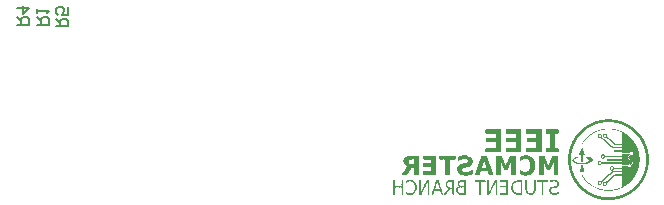
<source format=gbo>
G04*
G04 #@! TF.GenerationSoftware,Altium Limited,Altium Designer,24.9.1 (31)*
G04*
G04 Layer_Color=32896*
%FSLAX25Y25*%
%MOIN*%
G70*
G04*
G04 #@! TF.SameCoordinates,D730F02F-FD74-4FC1-B03C-3973BC9D0968*
G04*
G04*
G04 #@! TF.FilePolarity,Positive*
G04*
G01*
G75*
%ADD14C,0.00602*%
G36*
X274644Y27688D02*
X274765D01*
Y26479D01*
X274644D01*
Y26358D01*
X273555D01*
Y21641D01*
X273676D01*
Y21520D01*
X274644D01*
Y21399D01*
X274765D01*
Y20311D01*
X274644D01*
Y20190D01*
X270653D01*
Y20311D01*
X270532D01*
Y20432D01*
X270653D01*
Y20552D01*
Y20915D01*
X270532D01*
Y21036D01*
X270653D01*
Y21520D01*
X271620D01*
Y21641D01*
X271741D01*
Y26358D01*
X270653D01*
Y26479D01*
X270532D01*
Y26600D01*
X270653D01*
Y26842D01*
X270532D01*
Y26963D01*
X270653D01*
Y27809D01*
X274644D01*
Y27688D01*
D02*
G37*
G36*
X269080Y20190D02*
X263880D01*
Y21520D01*
X267145D01*
Y21641D01*
X267266D01*
Y23576D01*
X267145D01*
Y23697D01*
X264122D01*
Y24907D01*
X264243D01*
Y25027D01*
X267266D01*
Y26358D01*
X263880D01*
Y27809D01*
X269080D01*
Y20190D01*
D02*
G37*
G36*
X262307Y26963D02*
Y26842D01*
Y20190D01*
X257228D01*
Y20311D01*
X257107D01*
Y20674D01*
X257228D01*
Y21036D01*
X257107D01*
Y21399D01*
X257228D01*
Y21520D01*
X260372D01*
Y21641D01*
X260493D01*
Y23576D01*
X260372D01*
Y23697D01*
X257348D01*
Y24907D01*
X257470D01*
Y25027D01*
X260493D01*
Y26237D01*
X260372D01*
Y26358D01*
X257228D01*
Y26842D01*
X257107D01*
Y27446D01*
X257228D01*
Y27567D01*
X257107D01*
Y27688D01*
X257228D01*
Y27809D01*
X262307D01*
Y26963D01*
D02*
G37*
G36*
X255534Y20190D02*
X250455D01*
Y20311D01*
X250334D01*
Y21399D01*
X250455D01*
Y21520D01*
X253599D01*
Y21641D01*
X253720D01*
Y23576D01*
X253599D01*
Y23697D01*
X250938D01*
Y23576D01*
X250817D01*
Y23697D01*
X250575D01*
Y24907D01*
X250696D01*
Y25027D01*
X253720D01*
Y26358D01*
X250455D01*
Y26479D01*
X250334D01*
Y27688D01*
X250455D01*
Y27809D01*
X255534D01*
Y20190D01*
D02*
G37*
G36*
X240295Y18859D02*
X240416D01*
Y17892D01*
X240295D01*
Y17771D01*
X240174D01*
Y17650D01*
X239932D01*
Y17771D01*
X239811D01*
Y17650D01*
X238481D01*
Y12570D01*
X236909D01*
Y15957D01*
Y16078D01*
Y17650D01*
X236667D01*
Y17771D01*
X236183D01*
Y17650D01*
X235215D01*
Y17771D01*
X234974D01*
Y18859D01*
X235094D01*
Y18980D01*
X240295D01*
Y18859D01*
D02*
G37*
G36*
X274523Y12570D02*
X273072D01*
Y16561D01*
X272951D01*
Y16440D01*
X272830D01*
Y16198D01*
X272709D01*
Y15957D01*
X272588D01*
Y15715D01*
X272467D01*
Y15231D01*
X272346D01*
Y14989D01*
X272225D01*
Y14747D01*
X272104D01*
Y14505D01*
X271983D01*
Y14142D01*
X270774D01*
Y14505D01*
X270653D01*
Y14747D01*
X270532D01*
Y15110D01*
X270411D01*
Y15352D01*
X270290D01*
Y15594D01*
X270169D01*
Y15957D01*
X270048D01*
Y16319D01*
X269927D01*
Y16440D01*
X269806D01*
Y16682D01*
X269685D01*
Y15110D01*
Y14989D01*
Y12570D01*
X268113D01*
Y18980D01*
X269927D01*
Y18859D01*
X270048D01*
Y18617D01*
X270169D01*
Y18255D01*
X270290D01*
Y18013D01*
X270411D01*
Y17771D01*
X270532D01*
Y17529D01*
X270653D01*
Y17166D01*
X270774D01*
Y16924D01*
X270895D01*
Y16561D01*
X271015D01*
Y16319D01*
X271136D01*
Y15957D01*
X271257D01*
Y15836D01*
X271378D01*
Y15957D01*
X271499D01*
Y16319D01*
X271620D01*
Y16561D01*
X271741D01*
Y16803D01*
X271862D01*
Y17045D01*
X271983D01*
Y17408D01*
X272104D01*
Y17650D01*
X272225D01*
Y17892D01*
X272346D01*
Y18134D01*
X272467D01*
Y18496D01*
X272588D01*
Y18859D01*
X272830D01*
Y18980D01*
X274523D01*
Y12570D01*
D02*
G37*
G36*
X260251Y18859D02*
X260372D01*
Y12691D01*
X260251D01*
Y12570D01*
X258921D01*
Y12691D01*
X258800D01*
Y14384D01*
X258921D01*
Y14505D01*
X258800D01*
Y15957D01*
X258921D01*
Y16078D01*
X258800D01*
Y16440D01*
X258679D01*
Y16319D01*
X258558D01*
Y16078D01*
X258437D01*
Y15957D01*
Y15836D01*
X258316D01*
Y15473D01*
X258195D01*
Y15110D01*
X258074D01*
Y14868D01*
X257953D01*
Y14626D01*
X257832D01*
Y14263D01*
X257711D01*
Y14142D01*
X256623D01*
Y14263D01*
X256502D01*
Y14626D01*
X256381D01*
Y14989D01*
X256260D01*
Y15231D01*
X256139D01*
Y15594D01*
X256018D01*
Y15715D01*
X255897D01*
Y16198D01*
X255776D01*
Y16440D01*
X255655D01*
Y16561D01*
X255534D01*
Y16682D01*
X255413D01*
Y12570D01*
X253962D01*
Y12691D01*
X253841D01*
Y18859D01*
X253962D01*
Y18980D01*
X255655D01*
Y18859D01*
X255776D01*
Y18738D01*
X255897D01*
Y18375D01*
X256018D01*
Y18134D01*
X256139D01*
Y17892D01*
X256260D01*
Y17650D01*
X256381D01*
Y17287D01*
X256502D01*
Y17045D01*
X256623D01*
Y16682D01*
X256744D01*
Y16561D01*
X256865D01*
Y16319D01*
X256986D01*
Y15836D01*
X257107D01*
Y15957D01*
X257228D01*
Y16198D01*
X257348D01*
Y16440D01*
X257470D01*
Y16682D01*
X257590D01*
Y16924D01*
X257711D01*
Y17166D01*
X257832D01*
Y17529D01*
X257953D01*
Y17771D01*
X258074D01*
Y18013D01*
X258195D01*
Y18255D01*
X258316D01*
Y18617D01*
X258437D01*
Y18859D01*
X258558D01*
Y18980D01*
X260251D01*
Y18859D01*
D02*
G37*
G36*
X264605Y18980D02*
X264968D01*
Y18859D01*
X265210D01*
Y18738D01*
X265452D01*
Y18617D01*
X265815D01*
Y18496D01*
X265936D01*
Y18255D01*
X266057D01*
Y18134D01*
X266178D01*
Y18013D01*
X266299D01*
Y17892D01*
X266420D01*
Y17650D01*
X266540D01*
Y17408D01*
X266661D01*
Y17166D01*
X266782D01*
Y16924D01*
X266903D01*
Y14505D01*
X266782D01*
Y14263D01*
X266661D01*
Y14021D01*
X266540D01*
Y13780D01*
X266420D01*
Y13538D01*
X266299D01*
Y13417D01*
X266178D01*
Y13296D01*
X266057D01*
Y13175D01*
X265936D01*
Y13054D01*
X265694D01*
Y12933D01*
X265573D01*
Y12812D01*
X265452D01*
Y12691D01*
X265210D01*
Y12570D01*
X264605D01*
Y12449D01*
X264243D01*
Y12328D01*
X263275D01*
Y12449D01*
X262912D01*
Y12570D01*
X262307D01*
Y12691D01*
X262065D01*
Y12812D01*
X261824D01*
Y12933D01*
X261703D01*
Y14263D01*
X261582D01*
Y14384D01*
X261945D01*
Y14263D01*
X262065D01*
Y14142D01*
X262307D01*
Y14021D01*
X262428D01*
Y13901D01*
X262549D01*
Y13780D01*
X262791D01*
Y13659D01*
X264243D01*
Y13780D01*
X264484D01*
Y13901D01*
X264726D01*
Y14021D01*
X264847D01*
Y14263D01*
X264968D01*
Y14505D01*
X265089D01*
Y14747D01*
X265210D01*
Y14868D01*
X265331D01*
Y16440D01*
X265210D01*
Y16682D01*
X265089D01*
Y17045D01*
X264968D01*
Y17166D01*
X264847D01*
Y17408D01*
X264726D01*
Y17529D01*
X264605D01*
Y17650D01*
X264363D01*
Y17771D01*
X264122D01*
Y17892D01*
X263033D01*
Y17771D01*
X262791D01*
Y17650D01*
X262549D01*
Y17529D01*
X262307D01*
Y17408D01*
X262186D01*
Y17287D01*
X262065D01*
Y17166D01*
X261824D01*
Y17045D01*
X261703D01*
Y18617D01*
X261824D01*
Y18738D01*
X262307D01*
Y18859D01*
X262428D01*
Y18980D01*
X263033D01*
Y19101D01*
X264605D01*
Y18980D01*
D02*
G37*
G36*
X250696Y18859D02*
X250817D01*
Y18738D01*
X250938D01*
Y18375D01*
X251059D01*
Y18013D01*
X251180D01*
Y17650D01*
X251301D01*
Y17287D01*
X251422D01*
Y16924D01*
X251543D01*
Y16803D01*
X251664D01*
Y16319D01*
X251785D01*
Y15836D01*
X251906D01*
Y15594D01*
X252027D01*
Y15352D01*
X252148D01*
Y14989D01*
X252269D01*
Y14505D01*
X252390D01*
Y14263D01*
X252511D01*
Y14021D01*
X252632D01*
Y13659D01*
X252753D01*
Y13175D01*
X252873D01*
Y12933D01*
X252994D01*
Y12570D01*
X251422D01*
Y12933D01*
X251301D01*
Y13175D01*
X251180D01*
Y13659D01*
X251059D01*
Y13780D01*
X248761D01*
Y13538D01*
X248640D01*
Y13296D01*
X248519D01*
Y12812D01*
X248398D01*
Y12570D01*
X246705D01*
Y12691D01*
X246826D01*
Y13054D01*
X246947D01*
Y13296D01*
X247068D01*
Y13538D01*
X247189D01*
Y14142D01*
X247310D01*
Y14384D01*
X247431D01*
Y14747D01*
X247552D01*
Y14989D01*
X247673D01*
Y15352D01*
X247794D01*
Y15715D01*
Y15836D01*
X247915D01*
Y16078D01*
X248036D01*
Y16319D01*
X248157D01*
Y16682D01*
X248278D01*
Y17166D01*
X248398D01*
Y17408D01*
X248519D01*
Y17771D01*
X248640D01*
Y18013D01*
X248761D01*
Y18496D01*
X248882D01*
Y18859D01*
X249124D01*
Y18980D01*
X250696D01*
Y18859D01*
D02*
G37*
G36*
X233764D02*
X233885D01*
Y18738D01*
Y18617D01*
Y12570D01*
X229410D01*
Y13659D01*
X229531D01*
Y13780D01*
X232313D01*
Y15231D01*
X232192D01*
Y15352D01*
X229652D01*
Y16561D01*
X232313D01*
Y17650D01*
X229773D01*
Y17771D01*
X229410D01*
Y18859D01*
X229531D01*
Y18980D01*
X233764D01*
Y18859D01*
D02*
G37*
G36*
X227959D02*
X228080D01*
Y12570D01*
X226507D01*
Y14989D01*
X225782D01*
Y14868D01*
X225661D01*
Y14747D01*
X225540D01*
Y14626D01*
X225419D01*
Y14263D01*
X225298D01*
Y14142D01*
X225177D01*
Y14021D01*
X225056D01*
Y13780D01*
X224935D01*
Y13659D01*
X224814D01*
Y13417D01*
X224693D01*
Y13296D01*
X224572D01*
Y13175D01*
X224451D01*
Y13054D01*
X224330D01*
Y12812D01*
X224209D01*
Y12570D01*
X222274D01*
Y12691D01*
X222395D01*
Y12933D01*
X222516D01*
Y13054D01*
X222637D01*
Y13175D01*
X222758D01*
Y13417D01*
X222879D01*
Y13659D01*
X223121D01*
Y13901D01*
X223242D01*
Y14021D01*
X223363D01*
Y14263D01*
X223484D01*
Y14384D01*
X223604D01*
Y14505D01*
X223726D01*
Y14747D01*
X223846D01*
Y14868D01*
X223967D01*
Y15110D01*
X224088D01*
Y15231D01*
X224209D01*
Y15473D01*
X223967D01*
Y15594D01*
X223846D01*
Y15715D01*
X223726D01*
Y15836D01*
X223484D01*
Y15957D01*
X223363D01*
Y16198D01*
X223242D01*
Y16440D01*
X223121D01*
Y16803D01*
X223000D01*
Y17650D01*
X223121D01*
Y17892D01*
X223242D01*
Y18134D01*
X223363D01*
Y18255D01*
X223484D01*
Y18375D01*
X223604D01*
Y18496D01*
X223726D01*
Y18617D01*
X223846D01*
Y18738D01*
X224330D01*
Y18859D01*
X224693D01*
Y18980D01*
X227959D01*
Y18859D01*
D02*
G37*
G36*
X244165Y18980D02*
X244649D01*
Y18738D01*
X245133D01*
Y18617D01*
X245375D01*
Y18375D01*
X245617D01*
Y18134D01*
X245738D01*
Y18013D01*
X245859D01*
Y17771D01*
X245980D01*
Y17650D01*
X246100D01*
Y16440D01*
X245980D01*
Y16198D01*
X245859D01*
Y16078D01*
X245738D01*
Y15836D01*
X245617D01*
Y15715D01*
X245496D01*
Y15594D01*
X245254D01*
Y15473D01*
X245133D01*
Y15352D01*
X244891D01*
Y15231D01*
X244407D01*
Y15110D01*
X243923D01*
Y14989D01*
X243440D01*
Y14868D01*
X243077D01*
Y14747D01*
X242714D01*
Y14505D01*
X242593D01*
Y14263D01*
X242472D01*
Y14142D01*
X242593D01*
Y13901D01*
X242714D01*
Y13780D01*
X242835D01*
Y13659D01*
X244770D01*
Y13780D01*
X245012D01*
Y13901D01*
X245254D01*
Y14021D01*
X245496D01*
Y14142D01*
X245617D01*
Y14263D01*
X245859D01*
Y14384D01*
X246100D01*
Y12812D01*
X245859D01*
Y12691D01*
X245375D01*
Y12570D01*
X244649D01*
Y12449D01*
X244407D01*
Y12328D01*
X243077D01*
Y12449D01*
X242835D01*
Y12570D01*
X242230D01*
Y12691D01*
X241988D01*
Y12812D01*
X241867D01*
Y12933D01*
X241746D01*
Y13054D01*
X241505D01*
Y13175D01*
X241384D01*
Y13296D01*
X241263D01*
Y13417D01*
X241142D01*
Y13780D01*
X241021D01*
Y14021D01*
X240900D01*
Y15110D01*
X241021D01*
Y15352D01*
X241142D01*
Y15594D01*
X241263D01*
Y15715D01*
X241384D01*
Y15836D01*
X241505D01*
Y15957D01*
X241746D01*
Y16198D01*
X242230D01*
Y16319D01*
X242714D01*
Y16440D01*
X242956D01*
Y16561D01*
X243682D01*
Y16682D01*
X244044D01*
Y16803D01*
X244165D01*
Y16924D01*
X244407D01*
Y17166D01*
X244528D01*
Y17408D01*
X244407D01*
Y17650D01*
X244165D01*
Y17771D01*
X243923D01*
Y17892D01*
X242472D01*
Y17771D01*
X242351D01*
Y17650D01*
X241867D01*
Y17529D01*
X241625D01*
Y17408D01*
X241505D01*
Y17287D01*
X241384D01*
Y17166D01*
X241142D01*
Y18738D01*
X241625D01*
Y18859D01*
X241746D01*
Y18980D01*
X242472D01*
Y19101D01*
X244165D01*
Y18980D01*
D02*
G37*
G36*
X222879Y6039D02*
X222395D01*
Y8337D01*
X222274D01*
Y8458D01*
X221790D01*
Y8337D01*
X221669D01*
Y8458D01*
X221549D01*
Y8337D01*
X221427D01*
Y8458D01*
X220460D01*
Y8337D01*
X220097D01*
Y6039D01*
X219613D01*
Y10514D01*
Y10635D01*
Y10756D01*
X220097D01*
Y10635D01*
X220218D01*
Y10514D01*
X220097D01*
Y8942D01*
X222395D01*
Y9305D01*
X222274D01*
Y9426D01*
X222395D01*
Y10514D01*
X222274D01*
Y10635D01*
X222395D01*
Y10756D01*
X222879D01*
Y6039D01*
D02*
G37*
G36*
X254325D02*
X253841D01*
Y10030D01*
X253599D01*
Y9909D01*
X253478D01*
Y9667D01*
X253357D01*
Y9305D01*
X253236D01*
Y9063D01*
X253115D01*
Y8821D01*
X252994D01*
Y8579D01*
X252873D01*
Y8458D01*
X252753D01*
Y8095D01*
X252632D01*
Y7853D01*
X252511D01*
Y7611D01*
X252390D01*
Y7490D01*
X252269D01*
Y7128D01*
X252148D01*
Y6765D01*
X252027D01*
Y6644D01*
X251906D01*
Y6402D01*
X251785D01*
Y6160D01*
X251664D01*
Y6039D01*
X250938D01*
Y9546D01*
Y9667D01*
Y10756D01*
X251422D01*
Y10635D01*
X251543D01*
Y8700D01*
X251422D01*
Y8337D01*
X251543D01*
Y7974D01*
X251422D01*
Y7732D01*
X251543D01*
Y7369D01*
X251422D01*
Y7128D01*
X251664D01*
Y7248D01*
X251785D01*
Y7611D01*
X251906D01*
Y7732D01*
X252027D01*
Y7974D01*
X252148D01*
Y8216D01*
X252269D01*
Y8579D01*
X252390D01*
Y8821D01*
X252511D01*
Y9063D01*
X252632D01*
Y9305D01*
X252753D01*
Y9667D01*
X252873D01*
Y9788D01*
X252994D01*
Y10030D01*
X253115D01*
Y10272D01*
X253236D01*
Y10514D01*
X253357D01*
Y10756D01*
X254325D01*
Y6039D01*
D02*
G37*
G36*
X231587D02*
X231103D01*
Y6886D01*
X230982D01*
Y7006D01*
X231103D01*
Y8942D01*
X230982D01*
Y9063D01*
X231103D01*
Y9426D01*
X230982D01*
Y9667D01*
X231103D01*
Y10030D01*
X230861D01*
Y9667D01*
X230740D01*
Y9546D01*
X230619D01*
Y9305D01*
X230499D01*
Y9063D01*
X230378D01*
Y8700D01*
X230257D01*
Y8579D01*
X230136D01*
Y8216D01*
X230015D01*
Y8095D01*
X229894D01*
Y7732D01*
X229773D01*
Y7490D01*
X229652D01*
Y7248D01*
X229531D01*
Y7128D01*
X229410D01*
Y6765D01*
X229289D01*
Y6523D01*
X229168D01*
Y6281D01*
X229047D01*
Y6039D01*
X228321D01*
Y6160D01*
Y6281D01*
Y6523D01*
X228201D01*
Y6644D01*
X228321D01*
Y7006D01*
X228201D01*
Y7128D01*
X228321D01*
Y10756D01*
X228805D01*
Y7128D01*
X229047D01*
Y7490D01*
X229168D01*
Y7611D01*
X229289D01*
Y7974D01*
X229410D01*
Y8216D01*
X229531D01*
Y8458D01*
X229652D01*
Y8700D01*
X229773D01*
Y8942D01*
X229894D01*
Y9305D01*
X230015D01*
Y9546D01*
X230136D01*
Y9788D01*
X230257D01*
Y9909D01*
X230378D01*
Y10272D01*
X230499D01*
Y10514D01*
X230619D01*
Y10635D01*
X230740D01*
Y10756D01*
X231587D01*
Y6039D01*
D02*
G37*
G36*
X267024Y7248D02*
X266903D01*
Y6765D01*
X266782D01*
Y6644D01*
X266661D01*
Y6523D01*
X266540D01*
Y6402D01*
X266420D01*
Y6160D01*
X266057D01*
Y6039D01*
X264726D01*
Y6160D01*
X264363D01*
Y6281D01*
X264243D01*
Y6402D01*
X264122D01*
Y6523D01*
X264001D01*
Y6644D01*
X263880D01*
Y6886D01*
X263759D01*
Y7732D01*
X263638D01*
Y10756D01*
X264243D01*
Y7974D01*
Y7853D01*
Y7248D01*
X264363D01*
Y6886D01*
X264484D01*
Y6765D01*
X264605D01*
Y6644D01*
X264726D01*
Y6523D01*
X265936D01*
Y6644D01*
X266178D01*
Y6886D01*
X266299D01*
Y7128D01*
X266420D01*
Y10756D01*
X267024D01*
Y7248D01*
D02*
G37*
G36*
X225661Y10877D02*
X226024D01*
Y10756D01*
X226265D01*
Y10635D01*
X226386D01*
Y10514D01*
X226628D01*
Y10393D01*
X226749D01*
Y10272D01*
X226870D01*
Y10151D01*
X226991D01*
Y9788D01*
X227112D01*
Y9667D01*
X227233D01*
Y9305D01*
X227354D01*
Y7732D01*
X227233D01*
Y7248D01*
X227112D01*
Y7128D01*
X226991D01*
Y6765D01*
X226870D01*
Y6644D01*
X226749D01*
Y6523D01*
X226507D01*
Y6402D01*
X226386D01*
Y6281D01*
X226265D01*
Y6160D01*
X226024D01*
Y6039D01*
X224330D01*
Y6160D01*
X224088D01*
Y6281D01*
X223846D01*
Y6402D01*
X223726D01*
Y7006D01*
X223967D01*
Y6886D01*
X224209D01*
Y6765D01*
X224330D01*
Y6644D01*
X224572D01*
Y6523D01*
X225782D01*
Y6644D01*
X226144D01*
Y6765D01*
X226265D01*
Y7006D01*
X226386D01*
Y7128D01*
X226507D01*
Y7369D01*
X226628D01*
Y7611D01*
X226749D01*
Y8216D01*
X226870D01*
Y8700D01*
X226749D01*
Y9184D01*
X226628D01*
Y9667D01*
X226507D01*
Y9788D01*
X226386D01*
Y10030D01*
X226265D01*
Y10151D01*
X226144D01*
Y10272D01*
X225903D01*
Y10393D01*
X225661D01*
Y10514D01*
X224814D01*
Y10393D01*
X224572D01*
Y10272D01*
X224209D01*
Y10151D01*
X224088D01*
Y10030D01*
X223967D01*
Y9909D01*
X223726D01*
Y10514D01*
X223846D01*
Y10635D01*
X224088D01*
Y10756D01*
X224330D01*
Y10877D01*
X224693D01*
Y10998D01*
X225661D01*
Y10877D01*
D02*
G37*
G36*
X273797D02*
X274039D01*
Y10756D01*
X274160D01*
Y10635D01*
X274523D01*
Y10514D01*
X274644D01*
Y10272D01*
X274765D01*
Y10151D01*
X274886D01*
Y9063D01*
X274765D01*
Y8821D01*
X274644D01*
Y8700D01*
X274523D01*
Y8579D01*
X274402D01*
Y8458D01*
X274039D01*
Y8337D01*
X273797D01*
Y8216D01*
X273072D01*
Y8095D01*
X272588D01*
Y7974D01*
X272467D01*
Y7853D01*
X272225D01*
Y7490D01*
X272104D01*
Y7248D01*
X272225D01*
Y6886D01*
X272346D01*
Y6765D01*
X272467D01*
Y6644D01*
X272709D01*
Y6523D01*
X273918D01*
Y6644D01*
X274281D01*
Y6765D01*
X274523D01*
Y6886D01*
X274644D01*
Y7006D01*
X275007D01*
Y6402D01*
X274886D01*
Y6281D01*
X274644D01*
Y6160D01*
X274281D01*
Y6039D01*
X272467D01*
Y6160D01*
X272346D01*
Y6281D01*
X272104D01*
Y6402D01*
X271983D01*
Y6523D01*
X271862D01*
Y6644D01*
X271741D01*
Y7006D01*
X271620D01*
Y7248D01*
X271499D01*
Y7732D01*
X271620D01*
Y7974D01*
X271741D01*
Y8216D01*
X271862D01*
Y8337D01*
X271983D01*
Y8458D01*
X272104D01*
Y8579D01*
X272467D01*
Y8700D01*
X273072D01*
Y8821D01*
X273434D01*
Y8942D01*
X273918D01*
Y9063D01*
X274039D01*
Y9184D01*
X274281D01*
Y10030D01*
X274160D01*
Y10272D01*
X273918D01*
Y10393D01*
X273676D01*
Y10514D01*
X272709D01*
Y10393D01*
X272467D01*
Y10272D01*
X272104D01*
Y10151D01*
X271862D01*
Y10030D01*
X271741D01*
Y10635D01*
X271983D01*
Y10756D01*
X272225D01*
Y10877D01*
X272588D01*
Y10998D01*
X273797D01*
Y10877D01*
D02*
G37*
G36*
X271136Y10272D02*
X269564D01*
Y6039D01*
X269080D01*
Y10272D01*
X267508D01*
Y10756D01*
X271136D01*
Y10272D01*
D02*
G37*
G36*
X262549Y10635D02*
X262670D01*
Y6039D01*
X260493D01*
Y6160D01*
X260130D01*
Y6281D01*
X259888D01*
Y6402D01*
X259768D01*
Y6523D01*
X259647D01*
Y6644D01*
X259405D01*
Y7006D01*
X259284D01*
Y7128D01*
X259163D01*
Y7369D01*
X259042D01*
Y7732D01*
X258921D01*
Y9063D01*
X259042D01*
Y9426D01*
X259163D01*
Y9667D01*
X259284D01*
Y9909D01*
X259405D01*
Y10151D01*
X259526D01*
Y10272D01*
X259768D01*
Y10393D01*
X259888D01*
Y10514D01*
X260251D01*
Y10635D01*
X260735D01*
Y10756D01*
X262549D01*
Y10635D01*
D02*
G37*
G36*
X257953Y6039D02*
X255050D01*
Y6402D01*
X255171D01*
Y6523D01*
X257348D01*
Y8337D01*
X257228D01*
Y8458D01*
X255292D01*
Y8337D01*
X255171D01*
Y8458D01*
X255050D01*
Y8821D01*
X255171D01*
Y8942D01*
X257348D01*
Y10272D01*
X255171D01*
Y10393D01*
X255050D01*
Y10756D01*
X257953D01*
Y6039D01*
D02*
G37*
G36*
X250334Y10635D02*
X250455D01*
Y10393D01*
X250334D01*
Y10272D01*
X248882D01*
Y10151D01*
X248761D01*
Y6039D01*
X248278D01*
Y9788D01*
Y9909D01*
Y10272D01*
X246705D01*
Y10756D01*
X250334D01*
Y10635D01*
D02*
G37*
G36*
X243923Y6039D02*
X241505D01*
Y6160D01*
X241263D01*
Y6281D01*
X241142D01*
Y6402D01*
X241021D01*
Y6523D01*
X240900D01*
Y6644D01*
X240779D01*
Y6886D01*
X240658D01*
Y7974D01*
Y8095D01*
X240779D01*
Y8216D01*
X240900D01*
Y8458D01*
X241021D01*
Y8579D01*
X241142D01*
Y8700D01*
X241625D01*
Y8821D01*
X241505D01*
Y8942D01*
X241263D01*
Y9184D01*
X241142D01*
Y9546D01*
X241021D01*
Y10151D01*
X241142D01*
Y10393D01*
X241263D01*
Y10514D01*
X241505D01*
Y10635D01*
X241746D01*
Y10756D01*
X243923D01*
Y6039D01*
D02*
G37*
G36*
X239932Y7611D02*
Y7490D01*
Y6039D01*
X239448D01*
Y6160D01*
X239328D01*
Y6281D01*
X239448D01*
Y6402D01*
X239328D01*
Y7611D01*
X239448D01*
Y7732D01*
X239328D01*
Y7853D01*
X238481D01*
Y7732D01*
X238360D01*
Y7611D01*
X238239D01*
Y7490D01*
X238118D01*
Y7369D01*
X237997D01*
Y7128D01*
X237876D01*
Y7006D01*
X237755D01*
Y6886D01*
X237634D01*
Y6644D01*
X237513D01*
Y6523D01*
X237392D01*
Y6281D01*
X237271D01*
Y6160D01*
X237151D01*
Y6039D01*
X236425D01*
Y6160D01*
X236546D01*
Y6402D01*
X236667D01*
Y6523D01*
X236788D01*
Y6644D01*
X236909D01*
Y6765D01*
X237030D01*
Y7006D01*
X237151D01*
Y7128D01*
X237271D01*
Y7248D01*
X237392D01*
Y7490D01*
X237513D01*
Y7611D01*
X237634D01*
Y7732D01*
X237755D01*
Y7853D01*
X237876D01*
Y8216D01*
X237513D01*
Y8458D01*
X237392D01*
Y8579D01*
X237271D01*
Y8700D01*
X237151D01*
Y8942D01*
X237030D01*
Y10030D01*
X237151D01*
Y10151D01*
X237271D01*
Y10272D01*
X237392D01*
Y10393D01*
X237513D01*
Y10514D01*
X237634D01*
Y10635D01*
X237997D01*
Y10756D01*
X239932D01*
Y7611D01*
D02*
G37*
G36*
X234732Y10514D02*
X234853D01*
Y10151D01*
X234974D01*
Y10030D01*
Y9909D01*
X235094D01*
Y9305D01*
X235215D01*
Y9063D01*
X235336D01*
Y8700D01*
X235457D01*
Y8458D01*
X235578D01*
Y7974D01*
X235699D01*
Y7490D01*
X235820D01*
Y7128D01*
X235941D01*
Y6644D01*
X236062D01*
Y6523D01*
X236183D01*
Y6039D01*
X235941D01*
Y5918D01*
X235820D01*
Y6039D01*
X235699D01*
Y6281D01*
X235578D01*
Y6765D01*
X235457D01*
Y7006D01*
X235336D01*
Y7369D01*
X233401D01*
Y7248D01*
X233280D01*
Y6886D01*
X233159D01*
Y6644D01*
X233038D01*
Y6160D01*
X232917D01*
Y6039D01*
X232434D01*
Y6523D01*
X232555D01*
Y7006D01*
X232676D01*
Y7248D01*
X232796D01*
Y7490D01*
X232917D01*
Y7974D01*
X233038D01*
Y8458D01*
X233159D01*
Y8700D01*
X233280D01*
Y9063D01*
X233401D01*
Y9305D01*
X233522D01*
Y9909D01*
X233643D01*
Y10151D01*
X233764D01*
Y10514D01*
X233885D01*
Y10635D01*
X234006D01*
Y10756D01*
X234732D01*
Y10514D01*
D02*
G37*
G36*
X291909Y31091D02*
X292447D01*
Y31064D01*
X292824D01*
Y31037D01*
X293013D01*
Y31010D01*
X293201D01*
Y30983D01*
X293389D01*
Y30956D01*
X293578D01*
Y30929D01*
X293712D01*
Y30902D01*
X293874D01*
Y30876D01*
X294008D01*
Y30849D01*
X294143D01*
Y30822D01*
X294251D01*
Y30795D01*
X294385D01*
Y30768D01*
X294493D01*
Y30741D01*
X294601D01*
Y30714D01*
X294708D01*
Y30687D01*
X294816D01*
Y30660D01*
X294923D01*
Y30633D01*
X295004D01*
Y30606D01*
X295112D01*
Y30580D01*
X295193D01*
Y30553D01*
X295273D01*
Y30526D01*
X295381D01*
Y30499D01*
X295462D01*
Y30472D01*
X295542D01*
Y30445D01*
X295623D01*
Y30418D01*
X295704D01*
Y30391D01*
X295785D01*
Y30364D01*
X295865D01*
Y30337D01*
X295919D01*
Y30310D01*
X296000D01*
Y30283D01*
X296081D01*
Y30257D01*
X296134D01*
Y30230D01*
X296215D01*
Y30203D01*
X296269D01*
Y30176D01*
X296350D01*
Y30149D01*
X296404D01*
Y30122D01*
X296484D01*
Y30095D01*
X296538D01*
Y30068D01*
X296619D01*
Y30041D01*
X296673D01*
Y30014D01*
X296727D01*
Y29987D01*
X296780D01*
Y29961D01*
X296861D01*
Y29934D01*
X296915D01*
Y29907D01*
X296969D01*
Y29880D01*
X297023D01*
Y29853D01*
X297103D01*
Y29826D01*
X297157D01*
Y29799D01*
X297211D01*
Y29772D01*
X297265D01*
Y29745D01*
X297319D01*
Y29718D01*
X297373D01*
Y29691D01*
X297426D01*
Y29664D01*
X297480D01*
Y29638D01*
X297534D01*
Y29611D01*
X297588D01*
Y29584D01*
X297642D01*
Y29557D01*
X297695D01*
Y29530D01*
X297749D01*
Y29503D01*
X297803D01*
Y29476D01*
X297830D01*
Y29449D01*
X297884D01*
Y29422D01*
X297938D01*
Y29395D01*
X297991D01*
Y29368D01*
X298045D01*
Y29342D01*
X298072D01*
Y29315D01*
X298126D01*
Y29288D01*
X298180D01*
Y29261D01*
X298207D01*
Y29234D01*
X298261D01*
Y29207D01*
X298314D01*
Y29180D01*
X298341D01*
Y29153D01*
X298395D01*
Y29126D01*
X298449D01*
Y29099D01*
X298476D01*
Y29072D01*
X298530D01*
Y29045D01*
X298584D01*
Y29019D01*
X298610D01*
Y28992D01*
X298664D01*
Y28965D01*
X298691D01*
Y28938D01*
X298745D01*
Y28911D01*
X298772D01*
Y28884D01*
X298826D01*
Y28857D01*
X298853D01*
Y28830D01*
X298907D01*
Y28803D01*
X298934D01*
Y28776D01*
X298987D01*
Y28749D01*
X299014D01*
Y28723D01*
X299041D01*
Y28695D01*
X299095D01*
Y28669D01*
X299122D01*
Y28642D01*
X299176D01*
Y28615D01*
X299203D01*
Y28588D01*
X299256D01*
Y28561D01*
X299283D01*
Y28534D01*
X299310D01*
Y28507D01*
X299364D01*
Y28480D01*
X299391D01*
Y28453D01*
X299418D01*
Y28426D01*
X299472D01*
Y28400D01*
X299499D01*
Y28373D01*
X299526D01*
Y28346D01*
X299579D01*
Y28319D01*
X299606D01*
Y28292D01*
X299633D01*
Y28265D01*
X299687D01*
Y28238D01*
X299714D01*
Y28211D01*
X299741D01*
Y28184D01*
X299768D01*
Y28157D01*
X299822D01*
Y28130D01*
X299849D01*
Y28104D01*
X299875D01*
Y28076D01*
X299902D01*
Y28050D01*
X299929D01*
Y28023D01*
X299983D01*
Y27996D01*
X300010D01*
Y27969D01*
X300037D01*
Y27942D01*
X300064D01*
Y27915D01*
X300091D01*
Y27888D01*
X300118D01*
Y27861D01*
X300145D01*
Y27834D01*
X300198D01*
Y27807D01*
X300225D01*
Y27781D01*
X300252D01*
Y27754D01*
X300279D01*
Y27727D01*
X300306D01*
Y27700D01*
X300333D01*
Y27673D01*
X300360D01*
Y27646D01*
X300387D01*
Y27619D01*
X300441D01*
Y27592D01*
X300467D01*
Y27565D01*
X300494D01*
Y27538D01*
X300521D01*
Y27511D01*
X300548D01*
Y27485D01*
X300575D01*
Y27457D01*
X300602D01*
Y27431D01*
X300629D01*
Y27404D01*
X300656D01*
Y27377D01*
X300683D01*
Y27350D01*
X300710D01*
Y27323D01*
X300737D01*
Y27296D01*
X300764D01*
Y27269D01*
X300791D01*
Y27242D01*
X300817D01*
Y27215D01*
X300844D01*
Y27188D01*
X300871D01*
Y27161D01*
X300898D01*
Y27135D01*
X300925D01*
Y27108D01*
X300952D01*
Y27081D01*
X300979D01*
Y27054D01*
X301006D01*
Y27027D01*
X301033D01*
Y27000D01*
X301060D01*
Y26973D01*
X301086D01*
Y26946D01*
X301113D01*
Y26919D01*
X301140D01*
Y26892D01*
X301167D01*
Y26866D01*
X301194D01*
Y26838D01*
X301221D01*
Y26812D01*
X301248D01*
Y26785D01*
X301275D01*
Y26731D01*
X301302D01*
Y26704D01*
X301329D01*
Y26677D01*
X301356D01*
Y26650D01*
X301383D01*
Y26623D01*
X301410D01*
Y26596D01*
X301436D01*
Y26569D01*
X301463D01*
Y26542D01*
X301490D01*
Y26516D01*
X301517D01*
Y26489D01*
X301544D01*
Y26435D01*
X301571D01*
Y26408D01*
X301598D01*
Y26381D01*
X301625D01*
Y26354D01*
X301652D01*
Y26327D01*
X301679D01*
Y26300D01*
X301706D01*
Y26273D01*
X301732D01*
Y26219D01*
X301759D01*
Y26193D01*
X301786D01*
Y26166D01*
X301813D01*
Y26139D01*
X301840D01*
Y26085D01*
X301867D01*
Y26058D01*
X301894D01*
Y26031D01*
X301921D01*
Y26004D01*
X301948D01*
Y25950D01*
X301975D01*
Y25923D01*
X302002D01*
Y25897D01*
X302028D01*
Y25843D01*
X302055D01*
Y25816D01*
X302082D01*
Y25789D01*
X302109D01*
Y25762D01*
X302136D01*
Y25708D01*
X302163D01*
Y25681D01*
X302190D01*
Y25627D01*
X302217D01*
Y25600D01*
X302244D01*
Y25574D01*
X302271D01*
Y25520D01*
X302298D01*
Y25493D01*
X302325D01*
Y25439D01*
X302351D01*
Y25412D01*
X302378D01*
Y25385D01*
X302405D01*
Y25331D01*
X302432D01*
Y25304D01*
X302459D01*
Y25251D01*
X302486D01*
Y25224D01*
X302513D01*
Y25170D01*
X302540D01*
Y25143D01*
X302567D01*
Y25089D01*
X302594D01*
Y25062D01*
X302621D01*
Y25008D01*
X302647D01*
Y24982D01*
X302674D01*
Y24928D01*
X302701D01*
Y24901D01*
X302728D01*
Y24847D01*
X302755D01*
Y24793D01*
X302782D01*
Y24766D01*
X302809D01*
Y24712D01*
X302836D01*
Y24686D01*
X302863D01*
Y24632D01*
X302890D01*
Y24578D01*
X302917D01*
Y24551D01*
X302943D01*
Y24497D01*
X302970D01*
Y24443D01*
X302997D01*
Y24416D01*
X303024D01*
Y24363D01*
X303051D01*
Y24309D01*
X303078D01*
Y24255D01*
X303105D01*
Y24228D01*
X303132D01*
Y24174D01*
X303159D01*
Y24120D01*
X303186D01*
Y24067D01*
X303213D01*
Y24013D01*
X303240D01*
Y23959D01*
X303267D01*
Y23905D01*
X303293D01*
Y23851D01*
X303320D01*
Y23797D01*
X303347D01*
Y23743D01*
X303374D01*
Y23690D01*
X303401D01*
Y23636D01*
X303428D01*
Y23582D01*
X303455D01*
Y23528D01*
X303482D01*
Y23474D01*
X303509D01*
Y23421D01*
X303536D01*
Y23367D01*
X303562D01*
Y23313D01*
X303589D01*
Y23259D01*
X303616D01*
Y23178D01*
X303643D01*
Y23124D01*
X303670D01*
Y23071D01*
X303697D01*
Y22963D01*
X303724D01*
Y22909D01*
X303751D01*
Y22855D01*
X303778D01*
Y22775D01*
X303805D01*
Y22721D01*
X303832D01*
Y22640D01*
X303859D01*
Y22586D01*
X303886D01*
Y22505D01*
X303912D01*
Y22425D01*
X303939D01*
Y22371D01*
X303966D01*
Y22290D01*
X303993D01*
Y22209D01*
X304020D01*
Y22156D01*
X304047D01*
Y22075D01*
X304074D01*
Y21994D01*
X304101D01*
Y21913D01*
X304128D01*
Y21833D01*
X304155D01*
Y21752D01*
X304182D01*
Y21671D01*
X304208D01*
Y21590D01*
X304235D01*
Y21510D01*
X304262D01*
Y21429D01*
X304289D01*
Y21321D01*
X304316D01*
Y21214D01*
X304343D01*
Y21133D01*
X304370D01*
Y21025D01*
X304397D01*
Y20918D01*
X304424D01*
Y20810D01*
X304451D01*
Y20675D01*
X304478D01*
Y20568D01*
X304504D01*
Y20433D01*
X304531D01*
Y20299D01*
X304558D01*
Y20164D01*
X304585D01*
Y20030D01*
X304612D01*
Y19868D01*
X304639D01*
Y19680D01*
X304666D01*
Y19491D01*
X304693D01*
Y19276D01*
X304720D01*
Y19061D01*
X304747D01*
Y18765D01*
X304774D01*
Y18334D01*
X304801D01*
Y16908D01*
X304774D01*
Y16504D01*
X304747D01*
Y16235D01*
X304720D01*
Y15992D01*
X304693D01*
Y15777D01*
X304666D01*
Y15589D01*
X304639D01*
Y15427D01*
X304612D01*
Y15266D01*
X304585D01*
Y15131D01*
X304558D01*
Y14997D01*
X304531D01*
Y14862D01*
X304504D01*
Y14728D01*
X304478D01*
Y14620D01*
X304451D01*
Y14512D01*
X304424D01*
Y14405D01*
X304397D01*
Y14297D01*
X304370D01*
Y14189D01*
X304343D01*
Y14082D01*
X304316D01*
Y14001D01*
X304289D01*
Y13893D01*
X304262D01*
Y13813D01*
X304235D01*
Y13732D01*
X304208D01*
Y13651D01*
X304182D01*
Y13544D01*
X304155D01*
Y13463D01*
X304128D01*
Y13382D01*
X304101D01*
Y13301D01*
X304074D01*
Y13247D01*
X304047D01*
Y13167D01*
X304020D01*
Y13086D01*
X303993D01*
Y13005D01*
X303966D01*
Y12951D01*
X303939D01*
Y12871D01*
X303912D01*
Y12790D01*
X303886D01*
Y12736D01*
X303859D01*
Y12655D01*
X303832D01*
Y12601D01*
X303805D01*
Y12521D01*
X303778D01*
Y12467D01*
X303751D01*
Y12413D01*
X303724D01*
Y12332D01*
X303697D01*
Y12279D01*
X303670D01*
Y12225D01*
X303643D01*
Y12144D01*
X303616D01*
Y12090D01*
X303589D01*
Y12036D01*
X303562D01*
Y11982D01*
X303536D01*
Y11929D01*
X303509D01*
Y11875D01*
X303482D01*
Y11794D01*
X303455D01*
Y11740D01*
X303428D01*
Y11687D01*
X303401D01*
Y11633D01*
X303374D01*
Y11579D01*
X303347D01*
Y11525D01*
X303320D01*
Y11471D01*
X303293D01*
Y11417D01*
X303267D01*
Y11364D01*
X303240D01*
Y11337D01*
X303213D01*
Y11283D01*
X303186D01*
Y11229D01*
X303159D01*
Y11175D01*
X303132D01*
Y11121D01*
X303105D01*
Y11067D01*
X303078D01*
Y11040D01*
X303051D01*
Y10987D01*
X303024D01*
Y10933D01*
X302997D01*
Y10879D01*
X302970D01*
Y10852D01*
X302943D01*
Y10798D01*
X302917D01*
Y10745D01*
X302890D01*
Y10718D01*
X302863D01*
Y10664D01*
X302836D01*
Y10610D01*
X302809D01*
Y10583D01*
X302782D01*
Y10529D01*
X302755D01*
Y10475D01*
X302728D01*
Y10448D01*
X302701D01*
Y10395D01*
X302674D01*
Y10368D01*
X302647D01*
Y10314D01*
X302621D01*
Y10287D01*
X302594D01*
Y10233D01*
X302567D01*
Y10206D01*
X302540D01*
Y10152D01*
X302513D01*
Y10125D01*
X302486D01*
Y10072D01*
X302459D01*
Y10045D01*
X302432D01*
Y9991D01*
X302405D01*
Y9964D01*
X302378D01*
Y9910D01*
X302351D01*
Y9883D01*
X302325D01*
Y9856D01*
X302298D01*
Y9803D01*
X302271D01*
Y9776D01*
X302244D01*
Y9749D01*
X302217D01*
Y9695D01*
X302190D01*
Y9668D01*
X302163D01*
Y9614D01*
X302136D01*
Y9587D01*
X302109D01*
Y9560D01*
X302082D01*
Y9506D01*
X302055D01*
Y9480D01*
X302028D01*
Y9453D01*
X302002D01*
Y9399D01*
X301975D01*
Y9372D01*
X301948D01*
Y9345D01*
X301921D01*
Y9318D01*
X301894D01*
Y9291D01*
X301867D01*
Y9237D01*
X301840D01*
Y9210D01*
X301813D01*
Y9183D01*
X301786D01*
Y9157D01*
X301759D01*
Y9103D01*
X301732D01*
Y9076D01*
X301706D01*
Y9049D01*
X301679D01*
Y9022D01*
X301652D01*
Y8968D01*
X301625D01*
Y8941D01*
X301598D01*
Y8914D01*
X301571D01*
Y8888D01*
X301544D01*
Y8861D01*
X301517D01*
Y8834D01*
X301490D01*
Y8807D01*
X301463D01*
Y8753D01*
X301436D01*
Y8726D01*
X301410D01*
Y8699D01*
X301383D01*
Y8672D01*
X301356D01*
Y8645D01*
X301329D01*
Y8618D01*
X301302D01*
Y8591D01*
X301275D01*
Y8564D01*
X301248D01*
Y8538D01*
X301221D01*
Y8484D01*
X301194D01*
Y8457D01*
X301167D01*
Y8430D01*
X301140D01*
Y8403D01*
X301113D01*
Y8376D01*
X301086D01*
Y8349D01*
X301060D01*
Y8322D01*
X301033D01*
Y8295D01*
X301006D01*
Y8269D01*
X300979D01*
Y8242D01*
X300952D01*
Y8215D01*
X300925D01*
Y8188D01*
X300898D01*
Y8161D01*
X300871D01*
Y8134D01*
X300844D01*
Y8107D01*
X300817D01*
Y8080D01*
X300791D01*
Y8053D01*
X300764D01*
Y8026D01*
X300737D01*
Y7999D01*
X300710D01*
Y7972D01*
X300683D01*
Y7946D01*
X300656D01*
Y7919D01*
X300629D01*
Y7892D01*
X300602D01*
Y7865D01*
X300575D01*
Y7838D01*
X300548D01*
Y7811D01*
X300521D01*
Y7784D01*
X300467D01*
Y7730D01*
X300414D01*
Y7703D01*
X300387D01*
Y7676D01*
X300360D01*
Y7649D01*
X300333D01*
Y7623D01*
X300306D01*
Y7596D01*
X300279D01*
Y7569D01*
X300252D01*
Y7542D01*
X300225D01*
Y7515D01*
X300171D01*
Y7488D01*
X300145D01*
Y7461D01*
X300118D01*
Y7434D01*
X300091D01*
Y7407D01*
X300064D01*
Y7380D01*
X300037D01*
Y7353D01*
X300010D01*
Y7327D01*
X299956D01*
Y7300D01*
X299929D01*
Y7273D01*
X299902D01*
Y7246D01*
X299875D01*
Y7219D01*
X299849D01*
Y7192D01*
X299795D01*
Y7165D01*
X299768D01*
Y7138D01*
X299741D01*
Y7111D01*
X299714D01*
Y7084D01*
X299660D01*
Y7057D01*
X299633D01*
Y7030D01*
X299606D01*
Y7004D01*
X299552D01*
Y6977D01*
X299526D01*
Y6950D01*
X299499D01*
Y6923D01*
X299472D01*
Y6896D01*
X299418D01*
Y6869D01*
X299391D01*
Y6842D01*
X299337D01*
Y6815D01*
X299310D01*
Y6788D01*
X299283D01*
Y6761D01*
X299230D01*
Y6734D01*
X299203D01*
Y6707D01*
X299176D01*
Y6681D01*
X299122D01*
Y6654D01*
X299095D01*
Y6627D01*
X299041D01*
Y6600D01*
X299014D01*
Y6573D01*
X298960D01*
Y6546D01*
X298934D01*
Y6519D01*
X298880D01*
Y6492D01*
X298853D01*
Y6465D01*
X298799D01*
Y6438D01*
X298772D01*
Y6412D01*
X298718D01*
Y6385D01*
X298691D01*
Y6358D01*
X298637D01*
Y6331D01*
X298610D01*
Y6304D01*
X298557D01*
Y6277D01*
X298503D01*
Y6250D01*
X298476D01*
Y6223D01*
X298422D01*
Y6196D01*
X298395D01*
Y6169D01*
X298341D01*
Y6142D01*
X298288D01*
Y6115D01*
X298234D01*
Y6089D01*
X298207D01*
Y6062D01*
X298153D01*
Y6035D01*
X298099D01*
Y6008D01*
X298072D01*
Y5981D01*
X298018D01*
Y5954D01*
X297965D01*
Y5927D01*
X297911D01*
Y5900D01*
X297884D01*
Y5873D01*
X297830D01*
Y5846D01*
X297776D01*
Y5819D01*
X297722D01*
Y5793D01*
X297669D01*
Y5766D01*
X297615D01*
Y5739D01*
X297561D01*
Y5712D01*
X297507D01*
Y5685D01*
X297480D01*
Y5658D01*
X297426D01*
Y5631D01*
X297373D01*
Y5604D01*
X297292D01*
Y5577D01*
X297265D01*
Y5550D01*
X297184D01*
Y5523D01*
X297157D01*
Y5496D01*
X297077D01*
Y5469D01*
X297023D01*
Y5443D01*
X296969D01*
Y5416D01*
X296915D01*
Y5389D01*
X296861D01*
Y5362D01*
X296780D01*
Y5335D01*
X296727D01*
Y5308D01*
X296673D01*
Y5281D01*
X296619D01*
Y5254D01*
X296538D01*
Y5227D01*
X296484D01*
Y5200D01*
X296404D01*
Y5173D01*
X296350D01*
Y5147D01*
X296269D01*
Y5120D01*
X296215D01*
Y5093D01*
X296134D01*
Y5066D01*
X296054D01*
Y5039D01*
X296000D01*
Y5012D01*
X295919D01*
Y4985D01*
X295838D01*
Y4958D01*
X295758D01*
Y4931D01*
X295677D01*
Y4904D01*
X295596D01*
Y4877D01*
X295515D01*
Y4851D01*
X295435D01*
Y4824D01*
X295354D01*
Y4797D01*
X295246D01*
Y4770D01*
X295166D01*
Y4743D01*
X295058D01*
Y4716D01*
X294950D01*
Y4689D01*
X294870D01*
Y4662D01*
X294762D01*
Y4635D01*
X294654D01*
Y4608D01*
X294547D01*
Y4581D01*
X294439D01*
Y4555D01*
X294331D01*
Y4528D01*
X294197D01*
Y4501D01*
X294089D01*
Y4474D01*
X293955D01*
Y4447D01*
X293793D01*
Y4420D01*
X293658D01*
Y4393D01*
X293497D01*
Y4366D01*
X293336D01*
Y4339D01*
X293120D01*
Y4312D01*
X292905D01*
Y4285D01*
X292690D01*
Y4258D01*
X292340D01*
Y4231D01*
X291990D01*
Y4205D01*
X290671D01*
Y4231D01*
X290267D01*
Y4258D01*
X289998D01*
Y4285D01*
X289729D01*
Y4312D01*
X289514D01*
Y4339D01*
X289325D01*
Y4366D01*
X289137D01*
Y4393D01*
X289002D01*
Y4420D01*
X288868D01*
Y4447D01*
X288706D01*
Y4474D01*
X288599D01*
Y4501D01*
X288464D01*
Y4528D01*
X288330D01*
Y4555D01*
X288222D01*
Y4581D01*
X288114D01*
Y4608D01*
X288007D01*
Y4635D01*
X287899D01*
Y4662D01*
X287818D01*
Y4689D01*
X287711D01*
Y4716D01*
X287630D01*
Y4743D01*
X287522D01*
Y4770D01*
X287442D01*
Y4797D01*
X287361D01*
Y4824D01*
X287280D01*
Y4851D01*
X287199D01*
Y4877D01*
X287119D01*
Y4904D01*
X287038D01*
Y4931D01*
X286930D01*
Y4958D01*
X286876D01*
Y4985D01*
X286796D01*
Y5012D01*
X286715D01*
Y5039D01*
X286634D01*
Y5066D01*
X286580D01*
Y5093D01*
X286500D01*
Y5120D01*
X286419D01*
Y5147D01*
X286365D01*
Y5173D01*
X286284D01*
Y5200D01*
X286230D01*
Y5227D01*
X286150D01*
Y5254D01*
X286096D01*
Y5281D01*
X286042D01*
Y5308D01*
X285961D01*
Y5335D01*
X285908D01*
Y5362D01*
X285854D01*
Y5389D01*
X285800D01*
Y5416D01*
X285719D01*
Y5443D01*
X285665D01*
Y5469D01*
X285612D01*
Y5496D01*
X285558D01*
Y5523D01*
X285504D01*
Y5550D01*
X285450D01*
Y5577D01*
X285396D01*
Y5604D01*
X285342D01*
Y5631D01*
X285289D01*
Y5658D01*
X285235D01*
Y5685D01*
X285181D01*
Y5712D01*
X285127D01*
Y5739D01*
X285073D01*
Y5766D01*
X285019D01*
Y5793D01*
X284993D01*
Y5819D01*
X284939D01*
Y5846D01*
X284885D01*
Y5873D01*
X284831D01*
Y5900D01*
X284777D01*
Y5927D01*
X284723D01*
Y5954D01*
X284696D01*
Y5981D01*
X284643D01*
Y6008D01*
X284589D01*
Y6035D01*
X284535D01*
Y6062D01*
X284508D01*
Y6089D01*
X284454D01*
Y6115D01*
X284400D01*
Y6142D01*
X284373D01*
Y6169D01*
X284320D01*
Y6196D01*
X284266D01*
Y6223D01*
X284239D01*
Y6250D01*
X284185D01*
Y6277D01*
X284158D01*
Y6304D01*
X284104D01*
Y6331D01*
X284077D01*
Y6358D01*
X284024D01*
Y6385D01*
X283970D01*
Y6412D01*
X283943D01*
Y6438D01*
X283889D01*
Y6465D01*
X283862D01*
Y6492D01*
X283808D01*
Y6519D01*
X283781D01*
Y6546D01*
X283728D01*
Y6573D01*
X283701D01*
Y6600D01*
X283647D01*
Y6627D01*
X283620D01*
Y6654D01*
X283593D01*
Y6681D01*
X283539D01*
Y6707D01*
X283512D01*
Y6734D01*
X283485D01*
Y6761D01*
X283432D01*
Y6788D01*
X283405D01*
Y6815D01*
X283351D01*
Y6842D01*
X283324D01*
Y6869D01*
X283297D01*
Y6896D01*
X283243D01*
Y6923D01*
X283216D01*
Y6950D01*
X283189D01*
Y6977D01*
X283136D01*
Y7004D01*
X283109D01*
Y7030D01*
X283082D01*
Y7057D01*
X283055D01*
Y7084D01*
X283001D01*
Y7111D01*
X282974D01*
Y7138D01*
X282947D01*
Y7165D01*
X282920D01*
Y7192D01*
X282866D01*
Y7219D01*
X282839D01*
Y7246D01*
X282812D01*
Y7273D01*
X282786D01*
Y7300D01*
X282759D01*
Y7327D01*
X282705D01*
Y7353D01*
X282678D01*
Y7380D01*
X282651D01*
Y7407D01*
X282624D01*
Y7434D01*
X282597D01*
Y7461D01*
X282543D01*
Y7488D01*
X282517D01*
Y7515D01*
X282490D01*
Y7542D01*
X282463D01*
Y7569D01*
X282436D01*
Y7596D01*
X282409D01*
Y7623D01*
X282382D01*
Y7649D01*
X282355D01*
Y7676D01*
X282301D01*
Y7703D01*
X282274D01*
Y7730D01*
X282247D01*
Y7757D01*
X282220D01*
Y7784D01*
X282193D01*
Y7811D01*
X282167D01*
Y7838D01*
X282140D01*
Y7865D01*
X282113D01*
Y7892D01*
X282086D01*
Y7919D01*
X282059D01*
Y7946D01*
X282032D01*
Y7972D01*
X282005D01*
Y7999D01*
X281978D01*
Y8026D01*
X281951D01*
Y8053D01*
X281897D01*
Y8080D01*
X281871D01*
Y8107D01*
X281844D01*
Y8134D01*
X281817D01*
Y8161D01*
X281790D01*
Y8188D01*
X281763D01*
Y8242D01*
X281709D01*
Y8295D01*
X281682D01*
Y8322D01*
X281655D01*
Y8349D01*
X281628D01*
Y8376D01*
X281601D01*
Y8403D01*
X281575D01*
Y8430D01*
X281548D01*
Y8457D01*
X281521D01*
Y8484D01*
X281494D01*
Y8511D01*
X281467D01*
Y8538D01*
X281440D01*
Y8564D01*
X281413D01*
Y8591D01*
X281386D01*
Y8645D01*
X281359D01*
Y8672D01*
X281332D01*
Y8699D01*
X281305D01*
Y8726D01*
X281278D01*
Y8753D01*
X281252D01*
Y8780D01*
X281225D01*
Y8807D01*
X281198D01*
Y8861D01*
X281171D01*
Y8888D01*
X281144D01*
Y8914D01*
X281117D01*
Y8941D01*
X281090D01*
Y8968D01*
X281063D01*
Y9022D01*
X281036D01*
Y9049D01*
X281009D01*
Y9076D01*
X280982D01*
Y9103D01*
X280956D01*
Y9130D01*
X280929D01*
Y9183D01*
X280902D01*
Y9210D01*
X280875D01*
Y9237D01*
X280848D01*
Y9264D01*
X280821D01*
Y9291D01*
X280794D01*
Y9345D01*
X280767D01*
Y9372D01*
X280740D01*
Y9399D01*
X280713D01*
Y9426D01*
X280686D01*
Y9480D01*
X280660D01*
Y9506D01*
X280632D01*
Y9533D01*
X280606D01*
Y9587D01*
X280579D01*
Y9614D01*
X280552D01*
Y9641D01*
X280525D01*
Y9668D01*
X280498D01*
Y9722D01*
X280471D01*
Y9749D01*
X280444D01*
Y9803D01*
X280417D01*
Y9829D01*
X280390D01*
Y9856D01*
X280363D01*
Y9910D01*
X280336D01*
Y9937D01*
X280310D01*
Y9964D01*
X280283D01*
Y10018D01*
X280256D01*
Y10045D01*
X280229D01*
Y10099D01*
X280202D01*
Y10125D01*
X280175D01*
Y10179D01*
X280148D01*
Y10206D01*
X280121D01*
Y10260D01*
X280094D01*
Y10287D01*
X280067D01*
Y10341D01*
X280041D01*
Y10368D01*
X280013D01*
Y10422D01*
X279987D01*
Y10475D01*
X279960D01*
Y10502D01*
X279933D01*
Y10556D01*
X279906D01*
Y10583D01*
X279879D01*
Y10637D01*
X279852D01*
Y10691D01*
X279825D01*
Y10718D01*
X279798D01*
Y10771D01*
X279771D01*
Y10825D01*
X279744D01*
Y10879D01*
X279717D01*
Y10906D01*
X279691D01*
Y10960D01*
X279664D01*
Y11014D01*
X279637D01*
Y11067D01*
X279610D01*
Y11094D01*
X279583D01*
Y11148D01*
X279556D01*
Y11202D01*
X279529D01*
Y11256D01*
X279502D01*
Y11310D01*
X279475D01*
Y11337D01*
X279448D01*
Y11390D01*
X279421D01*
Y11444D01*
X279395D01*
Y11498D01*
X279368D01*
Y11552D01*
X279341D01*
Y11606D01*
X279314D01*
Y11660D01*
X279287D01*
Y11713D01*
X279260D01*
Y11767D01*
X279233D01*
Y11821D01*
X279206D01*
Y11875D01*
X279179D01*
Y11929D01*
X279152D01*
Y11982D01*
X279125D01*
Y12036D01*
X279099D01*
Y12090D01*
X279072D01*
Y12171D01*
X279045D01*
Y12225D01*
X279018D01*
Y12332D01*
X278991D01*
Y12386D01*
X278964D01*
Y12440D01*
X278937D01*
Y12521D01*
X278910D01*
Y12575D01*
X278883D01*
Y12655D01*
X278856D01*
Y12709D01*
X278829D01*
Y12790D01*
X278802D01*
Y12844D01*
X278776D01*
Y12924D01*
X278749D01*
Y13005D01*
X278722D01*
Y13059D01*
X278695D01*
Y13140D01*
X278668D01*
Y13220D01*
X278641D01*
Y13301D01*
X278614D01*
Y13382D01*
X278587D01*
Y13463D01*
X278560D01*
Y13544D01*
X278533D01*
Y13651D01*
X278506D01*
Y13732D01*
X278480D01*
Y13813D01*
X278453D01*
Y13920D01*
X278426D01*
Y14001D01*
X278399D01*
Y14109D01*
X278372D01*
Y14189D01*
X278345D01*
Y14297D01*
X278318D01*
Y14405D01*
X278291D01*
Y14512D01*
X278264D01*
Y14620D01*
X278237D01*
Y14728D01*
X278210D01*
Y14862D01*
X278183D01*
Y14997D01*
X278156D01*
Y15131D01*
X278130D01*
Y15266D01*
X278103D01*
Y15427D01*
X278076D01*
Y15589D01*
X278049D01*
Y15777D01*
X278022D01*
Y15992D01*
X277995D01*
Y16208D01*
X277968D01*
Y16504D01*
X277941D01*
Y16827D01*
X277914D01*
Y17392D01*
X277887D01*
Y18065D01*
X277914D01*
Y18630D01*
X277941D01*
Y18980D01*
X277968D01*
Y19222D01*
X277995D01*
Y19437D01*
X278022D01*
Y19626D01*
X278049D01*
Y19814D01*
X278076D01*
Y19976D01*
X278103D01*
Y20137D01*
X278130D01*
Y20272D01*
X278156D01*
Y20406D01*
X278183D01*
Y20514D01*
X278210D01*
Y20649D01*
X278237D01*
Y20756D01*
X278264D01*
Y20864D01*
X278291D01*
Y20971D01*
X278318D01*
Y21079D01*
X278345D01*
Y21187D01*
X278372D01*
Y21268D01*
X278399D01*
Y21375D01*
X278426D01*
Y21456D01*
X278453D01*
Y21564D01*
X278480D01*
Y21644D01*
X278506D01*
Y21725D01*
X278533D01*
Y21806D01*
X278560D01*
Y21887D01*
X278587D01*
Y21967D01*
X278614D01*
Y22048D01*
X278641D01*
Y22129D01*
X278668D01*
Y22209D01*
X278695D01*
Y22263D01*
X278722D01*
Y22344D01*
X278749D01*
Y22425D01*
X278776D01*
Y22479D01*
X278802D01*
Y22559D01*
X278829D01*
Y22613D01*
X278856D01*
Y22694D01*
X278883D01*
Y22748D01*
X278910D01*
Y22828D01*
X278937D01*
Y22882D01*
X278964D01*
Y22936D01*
X278991D01*
Y23017D01*
X279018D01*
Y23071D01*
X279045D01*
Y23124D01*
X279072D01*
Y23178D01*
X279099D01*
Y23259D01*
X279125D01*
Y23313D01*
X279152D01*
Y23367D01*
X279179D01*
Y23421D01*
X279206D01*
Y23474D01*
X279233D01*
Y23528D01*
X279260D01*
Y23582D01*
X279287D01*
Y23636D01*
X279314D01*
Y23717D01*
X279341D01*
Y23743D01*
X279368D01*
Y23797D01*
X279395D01*
Y23851D01*
X279421D01*
Y23905D01*
X279448D01*
Y23959D01*
X279475D01*
Y24013D01*
X279502D01*
Y24067D01*
X279529D01*
Y24120D01*
X279556D01*
Y24174D01*
X279583D01*
Y24228D01*
X279610D01*
Y24255D01*
X279637D01*
Y24309D01*
X279664D01*
Y24363D01*
X279691D01*
Y24416D01*
X279717D01*
Y24470D01*
X279744D01*
Y24497D01*
X279771D01*
Y24551D01*
X279798D01*
Y24605D01*
X279825D01*
Y24632D01*
X279852D01*
Y24686D01*
X279879D01*
Y24739D01*
X279906D01*
Y24766D01*
X279933D01*
Y24820D01*
X279960D01*
Y24874D01*
X279987D01*
Y24901D01*
X280013D01*
Y24955D01*
X280041D01*
Y24982D01*
X280067D01*
Y25035D01*
X280094D01*
Y25062D01*
X280121D01*
Y25116D01*
X280148D01*
Y25143D01*
X280175D01*
Y25197D01*
X280202D01*
Y25224D01*
X280229D01*
Y25278D01*
X280256D01*
Y25304D01*
X280283D01*
Y25358D01*
X280310D01*
Y25385D01*
X280336D01*
Y25439D01*
X280363D01*
Y25466D01*
X280390D01*
Y25493D01*
X280417D01*
Y25547D01*
X280444D01*
Y25574D01*
X280471D01*
Y25627D01*
X280498D01*
Y25654D01*
X280525D01*
Y25681D01*
X280552D01*
Y25735D01*
X280579D01*
Y25762D01*
X280606D01*
Y25789D01*
X280632D01*
Y25816D01*
X280660D01*
Y25870D01*
X280686D01*
Y25897D01*
X280713D01*
Y25923D01*
X280740D01*
Y25977D01*
X280767D01*
Y26004D01*
X280794D01*
Y26031D01*
X280821D01*
Y26058D01*
X280848D01*
Y26112D01*
X280875D01*
Y26139D01*
X280902D01*
Y26166D01*
X280929D01*
Y26193D01*
X280956D01*
Y26246D01*
X280982D01*
Y26273D01*
X281009D01*
Y26300D01*
X281036D01*
Y26327D01*
X281063D01*
Y26354D01*
X281090D01*
Y26381D01*
X281117D01*
Y26408D01*
X281144D01*
Y26462D01*
X281171D01*
Y26489D01*
X281198D01*
Y26516D01*
X281225D01*
Y26542D01*
X281252D01*
Y26569D01*
X281278D01*
Y26596D01*
X281305D01*
Y26623D01*
X281332D01*
Y26677D01*
X281359D01*
Y26704D01*
X281386D01*
Y26731D01*
X281413D01*
Y26758D01*
X281440D01*
Y26785D01*
X281467D01*
Y26812D01*
X281494D01*
Y26838D01*
X281521D01*
Y26866D01*
X281548D01*
Y26892D01*
X281575D01*
Y26919D01*
X281601D01*
Y26946D01*
X281628D01*
Y26973D01*
X281655D01*
Y27000D01*
X281682D01*
Y27027D01*
X281709D01*
Y27054D01*
X281736D01*
Y27081D01*
X281763D01*
Y27108D01*
X281790D01*
Y27135D01*
X281817D01*
Y27161D01*
X281844D01*
Y27215D01*
X281897D01*
Y27242D01*
X281924D01*
Y27269D01*
X281951D01*
Y27296D01*
X281978D01*
Y27323D01*
X282005D01*
Y27350D01*
X282032D01*
Y27377D01*
X282059D01*
Y27404D01*
X282086D01*
Y27431D01*
X282113D01*
Y27457D01*
X282140D01*
Y27485D01*
X282167D01*
Y27511D01*
X282193D01*
Y27538D01*
X282220D01*
Y27565D01*
X282247D01*
Y27592D01*
X282274D01*
Y27619D01*
X282301D01*
Y27646D01*
X282355D01*
Y27673D01*
X282382D01*
Y27700D01*
X282409D01*
Y27727D01*
X282436D01*
Y27754D01*
X282463D01*
Y27781D01*
X282490D01*
Y27807D01*
X282517D01*
Y27834D01*
X282543D01*
Y27861D01*
X282597D01*
Y27888D01*
X282624D01*
Y27915D01*
X282651D01*
Y27942D01*
X282678D01*
Y27969D01*
X282705D01*
Y27996D01*
X282732D01*
Y28023D01*
X282786D01*
Y28050D01*
X282812D01*
Y28076D01*
X282839D01*
Y28104D01*
X282866D01*
Y28130D01*
X282920D01*
Y28157D01*
X282947D01*
Y28184D01*
X282974D01*
Y28211D01*
X283001D01*
Y28238D01*
X283055D01*
Y28265D01*
X283082D01*
Y28292D01*
X283109D01*
Y28319D01*
X283136D01*
Y28346D01*
X283189D01*
Y28373D01*
X283216D01*
Y28400D01*
X283243D01*
Y28426D01*
X283297D01*
Y28453D01*
X283324D01*
Y28480D01*
X283351D01*
Y28507D01*
X283405D01*
Y28534D01*
X283432D01*
Y28561D01*
X283458D01*
Y28588D01*
X283512D01*
Y28615D01*
X283539D01*
Y28642D01*
X283566D01*
Y28669D01*
X283620D01*
Y28695D01*
X283647D01*
Y28723D01*
X283701D01*
Y28749D01*
X283728D01*
Y28776D01*
X283781D01*
Y28803D01*
X283808D01*
Y28830D01*
X283862D01*
Y28857D01*
X283889D01*
Y28884D01*
X283943D01*
Y28911D01*
X283970D01*
Y28938D01*
X284024D01*
Y28965D01*
X284050D01*
Y28992D01*
X284104D01*
Y29019D01*
X284158D01*
Y29045D01*
X284185D01*
Y29072D01*
X284239D01*
Y29099D01*
X284266D01*
Y29126D01*
X284320D01*
Y29153D01*
X284373D01*
Y29180D01*
X284400D01*
Y29207D01*
X284454D01*
Y29234D01*
X284508D01*
Y29261D01*
X284535D01*
Y29288D01*
X284589D01*
Y29315D01*
X284616D01*
Y29342D01*
X284669D01*
Y29368D01*
X284723D01*
Y29395D01*
X284777D01*
Y29422D01*
X284831D01*
Y29449D01*
X284858D01*
Y29476D01*
X284912D01*
Y29503D01*
X284966D01*
Y29530D01*
X285019D01*
Y29557D01*
X285073D01*
Y29584D01*
X285127D01*
Y29611D01*
X285154D01*
Y29638D01*
X285235D01*
Y29664D01*
X285262D01*
Y29691D01*
X285315D01*
Y29718D01*
X285396D01*
Y29745D01*
X285423D01*
Y29772D01*
X285504D01*
Y29799D01*
X285558D01*
Y29826D01*
X285612D01*
Y29853D01*
X285665D01*
Y29880D01*
X285719D01*
Y29907D01*
X285773D01*
Y29934D01*
X285854D01*
Y29961D01*
X285908D01*
Y29987D01*
X285961D01*
Y30014D01*
X286042D01*
Y30041D01*
X286096D01*
Y30068D01*
X286177D01*
Y30095D01*
X286230D01*
Y30122D01*
X286311D01*
Y30149D01*
X286365D01*
Y30176D01*
X286446D01*
Y30203D01*
X286500D01*
Y30230D01*
X286580D01*
Y30257D01*
X286634D01*
Y30283D01*
X286715D01*
Y30310D01*
X286796D01*
Y30337D01*
X286849D01*
Y30364D01*
X286930D01*
Y30391D01*
X287011D01*
Y30418D01*
X287092D01*
Y30445D01*
X287172D01*
Y30472D01*
X287253D01*
Y30499D01*
X287334D01*
Y30526D01*
X287442D01*
Y30553D01*
X287522D01*
Y30580D01*
X287603D01*
Y30606D01*
X287711D01*
Y30633D01*
X287791D01*
Y30660D01*
X287926D01*
Y30687D01*
X288007D01*
Y30714D01*
X288141D01*
Y30741D01*
X288222D01*
Y30768D01*
X288357D01*
Y30795D01*
X288491D01*
Y30822D01*
X288599D01*
Y30849D01*
X288733D01*
Y30876D01*
X288895D01*
Y30902D01*
X289029D01*
Y30929D01*
X289191D01*
Y30956D01*
X289352D01*
Y30983D01*
X289541D01*
Y31010D01*
X289756D01*
Y31037D01*
X290025D01*
Y31064D01*
X290267D01*
Y31091D01*
X290806D01*
Y31118D01*
X291909D01*
Y31091D01*
D02*
G37*
%LPC*%
G36*
X250092Y17045D02*
X249850D01*
Y16924D01*
X249729D01*
Y16803D01*
Y16682D01*
Y16440D01*
X249608D01*
Y16319D01*
X249487D01*
Y15957D01*
X249366D01*
Y15473D01*
X249245D01*
Y14989D01*
X250575D01*
Y15594D01*
X250455D01*
Y15836D01*
X250334D01*
Y16198D01*
X250213D01*
Y16440D01*
X250092D01*
Y17045D01*
D02*
G37*
G36*
X226386Y17771D02*
X225903D01*
Y17650D01*
X224935D01*
Y17529D01*
X224814D01*
Y17287D01*
X224693D01*
Y16682D01*
X224814D01*
Y16440D01*
X224935D01*
Y16319D01*
X225298D01*
Y16198D01*
X226507D01*
Y17650D01*
X226386D01*
Y17771D01*
D02*
G37*
G36*
X262065Y10272D02*
X260614D01*
Y10151D01*
X260372D01*
Y10030D01*
X260130D01*
Y9909D01*
X260009D01*
Y9788D01*
X259888D01*
Y9546D01*
X259768D01*
Y9426D01*
X259647D01*
Y9063D01*
X259526D01*
Y7611D01*
X259647D01*
Y7490D01*
X259768D01*
Y7128D01*
X259888D01*
Y7006D01*
X260009D01*
Y6886D01*
X260130D01*
Y6765D01*
X260372D01*
Y6644D01*
X260614D01*
Y6523D01*
X262065D01*
Y10272D01*
D02*
G37*
G36*
X243319D02*
X241746D01*
Y10030D01*
X241625D01*
Y9909D01*
Y9184D01*
X241746D01*
Y9063D01*
X241988D01*
Y8942D01*
X243319D01*
Y10272D01*
D02*
G37*
G36*
X243198Y8458D02*
X242593D01*
Y8337D01*
X242230D01*
Y8458D01*
X241988D01*
Y8337D01*
X241625D01*
Y8216D01*
X241505D01*
Y8095D01*
X241263D01*
Y7732D01*
X241142D01*
Y7369D01*
X241263D01*
Y6886D01*
X241384D01*
Y6765D01*
X241505D01*
Y6644D01*
X241746D01*
Y6523D01*
X243319D01*
Y7128D01*
Y7248D01*
Y8337D01*
X243198D01*
Y8458D01*
D02*
G37*
G36*
X239328Y10272D02*
X237997D01*
Y10151D01*
X237876D01*
Y10030D01*
X237755D01*
Y9788D01*
X237634D01*
Y9063D01*
X237755D01*
Y8700D01*
X237997D01*
Y8579D01*
X238118D01*
Y8458D01*
X238602D01*
Y8337D01*
X238723D01*
Y8458D01*
X238844D01*
Y8337D01*
X239207D01*
Y8458D01*
X239328D01*
Y8579D01*
X239448D01*
Y8700D01*
X239328D01*
Y8942D01*
Y9063D01*
Y10272D01*
D02*
G37*
G36*
X234490Y10030D02*
X234248D01*
Y9909D01*
X234127D01*
Y9788D01*
Y9667D01*
Y9546D01*
X234006D01*
Y8942D01*
X233885D01*
Y8821D01*
X233764D01*
Y8337D01*
X233643D01*
Y8095D01*
X233522D01*
Y7974D01*
X233643D01*
Y7853D01*
X235094D01*
Y8337D01*
X234974D01*
Y8579D01*
X234853D01*
Y8942D01*
X234732D01*
Y9184D01*
X234611D01*
Y9667D01*
X234490D01*
Y10030D01*
D02*
G37*
G36*
X291855Y30203D02*
X290806D01*
Y30176D01*
X290294D01*
Y30149D01*
X289998D01*
Y30122D01*
X289810D01*
Y30095D01*
X289595D01*
Y30068D01*
X289406D01*
Y30041D01*
X289245D01*
Y30014D01*
X289083D01*
Y29987D01*
X288949D01*
Y29961D01*
X288787D01*
Y29934D01*
X288706D01*
Y29907D01*
X288572D01*
Y29880D01*
X288464D01*
Y29853D01*
X288330D01*
Y29826D01*
X288249D01*
Y29799D01*
X288114D01*
Y29772D01*
X288034D01*
Y29745D01*
X287926D01*
Y29718D01*
X287845D01*
Y29691D01*
X287738D01*
Y29664D01*
X287657D01*
Y29638D01*
X287576D01*
Y29611D01*
X287495D01*
Y29584D01*
X287415D01*
Y29557D01*
X287334D01*
Y29530D01*
X287253D01*
Y29503D01*
X287199D01*
Y29476D01*
X287119D01*
Y29449D01*
X287038D01*
Y29422D01*
X286957D01*
Y29395D01*
X286903D01*
Y29368D01*
X286823D01*
Y29342D01*
X286742D01*
Y29315D01*
X286688D01*
Y29288D01*
X286634D01*
Y29261D01*
X286553D01*
Y29234D01*
X286500D01*
Y29207D01*
X286419D01*
Y29180D01*
X286365D01*
Y29153D01*
X286311D01*
Y29126D01*
X286230D01*
Y29099D01*
X286177D01*
Y29072D01*
X286123D01*
Y29045D01*
X286069D01*
Y29019D01*
X286015D01*
Y28992D01*
X285961D01*
Y28965D01*
X285908D01*
Y28938D01*
X285827D01*
Y28911D01*
X285773D01*
Y28884D01*
X285719D01*
Y28857D01*
X285665D01*
Y28830D01*
X285612D01*
Y28803D01*
X285585D01*
Y28776D01*
X285531D01*
Y28749D01*
X285477D01*
Y28723D01*
X285423D01*
Y28695D01*
X285369D01*
Y28669D01*
X285315D01*
Y28642D01*
X285262D01*
Y28615D01*
X285235D01*
Y28588D01*
X285181D01*
Y28561D01*
X285127D01*
Y28534D01*
X285073D01*
Y28507D01*
X285046D01*
Y28480D01*
X284993D01*
Y28453D01*
X284939D01*
Y28426D01*
X284912D01*
Y28400D01*
X284858D01*
Y28373D01*
X284804D01*
Y28346D01*
X284777D01*
Y28319D01*
X284723D01*
Y28292D01*
X284696D01*
Y28265D01*
X284643D01*
Y28238D01*
X284589D01*
Y28211D01*
X284562D01*
Y28184D01*
X284508D01*
Y28157D01*
X284481D01*
Y28130D01*
X284427D01*
Y28104D01*
X284400D01*
Y28076D01*
X284347D01*
Y28050D01*
X284320D01*
Y28023D01*
X284266D01*
Y27996D01*
X284239D01*
Y27969D01*
X284185D01*
Y27942D01*
X284158D01*
Y27915D01*
X284104D01*
Y27888D01*
X284077D01*
Y27861D01*
X284050D01*
Y27834D01*
X283997D01*
Y27807D01*
X283970D01*
Y27781D01*
X283943D01*
Y27754D01*
X283889D01*
Y27727D01*
X283862D01*
Y27700D01*
X283835D01*
Y27673D01*
X283781D01*
Y27646D01*
X283754D01*
Y27619D01*
X283728D01*
Y27592D01*
X283674D01*
Y27565D01*
X283647D01*
Y27538D01*
X283620D01*
Y27511D01*
X283566D01*
Y27485D01*
X283539D01*
Y27457D01*
X283512D01*
Y27431D01*
X283485D01*
Y27404D01*
X283432D01*
Y27377D01*
X283405D01*
Y27350D01*
X283378D01*
Y27323D01*
X283351D01*
Y27296D01*
X283324D01*
Y27269D01*
X283270D01*
Y27242D01*
X283243D01*
Y27215D01*
X283216D01*
Y27188D01*
X283189D01*
Y27161D01*
X283162D01*
Y27135D01*
X283109D01*
Y27108D01*
X283082D01*
Y27081D01*
X283055D01*
Y27054D01*
X283028D01*
Y27027D01*
X283001D01*
Y27000D01*
X282974D01*
Y26973D01*
X282947D01*
Y26946D01*
X282920D01*
Y26919D01*
X282866D01*
Y26892D01*
X282839D01*
Y26866D01*
X282812D01*
Y26838D01*
X282786D01*
Y26812D01*
X282759D01*
Y26785D01*
X282732D01*
Y26758D01*
X282705D01*
Y26731D01*
X282678D01*
Y26704D01*
X282651D01*
Y26677D01*
X282624D01*
Y26650D01*
X282597D01*
Y26623D01*
X282570D01*
Y26596D01*
X282543D01*
Y26569D01*
X282517D01*
Y26542D01*
X282490D01*
Y26516D01*
X282463D01*
Y26489D01*
X282436D01*
Y26462D01*
X282409D01*
Y26435D01*
X282382D01*
Y26408D01*
X282355D01*
Y26381D01*
X282328D01*
Y26354D01*
X282301D01*
Y26327D01*
X282274D01*
Y26300D01*
X282247D01*
Y26273D01*
X282220D01*
Y26246D01*
X282193D01*
Y26219D01*
X282167D01*
Y26193D01*
X282140D01*
Y26166D01*
X282113D01*
Y26139D01*
X282086D01*
Y26112D01*
X282059D01*
Y26085D01*
X282032D01*
Y26058D01*
X282005D01*
Y26031D01*
X281978D01*
Y25977D01*
X281951D01*
Y25950D01*
X281924D01*
Y25923D01*
X281897D01*
Y25897D01*
X281871D01*
Y25870D01*
X281844D01*
Y25843D01*
X281817D01*
Y25816D01*
X281790D01*
Y25762D01*
X281763D01*
Y25735D01*
X281736D01*
Y25708D01*
X281709D01*
Y25681D01*
X281682D01*
Y25654D01*
X281655D01*
Y25627D01*
X281628D01*
Y25574D01*
X281601D01*
Y25547D01*
X281575D01*
Y25520D01*
X281548D01*
Y25493D01*
X281521D01*
Y25439D01*
X281494D01*
Y25412D01*
X281467D01*
Y25385D01*
X281440D01*
Y25331D01*
X281413D01*
Y25304D01*
X281386D01*
Y25278D01*
X281359D01*
Y25224D01*
X281332D01*
Y25197D01*
X281305D01*
Y25170D01*
X281278D01*
Y25116D01*
X281252D01*
Y25089D01*
X281225D01*
Y25062D01*
X281198D01*
Y25008D01*
X281171D01*
Y24982D01*
X281144D01*
Y24955D01*
X281117D01*
Y24901D01*
X281090D01*
Y24874D01*
X281063D01*
Y24820D01*
X281036D01*
Y24793D01*
X281009D01*
Y24766D01*
X280982D01*
Y24712D01*
X280956D01*
Y24686D01*
X280929D01*
Y24632D01*
X280902D01*
Y24605D01*
X280875D01*
Y24551D01*
X280848D01*
Y24524D01*
X280821D01*
Y24470D01*
X280794D01*
Y24443D01*
X280767D01*
Y24389D01*
X280740D01*
Y24336D01*
X280713D01*
Y24309D01*
X280686D01*
Y24255D01*
X280660D01*
Y24228D01*
X280632D01*
Y24174D01*
X280606D01*
Y24120D01*
X280579D01*
Y24093D01*
X280552D01*
Y24040D01*
X280525D01*
Y23986D01*
X280498D01*
Y23932D01*
X280471D01*
Y23905D01*
X280444D01*
Y23851D01*
X280417D01*
Y23797D01*
X280390D01*
Y23743D01*
X280363D01*
Y23717D01*
X280336D01*
Y23663D01*
X280310D01*
Y23609D01*
X280283D01*
Y23555D01*
X280256D01*
Y23501D01*
X280229D01*
Y23448D01*
X280202D01*
Y23394D01*
X280175D01*
Y23340D01*
X280148D01*
Y23286D01*
X280121D01*
Y23232D01*
X280094D01*
Y23178D01*
X280067D01*
Y23124D01*
X280041D01*
Y23071D01*
X280013D01*
Y23017D01*
X279987D01*
Y22963D01*
X279960D01*
Y22909D01*
X279933D01*
Y22828D01*
X279906D01*
Y22775D01*
X279879D01*
Y22721D01*
X279852D01*
Y22667D01*
X279825D01*
Y22586D01*
X279798D01*
Y22532D01*
X279771D01*
Y22479D01*
X279744D01*
Y22398D01*
X279717D01*
Y22344D01*
X279691D01*
Y22263D01*
X279664D01*
Y22209D01*
X279637D01*
Y22129D01*
X279610D01*
Y22048D01*
X279583D01*
Y21967D01*
X279556D01*
Y21913D01*
X279529D01*
Y21833D01*
X279502D01*
Y21752D01*
X279475D01*
Y21671D01*
X279448D01*
Y21590D01*
X279421D01*
Y21510D01*
X279395D01*
Y21429D01*
X279368D01*
Y21348D01*
X279341D01*
Y21241D01*
X279314D01*
Y21160D01*
X279287D01*
Y21079D01*
X279260D01*
Y20971D01*
X279233D01*
Y20864D01*
X279206D01*
Y20756D01*
X279179D01*
Y20649D01*
X279152D01*
Y20541D01*
X279125D01*
Y20433D01*
X279099D01*
Y20299D01*
X279072D01*
Y20191D01*
X279045D01*
Y20056D01*
X279018D01*
Y19895D01*
X278991D01*
Y19734D01*
X278964D01*
Y19572D01*
X278937D01*
Y19384D01*
X278910D01*
Y19168D01*
X278883D01*
Y18926D01*
X278856D01*
Y18630D01*
X278829D01*
Y18226D01*
X278802D01*
Y17042D01*
X278829D01*
Y16665D01*
X278856D01*
Y16396D01*
X278883D01*
Y16154D01*
X278910D01*
Y15966D01*
X278937D01*
Y15777D01*
X278964D01*
Y15589D01*
X278991D01*
Y15454D01*
X279018D01*
Y15293D01*
X279045D01*
Y15158D01*
X279072D01*
Y15024D01*
X279099D01*
Y14916D01*
X279125D01*
Y14782D01*
X279152D01*
Y14674D01*
X279179D01*
Y14566D01*
X279206D01*
Y14485D01*
X279233D01*
Y14378D01*
X279260D01*
Y14270D01*
X279287D01*
Y14189D01*
X279314D01*
Y14109D01*
X279341D01*
Y14001D01*
X279368D01*
Y13920D01*
X279395D01*
Y13839D01*
X279421D01*
Y13759D01*
X279448D01*
Y13678D01*
X279475D01*
Y13597D01*
X279502D01*
Y13517D01*
X279529D01*
Y13436D01*
X279556D01*
Y13355D01*
X279583D01*
Y13301D01*
X279610D01*
Y13220D01*
X279637D01*
Y13140D01*
X279664D01*
Y13086D01*
X279691D01*
Y13005D01*
X279717D01*
Y12951D01*
X279744D01*
Y12871D01*
X279771D01*
Y12817D01*
X279798D01*
Y12736D01*
X279825D01*
Y12682D01*
X279852D01*
Y12628D01*
X279879D01*
Y12548D01*
X279906D01*
Y12494D01*
X279933D01*
Y12440D01*
X279960D01*
Y12386D01*
X279987D01*
Y12332D01*
X280013D01*
Y12279D01*
X280041D01*
Y12225D01*
X280067D01*
Y12171D01*
X280094D01*
Y12117D01*
X280121D01*
Y12063D01*
X280148D01*
Y12009D01*
X280175D01*
Y11956D01*
X280202D01*
Y11902D01*
X280229D01*
Y11848D01*
X280256D01*
Y11794D01*
X280283D01*
Y11740D01*
X280310D01*
Y11687D01*
X280336D01*
Y11660D01*
X280363D01*
Y11606D01*
X280390D01*
Y11552D01*
X280417D01*
Y11498D01*
X280444D01*
Y11444D01*
X280471D01*
Y11417D01*
X280498D01*
Y11364D01*
X280525D01*
Y11310D01*
X280552D01*
Y11256D01*
X280579D01*
Y11229D01*
X280606D01*
Y11175D01*
X280632D01*
Y11148D01*
X280660D01*
Y11094D01*
X280686D01*
Y11040D01*
X280713D01*
Y11014D01*
X280740D01*
Y10960D01*
X280767D01*
Y10906D01*
X280794D01*
Y10879D01*
X280821D01*
Y10825D01*
X280848D01*
Y10798D01*
X280875D01*
Y10745D01*
X280902D01*
Y10718D01*
X280929D01*
Y10664D01*
X280956D01*
Y10637D01*
X280982D01*
Y10583D01*
X281009D01*
Y10556D01*
X281036D01*
Y10502D01*
X281063D01*
Y10475D01*
X281090D01*
Y10448D01*
X281117D01*
Y10395D01*
X281144D01*
Y10368D01*
X281171D01*
Y10314D01*
X281198D01*
Y10287D01*
X281225D01*
Y10260D01*
X281252D01*
Y10206D01*
X281278D01*
Y10179D01*
X281305D01*
Y10152D01*
X281332D01*
Y10099D01*
X281359D01*
Y10072D01*
X281386D01*
Y10045D01*
X281413D01*
Y9991D01*
X281440D01*
Y9964D01*
X281467D01*
Y9937D01*
X281494D01*
Y9910D01*
X281521D01*
Y9856D01*
X281548D01*
Y9829D01*
X281575D01*
Y9803D01*
X281601D01*
Y9776D01*
X281628D01*
Y9722D01*
X281655D01*
Y9695D01*
X281682D01*
Y9668D01*
X281709D01*
Y9641D01*
X281736D01*
Y9614D01*
X281763D01*
Y9560D01*
X281790D01*
Y9533D01*
X281817D01*
Y9506D01*
X281844D01*
Y9480D01*
X281871D01*
Y9453D01*
X281897D01*
Y9426D01*
X281924D01*
Y9372D01*
X281951D01*
Y9345D01*
X281978D01*
Y9318D01*
X282005D01*
Y9291D01*
X282032D01*
Y9264D01*
X282059D01*
Y9237D01*
X282086D01*
Y9210D01*
X282113D01*
Y9183D01*
X282140D01*
Y9157D01*
X282167D01*
Y9130D01*
X282193D01*
Y9076D01*
X282220D01*
Y9049D01*
X282247D01*
Y9022D01*
X282274D01*
Y8995D01*
X282301D01*
Y8968D01*
X282328D01*
Y8941D01*
X282355D01*
Y8914D01*
X282382D01*
Y8888D01*
X282409D01*
Y8861D01*
X282436D01*
Y8834D01*
X282463D01*
Y8807D01*
X282490D01*
Y8780D01*
X282517D01*
Y8753D01*
X282543D01*
Y8726D01*
X282570D01*
Y8699D01*
X282597D01*
Y8672D01*
X282624D01*
Y8645D01*
X282651D01*
Y8618D01*
X282678D01*
Y8591D01*
X282705D01*
Y8564D01*
X282732D01*
Y8538D01*
X282759D01*
Y8511D01*
X282786D01*
Y8484D01*
X282839D01*
Y8457D01*
X282866D01*
Y8430D01*
X282893D01*
Y8403D01*
X282920D01*
Y8376D01*
X282947D01*
Y8349D01*
X282974D01*
Y8322D01*
X283001D01*
Y8295D01*
X283028D01*
Y8269D01*
X283082D01*
Y8242D01*
X283109D01*
Y8215D01*
X283136D01*
Y8188D01*
X283162D01*
Y8161D01*
X283189D01*
Y8134D01*
X283216D01*
Y8107D01*
X283270D01*
Y8080D01*
X283297D01*
Y8053D01*
X283324D01*
Y8026D01*
X283351D01*
Y7999D01*
X283378D01*
Y7972D01*
X283432D01*
Y7946D01*
X283458D01*
Y7919D01*
X283485D01*
Y7892D01*
X283512D01*
Y7865D01*
X283566D01*
Y7838D01*
X283593D01*
Y7811D01*
X283620D01*
Y7784D01*
X283674D01*
Y7757D01*
X283701D01*
Y7730D01*
X283728D01*
Y7703D01*
X283754D01*
Y7676D01*
X283808D01*
Y7649D01*
X283835D01*
Y7623D01*
X283862D01*
Y7596D01*
X283916D01*
Y7569D01*
X283943D01*
Y7542D01*
X283970D01*
Y7515D01*
X284024D01*
Y7488D01*
X284050D01*
Y7461D01*
X284077D01*
Y7434D01*
X284131D01*
Y7407D01*
X284158D01*
Y7380D01*
X284212D01*
Y7353D01*
X284239D01*
Y7327D01*
X284293D01*
Y7300D01*
X284320D01*
Y7273D01*
X284373D01*
Y7246D01*
X284400D01*
Y7219D01*
X284427D01*
Y7192D01*
X284481D01*
Y7165D01*
X284508D01*
Y7138D01*
X284562D01*
Y7111D01*
X284616D01*
Y7084D01*
X284643D01*
Y7057D01*
X284696D01*
Y7030D01*
X284723D01*
Y7004D01*
X284777D01*
Y6977D01*
X284831D01*
Y6950D01*
X284858D01*
Y6923D01*
X284912D01*
Y6896D01*
X284966D01*
Y6869D01*
X284993D01*
Y6842D01*
X285046D01*
Y6815D01*
X285100D01*
Y6788D01*
X285127D01*
Y6761D01*
X285181D01*
Y6734D01*
X285235D01*
Y6707D01*
X285289D01*
Y6681D01*
X285342D01*
Y6654D01*
X285396D01*
Y6627D01*
X285423D01*
Y6600D01*
X285477D01*
Y6573D01*
X285531D01*
Y6546D01*
X285585D01*
Y6519D01*
X285638D01*
Y6492D01*
X285692D01*
Y6465D01*
X285746D01*
Y6438D01*
X285800D01*
Y6412D01*
X285854D01*
Y6385D01*
X285908D01*
Y6358D01*
X285961D01*
Y6331D01*
X286015D01*
Y6304D01*
X286069D01*
Y6277D01*
X286150D01*
Y6250D01*
X286204D01*
Y6223D01*
X286257D01*
Y6196D01*
X286311D01*
Y6169D01*
X286365D01*
Y6142D01*
X286446D01*
Y6115D01*
X286500D01*
Y6089D01*
X286580D01*
Y6062D01*
X286634D01*
Y6035D01*
X286688D01*
Y6008D01*
X286769D01*
Y5981D01*
X286849D01*
Y5954D01*
X286930D01*
Y5927D01*
X286984D01*
Y5900D01*
X287065D01*
Y5873D01*
X287145D01*
Y5846D01*
X287226D01*
Y5819D01*
X287307D01*
Y5793D01*
X287388D01*
Y5766D01*
X287469D01*
Y5739D01*
X287549D01*
Y5712D01*
X287657D01*
Y5685D01*
X287738D01*
Y5658D01*
X287818D01*
Y5631D01*
X287926D01*
Y5604D01*
X288007D01*
Y5577D01*
X288114D01*
Y5550D01*
X288195D01*
Y5523D01*
X288303D01*
Y5496D01*
X288410D01*
Y5469D01*
X288518D01*
Y5443D01*
X288626D01*
Y5416D01*
X288733D01*
Y5389D01*
X288868D01*
Y5362D01*
X289002D01*
Y5335D01*
X289164D01*
Y5308D01*
X289325D01*
Y5281D01*
X289487D01*
Y5254D01*
X289648D01*
Y5227D01*
X289891D01*
Y5200D01*
X290133D01*
Y5173D01*
X290456D01*
Y5147D01*
X290779D01*
Y5120D01*
X291936D01*
Y5147D01*
X292313D01*
Y5173D01*
X292555D01*
Y5200D01*
X292824D01*
Y5227D01*
X293039D01*
Y5254D01*
X293228D01*
Y5281D01*
X293389D01*
Y5308D01*
X293551D01*
Y5335D01*
X293685D01*
Y5362D01*
X293847D01*
Y5389D01*
X293982D01*
Y5416D01*
X294116D01*
Y5443D01*
X294224D01*
Y5469D01*
X294331D01*
Y5496D01*
X294439D01*
Y5523D01*
X294547D01*
Y5550D01*
X294654D01*
Y5577D01*
X294735D01*
Y5604D01*
X294843D01*
Y5631D01*
X294923D01*
Y5658D01*
X295004D01*
Y5685D01*
X295085D01*
Y5712D01*
X295193D01*
Y5739D01*
X295273D01*
Y5766D01*
X295354D01*
Y5793D01*
X295435D01*
Y5819D01*
X295489D01*
Y5846D01*
X295569D01*
Y5873D01*
X295650D01*
Y5900D01*
X295731D01*
Y5927D01*
X295812D01*
Y5954D01*
X295865D01*
Y5981D01*
X295946D01*
Y6008D01*
X296000D01*
Y6035D01*
X296081D01*
Y6062D01*
X296134D01*
Y6089D01*
X296215D01*
Y6115D01*
X296269D01*
Y6142D01*
X296350D01*
Y6169D01*
X296404D01*
Y6196D01*
X296458D01*
Y6223D01*
X296511D01*
Y6250D01*
X296592D01*
Y6277D01*
X296646D01*
Y6304D01*
X296700D01*
Y6331D01*
X296754D01*
Y6358D01*
X296807D01*
Y6385D01*
X296861D01*
Y6412D01*
X296915D01*
Y6438D01*
X296969D01*
Y6465D01*
X297023D01*
Y6492D01*
X297077D01*
Y6519D01*
X297130D01*
Y6546D01*
X297184D01*
Y6573D01*
X297238D01*
Y6600D01*
X297265D01*
Y6627D01*
X297319D01*
Y6654D01*
X297373D01*
Y6681D01*
X297426D01*
Y6707D01*
X297480D01*
Y6734D01*
X297534D01*
Y6761D01*
X297561D01*
Y6788D01*
X297615D01*
Y6815D01*
X297669D01*
Y6842D01*
X297722D01*
Y6869D01*
X297749D01*
Y6896D01*
X297803D01*
Y6923D01*
X297857D01*
Y6950D01*
X297884D01*
Y6977D01*
X297938D01*
Y7004D01*
X297991D01*
Y7030D01*
X298018D01*
Y7057D01*
X298072D01*
Y7084D01*
X298099D01*
Y7111D01*
X298153D01*
Y7138D01*
X298207D01*
Y7165D01*
X298234D01*
Y7192D01*
X298288D01*
Y7219D01*
X298314D01*
Y7246D01*
X298341D01*
Y7273D01*
X298395D01*
Y7300D01*
X298449D01*
Y7327D01*
X298476D01*
Y7353D01*
X298503D01*
Y7380D01*
X298557D01*
Y7407D01*
X298584D01*
Y7434D01*
X298637D01*
Y7461D01*
X298664D01*
Y7488D01*
X298691D01*
Y7515D01*
X298745D01*
Y7542D01*
X298772D01*
Y7569D01*
X298826D01*
Y7596D01*
X298853D01*
Y7623D01*
X298880D01*
Y7649D01*
X298934D01*
Y7676D01*
X298960D01*
Y7703D01*
X298987D01*
Y7730D01*
X299041D01*
Y7757D01*
X299068D01*
Y7784D01*
X299095D01*
Y7811D01*
X299122D01*
Y7838D01*
X299176D01*
Y7865D01*
X299203D01*
Y7892D01*
X299230D01*
Y7919D01*
X299256D01*
Y7946D01*
X299310D01*
Y7972D01*
X299337D01*
Y7999D01*
X299364D01*
Y8026D01*
X299391D01*
Y8053D01*
X299418D01*
Y8080D01*
X299472D01*
Y8107D01*
X299499D01*
Y8134D01*
X299526D01*
Y8161D01*
X299552D01*
Y8188D01*
X299579D01*
Y8215D01*
X299606D01*
Y8242D01*
X299660D01*
Y8269D01*
X299687D01*
Y8295D01*
X299714D01*
Y8322D01*
X299741D01*
Y8349D01*
X299768D01*
Y8376D01*
X299795D01*
Y8403D01*
X299822D01*
Y8430D01*
X299849D01*
Y8457D01*
X299875D01*
Y8484D01*
X299902D01*
Y8511D01*
X299956D01*
Y8538D01*
X299983D01*
Y8564D01*
X300010D01*
Y8591D01*
X300037D01*
Y8618D01*
X300064D01*
Y8645D01*
X300091D01*
Y8672D01*
X300118D01*
Y8699D01*
X300145D01*
Y8726D01*
X300171D01*
Y8753D01*
X300198D01*
Y8780D01*
X300225D01*
Y8807D01*
X300252D01*
Y8834D01*
X300279D01*
Y8861D01*
X300306D01*
Y8888D01*
X300333D01*
Y8914D01*
X300360D01*
Y8941D01*
X300387D01*
Y8968D01*
X300414D01*
Y8995D01*
X300441D01*
Y9022D01*
X300467D01*
Y9049D01*
X300494D01*
Y9076D01*
X300521D01*
Y9103D01*
X300548D01*
Y9130D01*
X300575D01*
Y9157D01*
X300602D01*
Y9210D01*
X300629D01*
Y9237D01*
X300656D01*
Y9264D01*
X300683D01*
Y9291D01*
X300710D01*
Y9318D01*
X300737D01*
Y9345D01*
X300764D01*
Y9372D01*
X300791D01*
Y9399D01*
X300817D01*
Y9426D01*
X300844D01*
Y9480D01*
X300871D01*
Y9506D01*
X300898D01*
Y9533D01*
X300925D01*
Y9560D01*
X300952D01*
Y9587D01*
X300979D01*
Y9641D01*
X301006D01*
Y9668D01*
X301033D01*
Y9695D01*
X301060D01*
Y9722D01*
X301086D01*
Y9749D01*
X301113D01*
Y9803D01*
X301140D01*
Y9829D01*
X301167D01*
Y9856D01*
X301194D01*
Y9883D01*
X301221D01*
Y9937D01*
X301248D01*
Y9964D01*
X301275D01*
Y9991D01*
X301302D01*
Y10045D01*
X301329D01*
Y10072D01*
X301356D01*
Y10099D01*
X301383D01*
Y10152D01*
X301410D01*
Y10179D01*
X301436D01*
Y10206D01*
X301463D01*
Y10260D01*
X301490D01*
Y10287D01*
X301517D01*
Y10314D01*
X301544D01*
Y10368D01*
X301571D01*
Y10395D01*
X301598D01*
Y10448D01*
X301625D01*
Y10475D01*
X301652D01*
Y10502D01*
X301679D01*
Y10556D01*
X301706D01*
Y10583D01*
X301732D01*
Y10637D01*
X301759D01*
Y10664D01*
X301786D01*
Y10718D01*
X301813D01*
Y10745D01*
X301840D01*
Y10798D01*
X301867D01*
Y10825D01*
X301894D01*
Y10879D01*
X301921D01*
Y10906D01*
X301948D01*
Y10960D01*
X301975D01*
Y10987D01*
X302002D01*
Y11040D01*
X302028D01*
Y11094D01*
X302055D01*
Y11121D01*
X302082D01*
Y11175D01*
X302109D01*
Y11229D01*
X302136D01*
Y11256D01*
X302163D01*
Y11310D01*
X302190D01*
Y11364D01*
X302217D01*
Y11390D01*
X302244D01*
Y11444D01*
X302271D01*
Y11498D01*
X302298D01*
Y11552D01*
X302325D01*
Y11579D01*
X302351D01*
Y11633D01*
X302378D01*
Y11687D01*
X302405D01*
Y11740D01*
X302432D01*
Y11794D01*
X302459D01*
Y11848D01*
X302486D01*
Y11902D01*
X302513D01*
Y11929D01*
X302540D01*
Y12009D01*
X302567D01*
Y12063D01*
X302594D01*
Y12090D01*
X302621D01*
Y12171D01*
X302647D01*
Y12225D01*
X302674D01*
Y12279D01*
X302701D01*
Y12332D01*
X302728D01*
Y12386D01*
X302755D01*
Y12440D01*
X302782D01*
Y12494D01*
X302809D01*
Y12575D01*
X302836D01*
Y12628D01*
X302863D01*
Y12682D01*
X302890D01*
Y12763D01*
X302917D01*
Y12817D01*
X302943D01*
Y12898D01*
X302970D01*
Y12951D01*
X302997D01*
Y13005D01*
X303024D01*
Y13086D01*
X303051D01*
Y13167D01*
X303078D01*
Y13220D01*
X303105D01*
Y13301D01*
X303132D01*
Y13382D01*
X303159D01*
Y13436D01*
X303186D01*
Y13517D01*
X303213D01*
Y13597D01*
X303240D01*
Y13678D01*
X303267D01*
Y13759D01*
X303293D01*
Y13839D01*
X303320D01*
Y13920D01*
X303347D01*
Y14001D01*
X303374D01*
Y14109D01*
X303401D01*
Y14189D01*
X303428D01*
Y14297D01*
X303455D01*
Y14378D01*
X303482D01*
Y14485D01*
X303509D01*
Y14593D01*
X303536D01*
Y14701D01*
X303562D01*
Y14808D01*
X303589D01*
Y14916D01*
X303616D01*
Y15051D01*
X303643D01*
Y15185D01*
X303670D01*
Y15320D01*
X303697D01*
Y15454D01*
X303724D01*
Y15616D01*
X303751D01*
Y15777D01*
X303778D01*
Y15966D01*
X303805D01*
Y16154D01*
X303832D01*
Y16396D01*
X303859D01*
Y16692D01*
X303886D01*
Y17284D01*
X303912D01*
Y17957D01*
X303886D01*
Y18522D01*
X303859D01*
Y18845D01*
X303832D01*
Y19115D01*
X303805D01*
Y19330D01*
X303778D01*
Y19518D01*
X303751D01*
Y19680D01*
X303724D01*
Y19841D01*
X303697D01*
Y19976D01*
X303670D01*
Y20137D01*
X303643D01*
Y20245D01*
X303616D01*
Y20379D01*
X303589D01*
Y20487D01*
X303562D01*
Y20622D01*
X303536D01*
Y20729D01*
X303509D01*
Y20837D01*
X303482D01*
Y20918D01*
X303455D01*
Y21025D01*
X303428D01*
Y21133D01*
X303401D01*
Y21214D01*
X303374D01*
Y21321D01*
X303347D01*
Y21402D01*
X303320D01*
Y21483D01*
X303293D01*
Y21564D01*
X303267D01*
Y21644D01*
X303240D01*
Y21725D01*
X303213D01*
Y21806D01*
X303186D01*
Y21860D01*
X303159D01*
Y21940D01*
X303132D01*
Y22021D01*
X303105D01*
Y22075D01*
X303078D01*
Y22156D01*
X303051D01*
Y22209D01*
X303024D01*
Y22290D01*
X302997D01*
Y22344D01*
X302970D01*
Y22425D01*
X302943D01*
Y22479D01*
X302917D01*
Y22559D01*
X302890D01*
Y22613D01*
X302863D01*
Y22667D01*
X302836D01*
Y22721D01*
X302809D01*
Y22802D01*
X302782D01*
Y22855D01*
X302755D01*
Y22909D01*
X302728D01*
Y22963D01*
X302701D01*
Y23017D01*
X302674D01*
Y23071D01*
X302647D01*
Y23151D01*
X302621D01*
Y23205D01*
X302594D01*
Y23259D01*
X302567D01*
Y23313D01*
X302540D01*
Y23367D01*
X302513D01*
Y23421D01*
X302486D01*
Y23474D01*
X302459D01*
Y23501D01*
X302432D01*
Y23555D01*
X302405D01*
Y23609D01*
X302378D01*
Y23663D01*
X302351D01*
Y23717D01*
X302325D01*
Y23770D01*
X302298D01*
Y23824D01*
X302271D01*
Y23851D01*
X302244D01*
Y23905D01*
X302217D01*
Y23959D01*
X302190D01*
Y23986D01*
X302163D01*
Y24040D01*
X302136D01*
Y24093D01*
X302109D01*
Y24120D01*
X302082D01*
Y24174D01*
X302055D01*
Y24228D01*
X302028D01*
Y24255D01*
X302002D01*
Y24309D01*
X301975D01*
Y24336D01*
X301948D01*
Y24389D01*
X301921D01*
Y24443D01*
X301894D01*
Y24470D01*
X301867D01*
Y24524D01*
X301840D01*
Y24551D01*
X301813D01*
Y24605D01*
X301786D01*
Y24632D01*
X301759D01*
Y24686D01*
X301732D01*
Y24712D01*
X301706D01*
Y24766D01*
X301679D01*
Y24793D01*
X301652D01*
Y24847D01*
X301625D01*
Y24874D01*
X301598D01*
Y24901D01*
X301571D01*
Y24955D01*
X301544D01*
Y24982D01*
X301517D01*
Y25035D01*
X301490D01*
Y25062D01*
X301463D01*
Y25089D01*
X301436D01*
Y25143D01*
X301410D01*
Y25170D01*
X301383D01*
Y25197D01*
X301356D01*
Y25251D01*
X301329D01*
Y25278D01*
X301302D01*
Y25304D01*
X301275D01*
Y25358D01*
X301248D01*
Y25385D01*
X301221D01*
Y25412D01*
X301194D01*
Y25439D01*
X301167D01*
Y25493D01*
X301140D01*
Y25520D01*
X301113D01*
Y25547D01*
X301086D01*
Y25574D01*
X301060D01*
Y25627D01*
X301033D01*
Y25654D01*
X301006D01*
Y25681D01*
X300979D01*
Y25708D01*
X300952D01*
Y25762D01*
X300925D01*
Y25789D01*
X300898D01*
Y25816D01*
X300871D01*
Y25843D01*
X300844D01*
Y25870D01*
X300817D01*
Y25897D01*
X300791D01*
Y25923D01*
X300764D01*
Y25977D01*
X300737D01*
Y26004D01*
X300710D01*
Y26031D01*
X300683D01*
Y26058D01*
X300656D01*
Y26085D01*
X300629D01*
Y26112D01*
X300602D01*
Y26139D01*
X300575D01*
Y26166D01*
X300548D01*
Y26193D01*
X300521D01*
Y26219D01*
X300494D01*
Y26246D01*
X300467D01*
Y26273D01*
X300441D01*
Y26300D01*
X300414D01*
Y26327D01*
X300387D01*
Y26354D01*
X300360D01*
Y26381D01*
X300333D01*
Y26408D01*
X300306D01*
Y26435D01*
X300279D01*
Y26489D01*
X300252D01*
Y26516D01*
X300225D01*
Y26542D01*
X300171D01*
Y26569D01*
X300145D01*
Y26596D01*
X300118D01*
Y26623D01*
X300091D01*
Y26650D01*
X300064D01*
Y26677D01*
X300037D01*
Y26704D01*
X300010D01*
Y26731D01*
X299983D01*
Y26758D01*
X299956D01*
Y26785D01*
X299929D01*
Y26812D01*
X299902D01*
Y26838D01*
X299875D01*
Y26866D01*
X299849D01*
Y26892D01*
X299822D01*
Y26919D01*
X299795D01*
Y26946D01*
X299768D01*
Y26973D01*
X299741D01*
Y27000D01*
X299714D01*
Y27027D01*
X299660D01*
Y27054D01*
X299633D01*
Y27081D01*
X299606D01*
Y27108D01*
X299579D01*
Y27135D01*
X299552D01*
Y27161D01*
X299526D01*
Y27188D01*
X299499D01*
Y27215D01*
X299445D01*
Y27242D01*
X299418D01*
Y27269D01*
X299391D01*
Y27296D01*
X299364D01*
Y27323D01*
X299337D01*
Y27350D01*
X299310D01*
Y27377D01*
X299256D01*
Y27404D01*
X299230D01*
Y27431D01*
X299203D01*
Y27457D01*
X299176D01*
Y27485D01*
X299122D01*
Y27511D01*
X299095D01*
Y27538D01*
X299068D01*
Y27565D01*
X299041D01*
Y27592D01*
X298987D01*
Y27619D01*
X298960D01*
Y27646D01*
X298934D01*
Y27673D01*
X298880D01*
Y27700D01*
X298853D01*
Y27727D01*
X298826D01*
Y27754D01*
X298772D01*
Y27781D01*
X298745D01*
Y27807D01*
X298691D01*
Y27834D01*
X298664D01*
Y27861D01*
X298637D01*
Y27888D01*
X298584D01*
Y27915D01*
X298557D01*
Y27942D01*
X298503D01*
Y27969D01*
X298476D01*
Y27996D01*
X298449D01*
Y28023D01*
X298395D01*
Y28050D01*
X298341D01*
Y28076D01*
X298314D01*
Y28104D01*
X298261D01*
Y28130D01*
X298234D01*
Y28157D01*
X298180D01*
Y28184D01*
X298153D01*
Y28211D01*
X298099D01*
Y28238D01*
X298072D01*
Y28265D01*
X298018D01*
Y28292D01*
X297991D01*
Y28319D01*
X297938D01*
Y28346D01*
X297884D01*
Y28373D01*
X297857D01*
Y28400D01*
X297803D01*
Y28426D01*
X297749D01*
Y28453D01*
X297722D01*
Y28480D01*
X297669D01*
Y28507D01*
X297615D01*
Y28534D01*
X297561D01*
Y28561D01*
X297534D01*
Y28588D01*
X297480D01*
Y28615D01*
X297426D01*
Y28642D01*
X297373D01*
Y28669D01*
X297319D01*
Y28695D01*
X297292D01*
Y28723D01*
X297238D01*
Y28749D01*
X297184D01*
Y28776D01*
X297130D01*
Y28803D01*
X297077D01*
Y28830D01*
X297023D01*
Y28857D01*
X296969D01*
Y28884D01*
X296915D01*
Y28911D01*
X296861D01*
Y28938D01*
X296807D01*
Y28965D01*
X296754D01*
Y28992D01*
X296673D01*
Y29019D01*
X296619D01*
Y29045D01*
X296565D01*
Y29072D01*
X296511D01*
Y29099D01*
X296458D01*
Y29126D01*
X296377D01*
Y29153D01*
X296323D01*
Y29180D01*
X296269D01*
Y29207D01*
X296188D01*
Y29234D01*
X296134D01*
Y29261D01*
X296054D01*
Y29288D01*
X296000D01*
Y29315D01*
X295919D01*
Y29342D01*
X295865D01*
Y29368D01*
X295785D01*
Y29395D01*
X295704D01*
Y29422D01*
X295650D01*
Y29449D01*
X295569D01*
Y29476D01*
X295489D01*
Y29503D01*
X295408D01*
Y29530D01*
X295354D01*
Y29557D01*
X295246D01*
Y29584D01*
X295166D01*
Y29611D01*
X295085D01*
Y29638D01*
X295004D01*
Y29664D01*
X294923D01*
Y29691D01*
X294843D01*
Y29718D01*
X294735D01*
Y29745D01*
X294654D01*
Y29772D01*
X294547D01*
Y29799D01*
X294439D01*
Y29826D01*
X294331D01*
Y29853D01*
X294224D01*
Y29880D01*
X294116D01*
Y29907D01*
X293982D01*
Y29934D01*
X293874D01*
Y29961D01*
X293712D01*
Y29987D01*
X293578D01*
Y30014D01*
X293443D01*
Y30041D01*
X293255D01*
Y30068D01*
X293066D01*
Y30095D01*
X292851D01*
Y30122D01*
X292582D01*
Y30149D01*
X292367D01*
Y30176D01*
X291855D01*
Y30203D01*
D02*
G37*
%LPD*%
G36*
X292124Y27996D02*
X292447D01*
Y27969D01*
X292690D01*
Y27942D01*
X292851D01*
Y27915D01*
X293039D01*
Y27888D01*
X293201D01*
Y27861D01*
X293362D01*
Y27834D01*
X293497D01*
Y27807D01*
X293632D01*
Y27781D01*
X293739D01*
Y27754D01*
X293847D01*
Y27727D01*
X293955D01*
Y27700D01*
X294062D01*
Y27673D01*
X294170D01*
Y27646D01*
X294278D01*
Y27619D01*
X294358D01*
Y27592D01*
X294439D01*
Y27565D01*
X294520D01*
Y27538D01*
X294601D01*
Y27511D01*
X294681D01*
Y27485D01*
X294762D01*
Y27457D01*
X294843D01*
Y27431D01*
X294897D01*
Y27404D01*
X294977D01*
Y27377D01*
X295058D01*
Y27350D01*
X295112D01*
Y27323D01*
X295193D01*
Y27296D01*
X295273D01*
Y27269D01*
X295327D01*
Y27242D01*
X295381D01*
Y27215D01*
X295462D01*
Y27188D01*
X295515D01*
Y27161D01*
X295569D01*
Y27135D01*
X295650D01*
Y27108D01*
X295704D01*
Y27081D01*
X295758D01*
Y27054D01*
X295812D01*
Y27027D01*
X295865D01*
Y27000D01*
X295919D01*
Y26973D01*
X295973D01*
Y26946D01*
X296027D01*
Y26919D01*
X296081D01*
Y26892D01*
X296134D01*
Y26866D01*
X296188D01*
Y26838D01*
X296242D01*
Y26812D01*
X296296D01*
Y26785D01*
X296323D01*
Y26758D01*
X296377D01*
Y26731D01*
X296430D01*
Y26704D01*
X296458D01*
Y26677D01*
X296511D01*
Y26650D01*
X296565D01*
Y26623D01*
X296619D01*
Y26596D01*
X296646D01*
Y26569D01*
X296700D01*
Y26542D01*
X296754D01*
Y26516D01*
X296780D01*
Y26489D01*
X296834D01*
Y26462D01*
X296861D01*
Y26435D01*
X296915D01*
Y26408D01*
X296969D01*
Y26381D01*
X296996D01*
Y26354D01*
X297050D01*
Y26327D01*
X297077D01*
Y26300D01*
X297130D01*
Y26273D01*
X297157D01*
Y26246D01*
X297211D01*
Y26219D01*
X297238D01*
Y26193D01*
X297292D01*
Y26166D01*
X297319D01*
Y26139D01*
X297346D01*
Y26112D01*
X297399D01*
Y26085D01*
X297426D01*
Y26058D01*
X297480D01*
Y26031D01*
X297507D01*
Y26004D01*
X297534D01*
Y25977D01*
X297588D01*
Y25950D01*
X297615D01*
Y25923D01*
X297642D01*
Y25897D01*
X297695D01*
Y25870D01*
X297722D01*
Y25843D01*
X297749D01*
Y25816D01*
X297803D01*
Y25789D01*
X297830D01*
Y25762D01*
X297857D01*
Y25735D01*
X297884D01*
Y25708D01*
X297911D01*
Y25681D01*
X297965D01*
Y25654D01*
X297991D01*
Y25627D01*
X298018D01*
Y25600D01*
X298045D01*
Y25574D01*
X298099D01*
Y25547D01*
X298126D01*
Y25520D01*
X298153D01*
Y25493D01*
X298180D01*
Y25466D01*
X298207D01*
Y25439D01*
X298234D01*
Y25412D01*
X298261D01*
Y25385D01*
X298314D01*
Y25358D01*
X298341D01*
Y25331D01*
X298368D01*
Y25304D01*
X298395D01*
Y25278D01*
X298422D01*
Y25251D01*
X298449D01*
Y25224D01*
X298476D01*
Y25197D01*
X298503D01*
Y25170D01*
X298530D01*
Y25143D01*
X298557D01*
Y25116D01*
X298584D01*
Y25089D01*
X298610D01*
Y25062D01*
X298637D01*
Y25035D01*
X298664D01*
Y25008D01*
X298691D01*
Y24982D01*
X298718D01*
Y24955D01*
X298745D01*
Y24928D01*
X298772D01*
Y24901D01*
X298799D01*
Y24874D01*
X298826D01*
Y24847D01*
X298853D01*
Y24820D01*
X298880D01*
Y24793D01*
X298907D01*
Y24766D01*
X298934D01*
Y24739D01*
X298960D01*
Y24712D01*
X298987D01*
Y24686D01*
X299014D01*
Y24659D01*
X299041D01*
Y24632D01*
X299068D01*
Y24578D01*
X299095D01*
Y24551D01*
X299122D01*
Y24524D01*
X299149D01*
Y24497D01*
X299176D01*
Y24470D01*
X299203D01*
Y24443D01*
X299230D01*
Y24416D01*
X299256D01*
Y24363D01*
X299283D01*
Y24336D01*
X299310D01*
Y24309D01*
X299337D01*
Y24282D01*
X299364D01*
Y24228D01*
X299391D01*
Y24201D01*
X299418D01*
Y24174D01*
X299445D01*
Y24147D01*
X299472D01*
Y24093D01*
X299499D01*
Y24067D01*
X299526D01*
Y24040D01*
X299552D01*
Y24013D01*
X299579D01*
Y23959D01*
X299606D01*
Y23932D01*
X299633D01*
Y23905D01*
X299660D01*
Y23851D01*
X299687D01*
Y23824D01*
X299714D01*
Y23797D01*
X299741D01*
Y23743D01*
X299768D01*
Y23717D01*
X299795D01*
Y23663D01*
X299822D01*
Y23636D01*
X299849D01*
Y23609D01*
X299875D01*
Y23555D01*
X299902D01*
Y23528D01*
X299929D01*
Y23474D01*
X299956D01*
Y23448D01*
X299983D01*
Y23394D01*
X300010D01*
Y23367D01*
X300037D01*
Y23313D01*
X300064D01*
Y23286D01*
X300091D01*
Y23232D01*
X300118D01*
Y23205D01*
X300145D01*
Y23151D01*
X300171D01*
Y23098D01*
X300198D01*
Y23071D01*
X300225D01*
Y23017D01*
X300252D01*
Y22990D01*
X300279D01*
Y22936D01*
X300306D01*
Y22882D01*
X300333D01*
Y22828D01*
X300360D01*
Y22802D01*
X300387D01*
Y22748D01*
X300414D01*
Y22694D01*
X300441D01*
Y22640D01*
X300467D01*
Y22613D01*
X300494D01*
Y22559D01*
X300521D01*
Y22505D01*
X300548D01*
Y22452D01*
X300575D01*
Y22398D01*
X300602D01*
Y22344D01*
X300629D01*
Y22290D01*
X300656D01*
Y22236D01*
X300683D01*
Y22183D01*
X300710D01*
Y22129D01*
X300737D01*
Y22075D01*
X300764D01*
Y22021D01*
X300791D01*
Y21967D01*
X300817D01*
Y21887D01*
X300844D01*
Y21833D01*
X300871D01*
Y21779D01*
X300898D01*
Y21725D01*
X300925D01*
Y21644D01*
X300952D01*
Y21590D01*
X300979D01*
Y21510D01*
X301006D01*
Y21456D01*
X301033D01*
Y21375D01*
X301060D01*
Y21321D01*
X301086D01*
Y21241D01*
X301113D01*
Y21160D01*
X301140D01*
Y21079D01*
X301167D01*
Y20998D01*
X301194D01*
Y20918D01*
X301221D01*
Y20837D01*
X301248D01*
Y20756D01*
X301275D01*
Y20675D01*
X301302D01*
Y20568D01*
X301329D01*
Y20487D01*
X301356D01*
Y20379D01*
X301383D01*
Y20272D01*
X301410D01*
Y20164D01*
X301436D01*
Y20056D01*
X301463D01*
Y19949D01*
X301490D01*
Y19814D01*
X301517D01*
Y19707D01*
X301544D01*
Y19572D01*
X301571D01*
Y19410D01*
X301598D01*
Y19249D01*
X301625D01*
Y19061D01*
X301652D01*
Y18845D01*
X301679D01*
Y18576D01*
X301706D01*
Y18172D01*
X301732D01*
Y17150D01*
X301706D01*
Y16746D01*
X301679D01*
Y16504D01*
X301652D01*
Y16289D01*
X301625D01*
Y16100D01*
X301598D01*
Y15939D01*
X301571D01*
Y15777D01*
X301544D01*
Y15643D01*
X301517D01*
Y15508D01*
X301490D01*
Y15401D01*
X301463D01*
Y15266D01*
X301436D01*
Y15158D01*
X301410D01*
Y15051D01*
X301383D01*
Y14943D01*
X301356D01*
Y14862D01*
X301329D01*
Y14755D01*
X301302D01*
Y14674D01*
X301275D01*
Y14566D01*
X301248D01*
Y14485D01*
X301221D01*
Y14405D01*
X301194D01*
Y14324D01*
X301167D01*
Y14270D01*
X301140D01*
Y14189D01*
X301113D01*
Y14109D01*
X301086D01*
Y14028D01*
X301060D01*
Y13974D01*
X301033D01*
Y13893D01*
X301006D01*
Y13839D01*
X300979D01*
Y13759D01*
X300952D01*
Y13705D01*
X300925D01*
Y13624D01*
X300898D01*
Y13570D01*
X300871D01*
Y13517D01*
X300844D01*
Y13463D01*
X300817D01*
Y13382D01*
X300791D01*
Y13328D01*
X300764D01*
Y13274D01*
X300737D01*
Y13220D01*
X300710D01*
Y13167D01*
X300683D01*
Y13113D01*
X300656D01*
Y13059D01*
X300629D01*
Y13005D01*
X300602D01*
Y12951D01*
X300575D01*
Y12898D01*
X300548D01*
Y12844D01*
X300521D01*
Y12790D01*
X300494D01*
Y12736D01*
X300467D01*
Y12709D01*
X300441D01*
Y12655D01*
X300414D01*
Y12601D01*
X300387D01*
Y12548D01*
X300360D01*
Y12494D01*
X300333D01*
Y12467D01*
X300306D01*
Y12413D01*
X300279D01*
Y12359D01*
X300252D01*
Y12332D01*
X300225D01*
Y12279D01*
X300198D01*
Y12225D01*
X300171D01*
Y12198D01*
X300145D01*
Y12144D01*
X300118D01*
Y12117D01*
X300091D01*
Y12063D01*
X300064D01*
Y12009D01*
X300037D01*
Y11982D01*
X300010D01*
Y11929D01*
X299983D01*
Y11902D01*
X299956D01*
Y11848D01*
X299929D01*
Y11821D01*
X299902D01*
Y11767D01*
X299875D01*
Y11740D01*
X299849D01*
Y11713D01*
X299822D01*
Y11660D01*
X299795D01*
Y11633D01*
X299768D01*
Y11579D01*
X299741D01*
Y11552D01*
X299714D01*
Y11525D01*
X299687D01*
Y11471D01*
X299660D01*
Y11444D01*
X299633D01*
Y11417D01*
X299606D01*
Y11364D01*
X299579D01*
Y11337D01*
X299552D01*
Y11310D01*
X299526D01*
Y11256D01*
X299499D01*
Y11229D01*
X299472D01*
Y11202D01*
X299445D01*
Y11175D01*
X299418D01*
Y11121D01*
X299391D01*
Y11094D01*
X299364D01*
Y11067D01*
X299337D01*
Y11040D01*
X299310D01*
Y10987D01*
X299283D01*
Y10960D01*
X299256D01*
Y10933D01*
X299230D01*
Y10906D01*
X299203D01*
Y10879D01*
X299176D01*
Y10852D01*
X299149D01*
Y10798D01*
X299122D01*
Y10771D01*
X299095D01*
Y10745D01*
X299068D01*
Y10718D01*
X299041D01*
Y10691D01*
X299014D01*
Y10664D01*
X298987D01*
Y10637D01*
X298960D01*
Y10610D01*
X298934D01*
Y10583D01*
X298907D01*
Y10556D01*
X298880D01*
Y10502D01*
X298853D01*
Y10475D01*
X298826D01*
Y10448D01*
X298799D01*
Y10422D01*
X298772D01*
Y10395D01*
X298745D01*
Y10368D01*
X298718D01*
Y10341D01*
X298691D01*
Y10314D01*
X298664D01*
Y10287D01*
X298637D01*
Y10260D01*
X298610D01*
Y10233D01*
X298584D01*
Y10206D01*
X298557D01*
Y10179D01*
X298530D01*
Y10152D01*
X298503D01*
Y10125D01*
X298476D01*
Y10099D01*
X298422D01*
Y10072D01*
X298395D01*
Y10045D01*
X298368D01*
Y10018D01*
X298341D01*
Y9991D01*
X298314D01*
Y9964D01*
X298288D01*
Y9937D01*
X298261D01*
Y9910D01*
X298234D01*
Y9883D01*
X298207D01*
Y9856D01*
X298180D01*
Y9829D01*
X298126D01*
Y9803D01*
X298099D01*
Y9776D01*
X298072D01*
Y9749D01*
X298045D01*
Y9722D01*
X298018D01*
Y9695D01*
X297991D01*
Y9668D01*
X297938D01*
Y9641D01*
X297911D01*
Y9614D01*
X297884D01*
Y9587D01*
X297857D01*
Y9560D01*
X297803D01*
Y9533D01*
X297776D01*
Y9506D01*
X297749D01*
Y9480D01*
X297722D01*
Y9453D01*
X297669D01*
Y9426D01*
X297642D01*
Y9399D01*
X297615D01*
Y9372D01*
X297561D01*
Y9345D01*
X297534D01*
Y9318D01*
X297507D01*
Y9291D01*
X297453D01*
Y9264D01*
X297426D01*
Y9237D01*
X297373D01*
Y9210D01*
X297346D01*
Y9183D01*
X297319D01*
Y9157D01*
X297265D01*
Y9130D01*
X297238D01*
Y9103D01*
X297184D01*
Y9076D01*
X297157D01*
Y9049D01*
X297103D01*
Y9022D01*
X297077D01*
Y8995D01*
X297023D01*
Y8968D01*
X296996D01*
Y8941D01*
X296942D01*
Y8914D01*
X296915D01*
Y8888D01*
X296861D01*
Y8861D01*
X296807D01*
Y8834D01*
X296780D01*
Y8807D01*
X296727D01*
Y8780D01*
X296700D01*
Y8753D01*
X296646D01*
Y8726D01*
X296592D01*
Y8699D01*
X296538D01*
Y8672D01*
X296511D01*
Y8645D01*
X296458D01*
Y8618D01*
X296404D01*
Y8591D01*
X296350D01*
Y8564D01*
X296323D01*
Y8538D01*
X296269D01*
Y8511D01*
X296215D01*
Y8484D01*
X296161D01*
Y8457D01*
X296108D01*
Y8430D01*
X296054D01*
Y8403D01*
X296000D01*
Y8376D01*
X295946D01*
Y8349D01*
X295892D01*
Y8322D01*
X295838D01*
Y8295D01*
X295758D01*
Y8269D01*
X295704D01*
Y8242D01*
X295650D01*
Y8215D01*
X295596D01*
Y8188D01*
X295542D01*
Y8161D01*
X295462D01*
Y8134D01*
X295408D01*
Y8107D01*
X295354D01*
Y8080D01*
X295273D01*
Y8053D01*
X295219D01*
Y8026D01*
X295139D01*
Y7999D01*
X295085D01*
Y7972D01*
X295004D01*
Y7946D01*
X294923D01*
Y7919D01*
X294870D01*
Y7892D01*
X294789D01*
Y7865D01*
X294708D01*
Y7838D01*
X294627D01*
Y7811D01*
X294547D01*
Y7784D01*
X294466D01*
Y7757D01*
X294385D01*
Y7730D01*
X294278D01*
Y7703D01*
X294197D01*
Y7676D01*
X294089D01*
Y7649D01*
X293982D01*
Y7623D01*
X293901D01*
Y7596D01*
X293766D01*
Y7569D01*
X293658D01*
Y7542D01*
X293524D01*
Y7515D01*
X293389D01*
Y7488D01*
X293255D01*
Y7461D01*
X293120D01*
Y7434D01*
X292959D01*
Y7407D01*
X292770D01*
Y7380D01*
X292582D01*
Y7353D01*
X292313D01*
Y7327D01*
X291990D01*
Y7300D01*
X290671D01*
Y7327D01*
X290375D01*
Y7353D01*
X290133D01*
Y7380D01*
X289891D01*
Y7407D01*
X289729D01*
Y7434D01*
X289568D01*
Y7461D01*
X289406D01*
Y7488D01*
X289299D01*
Y7515D01*
X289164D01*
Y7542D01*
X289056D01*
Y7569D01*
X288949D01*
Y7596D01*
X288841D01*
Y7623D01*
X288733D01*
Y7649D01*
X288626D01*
Y7676D01*
X288518D01*
Y7703D01*
X288437D01*
Y7730D01*
X288330D01*
Y7757D01*
X288249D01*
Y7784D01*
X288168D01*
Y7811D01*
X288088D01*
Y7838D01*
X288007D01*
Y7865D01*
X287926D01*
Y7892D01*
X287845D01*
Y7919D01*
X287765D01*
Y7946D01*
X287711D01*
Y7972D01*
X287630D01*
Y7999D01*
X287576D01*
Y8026D01*
X287495D01*
Y8053D01*
X287442D01*
Y8080D01*
X287361D01*
Y8107D01*
X287307D01*
Y8134D01*
X287253D01*
Y8161D01*
X287199D01*
Y8188D01*
X287119D01*
Y8215D01*
X287065D01*
Y8242D01*
X287011D01*
Y8269D01*
X286957D01*
Y8295D01*
X286903D01*
Y8322D01*
X286849D01*
Y8349D01*
X286796D01*
Y8376D01*
X286742D01*
Y8403D01*
X286688D01*
Y8430D01*
X286634D01*
Y8457D01*
X286580D01*
Y8484D01*
X286526D01*
Y8511D01*
X286473D01*
Y8538D01*
X286419D01*
Y8564D01*
X286365D01*
Y8591D01*
X286311D01*
Y8618D01*
X286284D01*
Y8645D01*
X286230D01*
Y8672D01*
X286177D01*
Y8699D01*
X286123D01*
Y8726D01*
X286096D01*
Y8753D01*
X286042D01*
Y8780D01*
X285988D01*
Y8807D01*
X285934D01*
Y8834D01*
X285908D01*
Y8861D01*
X285854D01*
Y8888D01*
X285827D01*
Y8914D01*
X285773D01*
Y8941D01*
X285746D01*
Y8968D01*
X285692D01*
Y8995D01*
X285638D01*
Y9022D01*
X285612D01*
Y9049D01*
X285558D01*
Y9076D01*
X285531D01*
Y9103D01*
X285477D01*
Y9130D01*
X285450D01*
Y9157D01*
X285423D01*
Y9183D01*
X285369D01*
Y9210D01*
X285342D01*
Y9237D01*
X285289D01*
Y9264D01*
X285262D01*
Y9291D01*
X285235D01*
Y9318D01*
X285181D01*
Y9345D01*
X285154D01*
Y9372D01*
X285127D01*
Y9399D01*
X285073D01*
Y9426D01*
X285046D01*
Y9453D01*
X285019D01*
Y9480D01*
X284966D01*
Y9506D01*
X284939D01*
Y9533D01*
X284912D01*
Y9560D01*
X284858D01*
Y9587D01*
X284831D01*
Y9614D01*
X284804D01*
Y9641D01*
X284777D01*
Y9668D01*
X284723D01*
Y9695D01*
X284696D01*
Y9722D01*
X284669D01*
Y9749D01*
X284643D01*
Y9776D01*
X284616D01*
Y9803D01*
X284562D01*
Y9829D01*
X284535D01*
Y9856D01*
X284508D01*
Y9883D01*
X284481D01*
Y9910D01*
X284454D01*
Y9937D01*
X284427D01*
Y9964D01*
X284373D01*
Y9991D01*
X284347D01*
Y10018D01*
X284320D01*
Y10045D01*
X284293D01*
Y10072D01*
X284266D01*
Y10099D01*
X284239D01*
Y10125D01*
X284212D01*
Y10152D01*
X284185D01*
Y10179D01*
X284158D01*
Y10206D01*
X284131D01*
Y10233D01*
X284104D01*
Y10260D01*
X284077D01*
Y10287D01*
X284050D01*
Y10314D01*
X284024D01*
Y10341D01*
X283997D01*
Y10368D01*
X283970D01*
Y10395D01*
X283943D01*
Y10422D01*
X283916D01*
Y10448D01*
X283889D01*
Y10475D01*
X283862D01*
Y10502D01*
X283835D01*
Y10529D01*
X283808D01*
Y10556D01*
X283781D01*
Y10583D01*
X283754D01*
Y10610D01*
X283728D01*
Y10637D01*
X283701D01*
Y10664D01*
X283674D01*
Y10691D01*
X283647D01*
Y10718D01*
X283620D01*
Y10771D01*
X283593D01*
Y10798D01*
X283566D01*
Y10825D01*
X283539D01*
Y10852D01*
X283512D01*
Y10879D01*
X283485D01*
Y10906D01*
X283458D01*
Y10933D01*
X283432D01*
Y10987D01*
X283405D01*
Y11014D01*
X283378D01*
Y11040D01*
X283351D01*
Y11067D01*
X283324D01*
Y11094D01*
X283297D01*
Y11148D01*
X283270D01*
Y11175D01*
X283243D01*
Y11202D01*
X283216D01*
Y11229D01*
X283189D01*
Y11283D01*
X283162D01*
Y11310D01*
X283136D01*
Y11337D01*
X283109D01*
Y11364D01*
X283082D01*
Y11417D01*
X283055D01*
Y11444D01*
X283028D01*
Y11471D01*
X283001D01*
Y11525D01*
X282974D01*
Y11552D01*
X282947D01*
Y11606D01*
X282920D01*
Y11633D01*
X282893D01*
Y11660D01*
X282866D01*
Y11713D01*
X282839D01*
Y11740D01*
X282812D01*
Y11794D01*
X282786D01*
Y11821D01*
X282759D01*
Y11848D01*
X282732D01*
Y11902D01*
X282705D01*
Y11929D01*
X282678D01*
Y11982D01*
X282651D01*
Y12036D01*
X282624D01*
Y12063D01*
X282597D01*
Y12117D01*
X282570D01*
Y12144D01*
X282543D01*
Y12198D01*
X282517D01*
Y12225D01*
X282490D01*
Y12279D01*
X282463D01*
Y12332D01*
X282436D01*
Y12386D01*
X282463D01*
Y12413D01*
X282517D01*
Y12440D01*
X282543D01*
Y12467D01*
X282597D01*
Y12494D01*
X282651D01*
Y12467D01*
X282678D01*
Y12413D01*
X282705D01*
Y12359D01*
X282732D01*
Y12332D01*
X282759D01*
Y12279D01*
X282786D01*
Y12252D01*
X282812D01*
Y12198D01*
X282839D01*
Y12171D01*
X282866D01*
Y12117D01*
X282893D01*
Y12090D01*
X282920D01*
Y12036D01*
X282947D01*
Y12009D01*
X282974D01*
Y11956D01*
X283001D01*
Y11929D01*
X283028D01*
Y11875D01*
X283055D01*
Y11848D01*
X283082D01*
Y11794D01*
X283109D01*
Y11767D01*
X283136D01*
Y11713D01*
X283162D01*
Y11687D01*
X283189D01*
Y11660D01*
X283216D01*
Y11606D01*
X283243D01*
Y11579D01*
X283270D01*
Y11552D01*
X283297D01*
Y11498D01*
X283324D01*
Y11471D01*
X283351D01*
Y11444D01*
X283378D01*
Y11417D01*
X283405D01*
Y11364D01*
X283432D01*
Y11337D01*
X283458D01*
Y11310D01*
X283485D01*
Y11283D01*
X283512D01*
Y11229D01*
X283539D01*
Y11202D01*
X283566D01*
Y11175D01*
X283593D01*
Y11148D01*
X283620D01*
Y11121D01*
X283647D01*
Y11094D01*
X283674D01*
Y11040D01*
X283701D01*
Y11014D01*
X283728D01*
Y10987D01*
X283754D01*
Y10960D01*
X283781D01*
Y10933D01*
X283808D01*
Y10906D01*
X283835D01*
Y10879D01*
X283862D01*
Y10825D01*
X283889D01*
Y10798D01*
X283916D01*
Y10771D01*
X283943D01*
Y10745D01*
X283970D01*
Y10718D01*
X283997D01*
Y10691D01*
X284024D01*
Y10664D01*
X284050D01*
Y10637D01*
X284077D01*
Y10610D01*
X284104D01*
Y10583D01*
X284131D01*
Y10556D01*
X284158D01*
Y10529D01*
X284185D01*
Y10502D01*
X284212D01*
Y10475D01*
X284239D01*
Y10448D01*
X284266D01*
Y10422D01*
X284293D01*
Y10395D01*
X284320D01*
Y10368D01*
X284347D01*
Y10341D01*
X284373D01*
Y10314D01*
X284400D01*
Y10287D01*
X284427D01*
Y10260D01*
X284454D01*
Y10233D01*
X284481D01*
Y10206D01*
X284508D01*
Y10179D01*
X284535D01*
Y10152D01*
X284589D01*
Y10125D01*
X284616D01*
Y10099D01*
X284643D01*
Y10072D01*
X284669D01*
Y10045D01*
X284696D01*
Y10018D01*
X284723D01*
Y9991D01*
X284750D01*
Y9964D01*
X284804D01*
Y9937D01*
X284831D01*
Y9910D01*
X284858D01*
Y9883D01*
X284885D01*
Y9856D01*
X284912D01*
Y9829D01*
X284966D01*
Y9803D01*
X284993D01*
Y9776D01*
X285019D01*
Y9749D01*
X285046D01*
Y9722D01*
X285100D01*
Y9695D01*
X285127D01*
Y9668D01*
X285154D01*
Y9641D01*
X285181D01*
Y9614D01*
X285235D01*
Y9587D01*
X285262D01*
Y9560D01*
X285289D01*
Y9533D01*
X285342D01*
Y9506D01*
X285369D01*
Y9480D01*
X285423D01*
Y9453D01*
X285450D01*
Y9426D01*
X285477D01*
Y9399D01*
X285531D01*
Y9372D01*
X285558D01*
Y9345D01*
X285612D01*
Y9318D01*
X285638D01*
Y9291D01*
X285692D01*
Y9264D01*
X285719D01*
Y9237D01*
X285773D01*
Y9210D01*
X285800D01*
Y9183D01*
X285854D01*
Y9157D01*
X285881D01*
Y9130D01*
X285934D01*
Y9103D01*
X285988D01*
Y9076D01*
X286015D01*
Y9049D01*
X286069D01*
Y9022D01*
X286123D01*
Y8995D01*
X286150D01*
Y8968D01*
X286204D01*
Y8941D01*
X286257D01*
Y8914D01*
X286284D01*
Y8888D01*
X286338D01*
Y8861D01*
X286392D01*
Y8834D01*
X286446D01*
Y8807D01*
X286500D01*
Y8780D01*
X286553D01*
Y8753D01*
X286580D01*
Y8726D01*
X286634D01*
Y8699D01*
X286688D01*
Y8672D01*
X286742D01*
Y8645D01*
X286796D01*
Y8618D01*
X286876D01*
Y8591D01*
X286930D01*
Y8564D01*
X286984D01*
Y8538D01*
X287038D01*
Y8511D01*
X287092D01*
Y8484D01*
X287145D01*
Y8457D01*
X287199D01*
Y8430D01*
X287280D01*
Y8403D01*
X287334D01*
Y8376D01*
X287388D01*
Y8349D01*
X287469D01*
Y8322D01*
X287522D01*
Y8295D01*
X287603D01*
Y8269D01*
X287657D01*
Y8242D01*
X287738D01*
Y8215D01*
X287791D01*
Y8188D01*
X287872D01*
Y8161D01*
X287953D01*
Y8134D01*
X288034D01*
Y8107D01*
X288114D01*
Y8080D01*
X288195D01*
Y8053D01*
X288276D01*
Y8026D01*
X288357D01*
Y7999D01*
X288437D01*
Y7972D01*
X288518D01*
Y7946D01*
X288626D01*
Y7919D01*
X288706D01*
Y7892D01*
X288814D01*
Y7865D01*
X288922D01*
Y7838D01*
X289029D01*
Y7811D01*
X289137D01*
Y7784D01*
X289272D01*
Y7757D01*
X289406D01*
Y7730D01*
X289541D01*
Y7703D01*
X289675D01*
Y7676D01*
X289864D01*
Y7649D01*
X290052D01*
Y7623D01*
X290294D01*
Y7596D01*
X290564D01*
Y7569D01*
X290940D01*
Y7542D01*
X291721D01*
Y7569D01*
X292151D01*
Y7596D01*
X292421D01*
Y7623D01*
X292663D01*
Y7649D01*
X292851D01*
Y7676D01*
X293013D01*
Y7703D01*
X293174D01*
Y7730D01*
X293309D01*
Y7757D01*
X293443D01*
Y7784D01*
X293578D01*
Y7811D01*
X293685D01*
Y7838D01*
X293793D01*
Y7865D01*
X293901D01*
Y7892D01*
X294008D01*
Y7919D01*
X294116D01*
Y7946D01*
X294197D01*
Y7972D01*
X294304D01*
Y7999D01*
X294385D01*
Y8026D01*
X294466D01*
Y8053D01*
X294547D01*
Y8080D01*
X294627D01*
Y8107D01*
X294708D01*
Y8134D01*
X294789D01*
Y8161D01*
X294843D01*
Y8188D01*
X294923D01*
Y8215D01*
X295004D01*
Y8242D01*
X295058D01*
Y8269D01*
X295139D01*
Y8295D01*
X295193D01*
Y8322D01*
X295273D01*
Y8349D01*
X295327D01*
Y8376D01*
X295381D01*
Y8403D01*
X295462D01*
Y8430D01*
X295515D01*
Y8457D01*
X295569D01*
Y8484D01*
X295623D01*
Y8511D01*
X295677D01*
Y8538D01*
X295731D01*
Y8564D01*
X295785D01*
Y8591D01*
X295838D01*
Y8618D01*
X295892D01*
Y8645D01*
X295919D01*
Y12306D01*
X293578D01*
Y12279D01*
X293551D01*
Y12252D01*
X293524D01*
Y12225D01*
X293497D01*
Y12198D01*
X293470D01*
Y12171D01*
X293416D01*
Y12144D01*
X293389D01*
Y12117D01*
X293362D01*
Y12090D01*
X293336D01*
Y12063D01*
X293309D01*
Y12036D01*
X293282D01*
Y12009D01*
X293228D01*
Y11982D01*
X293201D01*
Y11956D01*
X293174D01*
Y11929D01*
X293147D01*
Y11902D01*
X293120D01*
Y11875D01*
X293093D01*
Y11848D01*
X293039D01*
Y11821D01*
X293013D01*
Y11794D01*
X292986D01*
Y11767D01*
X292959D01*
Y11740D01*
X292932D01*
Y11713D01*
X292905D01*
Y11687D01*
X292851D01*
Y11660D01*
X292824D01*
Y11633D01*
X292797D01*
Y11606D01*
X292770D01*
Y11579D01*
X292743D01*
Y11552D01*
X292717D01*
Y11525D01*
X292690D01*
Y11498D01*
X292636D01*
Y11471D01*
X292609D01*
Y11444D01*
X292582D01*
Y11417D01*
X292555D01*
Y11390D01*
X292528D01*
Y11364D01*
X292501D01*
Y11337D01*
X292447D01*
Y11310D01*
X292421D01*
Y11283D01*
X292394D01*
Y11256D01*
X292367D01*
Y11229D01*
X292340D01*
Y11202D01*
X292313D01*
Y11175D01*
X292259D01*
Y11148D01*
X292232D01*
Y11121D01*
X292205D01*
Y11094D01*
X292178D01*
Y11067D01*
X292151D01*
Y11040D01*
X292124D01*
Y11014D01*
X292071D01*
Y10987D01*
X292044D01*
Y10960D01*
X292017D01*
Y10933D01*
X291990D01*
Y10906D01*
X291963D01*
Y10879D01*
X291936D01*
Y10852D01*
X291882D01*
Y10825D01*
X291855D01*
Y10798D01*
X291828D01*
Y10771D01*
X291802D01*
Y10745D01*
X291775D01*
Y10718D01*
X291748D01*
Y10691D01*
X291694D01*
Y10664D01*
X291667D01*
Y10637D01*
X291640D01*
Y10610D01*
X291613D01*
Y10583D01*
X291586D01*
Y10556D01*
X291559D01*
Y10529D01*
X291506D01*
Y10502D01*
X291478D01*
Y10475D01*
X291452D01*
Y10448D01*
X291425D01*
Y10422D01*
X291398D01*
Y10395D01*
X291371D01*
Y10368D01*
X291317D01*
Y10341D01*
X291290D01*
Y10314D01*
X291263D01*
Y10287D01*
X291236D01*
Y10260D01*
X291209D01*
Y10233D01*
X291182D01*
Y10206D01*
X291156D01*
Y10179D01*
X291102D01*
Y10152D01*
X291075D01*
Y10125D01*
X291048D01*
Y10099D01*
X291021D01*
Y10072D01*
X290994D01*
Y10045D01*
X290967D01*
Y10018D01*
X290913D01*
Y9991D01*
X290886D01*
Y9964D01*
X290860D01*
Y9937D01*
X290833D01*
Y9910D01*
X290806D01*
Y9883D01*
X290779D01*
Y9856D01*
X290806D01*
Y9776D01*
X290833D01*
Y9426D01*
X290806D01*
Y9345D01*
X290779D01*
Y9291D01*
X290752D01*
Y9237D01*
X290725D01*
Y9210D01*
X290698D01*
Y9157D01*
X290671D01*
Y9130D01*
X290644D01*
Y9103D01*
X290617D01*
Y9076D01*
X290590D01*
Y9049D01*
X290564D01*
Y9022D01*
X290510D01*
Y8995D01*
X290456D01*
Y8968D01*
X290429D01*
Y8941D01*
X290348D01*
Y8914D01*
X290241D01*
Y8888D01*
X289998D01*
Y8914D01*
X289891D01*
Y8941D01*
X289810D01*
Y8968D01*
X289756D01*
Y8995D01*
X289729D01*
Y9022D01*
X289675D01*
Y9049D01*
X289648D01*
Y9076D01*
X289621D01*
Y9103D01*
X289595D01*
Y9130D01*
X289568D01*
Y9157D01*
X289541D01*
Y9210D01*
X289514D01*
Y9237D01*
X289487D01*
Y9291D01*
X289460D01*
Y9345D01*
X289433D01*
Y9426D01*
X289406D01*
Y9776D01*
X289433D01*
Y9856D01*
X289460D01*
Y9910D01*
X289487D01*
Y9964D01*
X289514D01*
Y10018D01*
X289541D01*
Y10045D01*
X289568D01*
Y10072D01*
X289595D01*
Y10099D01*
X289621D01*
Y10152D01*
X289648D01*
Y10179D01*
X289702D01*
Y10206D01*
X289729D01*
Y10233D01*
X289783D01*
Y10260D01*
X289837D01*
Y10287D01*
X289918D01*
Y10314D01*
X290321D01*
Y10287D01*
X290402D01*
Y10260D01*
X290456D01*
Y10233D01*
X290483D01*
Y10260D01*
X290510D01*
Y10287D01*
X290537D01*
Y10314D01*
X290564D01*
Y10341D01*
X290590D01*
Y10368D01*
X290617D01*
Y10395D01*
X290671D01*
Y10422D01*
X290698D01*
Y10448D01*
X290725D01*
Y10475D01*
X290752D01*
Y10502D01*
X290779D01*
Y10529D01*
X290806D01*
Y10556D01*
X290860D01*
Y10583D01*
X290886D01*
Y10610D01*
X290913D01*
Y10637D01*
X290940D01*
Y10664D01*
X290967D01*
Y10691D01*
X290994D01*
Y10718D01*
X291048D01*
Y10745D01*
X291075D01*
Y10771D01*
X291102D01*
Y10798D01*
X291129D01*
Y10825D01*
X291156D01*
Y10852D01*
X291182D01*
Y10879D01*
X291236D01*
Y10906D01*
X291263D01*
Y10933D01*
X291290D01*
Y10960D01*
X291317D01*
Y10987D01*
X291344D01*
Y11014D01*
X291371D01*
Y11040D01*
X291425D01*
Y11067D01*
X291452D01*
Y11094D01*
X291478D01*
Y11121D01*
X291506D01*
Y11148D01*
X291532D01*
Y11175D01*
X291559D01*
Y11202D01*
X291613D01*
Y11229D01*
X291640D01*
Y11256D01*
X291667D01*
Y11283D01*
X291694D01*
Y11310D01*
X291721D01*
Y11337D01*
X291748D01*
Y11364D01*
X291802D01*
Y11390D01*
X291828D01*
Y11417D01*
X291855D01*
Y11444D01*
X291882D01*
Y11471D01*
X291909D01*
Y11498D01*
X291936D01*
Y11525D01*
X291990D01*
Y11552D01*
X292017D01*
Y11579D01*
X292044D01*
Y11606D01*
X292071D01*
Y11633D01*
X292097D01*
Y11660D01*
X292124D01*
Y11687D01*
X292151D01*
Y11713D01*
X292205D01*
Y11740D01*
X292232D01*
Y11767D01*
X292259D01*
Y11794D01*
X292286D01*
Y11821D01*
X292313D01*
Y11848D01*
X292340D01*
Y11875D01*
X292394D01*
Y11902D01*
X292421D01*
Y11929D01*
X292447D01*
Y11956D01*
X292474D01*
Y11982D01*
X292501D01*
Y12009D01*
X292528D01*
Y12036D01*
X292582D01*
Y12063D01*
X292609D01*
Y12090D01*
X292636D01*
Y12117D01*
X292663D01*
Y12144D01*
X292690D01*
Y12171D01*
X292717D01*
Y12198D01*
X292770D01*
Y12225D01*
X292797D01*
Y12252D01*
X292824D01*
Y12279D01*
X292851D01*
Y12306D01*
X292878D01*
Y12332D01*
X292905D01*
Y12359D01*
X292959D01*
Y12386D01*
X292986D01*
Y12413D01*
X293013D01*
Y12440D01*
X293039D01*
Y12467D01*
X293066D01*
Y12494D01*
X293093D01*
Y12521D01*
X293147D01*
Y12548D01*
X293174D01*
Y12575D01*
X293201D01*
Y12601D01*
X293228D01*
Y12628D01*
X293255D01*
Y12655D01*
X293282D01*
Y12682D01*
X293336D01*
Y12709D01*
X293362D01*
Y12736D01*
X293389D01*
Y12763D01*
X295919D01*
Y13409D01*
X292770D01*
Y13382D01*
X292743D01*
Y13355D01*
X292717D01*
Y13328D01*
X292690D01*
Y13301D01*
X292663D01*
Y13274D01*
X292636D01*
Y13247D01*
X292609D01*
Y13220D01*
X292555D01*
Y13194D01*
X292528D01*
Y13167D01*
X292501D01*
Y13140D01*
X292474D01*
Y13113D01*
X292447D01*
Y13086D01*
X292421D01*
Y13059D01*
X292394D01*
Y13032D01*
X292340D01*
Y13005D01*
X292313D01*
Y12978D01*
X292286D01*
Y12951D01*
X292259D01*
Y12924D01*
X292232D01*
Y12898D01*
X292205D01*
Y12871D01*
X292178D01*
Y12844D01*
X292151D01*
Y12817D01*
X292097D01*
Y12790D01*
X292071D01*
Y12763D01*
X292044D01*
Y12736D01*
X292017D01*
Y12709D01*
X291990D01*
Y12682D01*
X291963D01*
Y12655D01*
X291936D01*
Y12628D01*
X291882D01*
Y12601D01*
X291855D01*
Y12575D01*
X291828D01*
Y12548D01*
X291802D01*
Y12521D01*
X291775D01*
Y12494D01*
X291748D01*
Y12467D01*
X291721D01*
Y12440D01*
X291694D01*
Y12413D01*
X291640D01*
Y12386D01*
X291613D01*
Y12359D01*
X291586D01*
Y12332D01*
X291559D01*
Y12306D01*
X291532D01*
Y12279D01*
X291506D01*
Y12252D01*
X291478D01*
Y12225D01*
X291452D01*
Y12198D01*
X291398D01*
Y12171D01*
X291371D01*
Y12144D01*
X291344D01*
Y12117D01*
X291317D01*
Y12090D01*
X291290D01*
Y12063D01*
X291263D01*
Y12036D01*
X291236D01*
Y12009D01*
X291182D01*
Y11982D01*
X291156D01*
Y11956D01*
X291129D01*
Y11929D01*
X291102D01*
Y11902D01*
X291075D01*
Y11875D01*
X291048D01*
Y11848D01*
X291021D01*
Y11821D01*
X290994D01*
Y11794D01*
X290940D01*
Y11767D01*
X290913D01*
Y11740D01*
X290886D01*
Y11713D01*
X290860D01*
Y11687D01*
X290833D01*
Y11660D01*
X290806D01*
Y11633D01*
X290779D01*
Y11606D01*
X290725D01*
Y11579D01*
X290698D01*
Y11552D01*
X290671D01*
Y11525D01*
X290644D01*
Y11498D01*
X290617D01*
Y11471D01*
X290590D01*
Y11444D01*
X290564D01*
Y11417D01*
X290537D01*
Y11390D01*
X290483D01*
Y11364D01*
X290456D01*
Y11337D01*
X290429D01*
Y11310D01*
X290402D01*
Y11283D01*
X290375D01*
Y11256D01*
X290348D01*
Y11229D01*
X290321D01*
Y11202D01*
X290294D01*
Y11175D01*
X290241D01*
Y11148D01*
X290214D01*
Y11121D01*
X290187D01*
Y11094D01*
X290160D01*
Y11067D01*
X290133D01*
Y11040D01*
X290106D01*
Y11014D01*
X290079D01*
Y10987D01*
X290025D01*
Y10960D01*
X289998D01*
Y10933D01*
X289971D01*
Y10906D01*
X289945D01*
Y10879D01*
X289918D01*
Y10852D01*
X289891D01*
Y10825D01*
X289864D01*
Y10798D01*
X289837D01*
Y10771D01*
X289783D01*
Y10745D01*
X289756D01*
Y10718D01*
X289729D01*
Y10691D01*
X289702D01*
Y10664D01*
X289675D01*
Y10637D01*
X289648D01*
Y10610D01*
X289621D01*
Y10583D01*
X289568D01*
Y10556D01*
X289541D01*
Y10529D01*
X289514D01*
Y10502D01*
X289487D01*
Y10475D01*
X289460D01*
Y10448D01*
X289433D01*
Y10422D01*
X289406D01*
Y10395D01*
X289379D01*
Y10368D01*
X289325D01*
Y10341D01*
X289299D01*
Y10314D01*
X289272D01*
Y10287D01*
X289245D01*
Y10260D01*
X289218D01*
Y10233D01*
X289191D01*
Y10206D01*
X289164D01*
Y10179D01*
X289137D01*
Y10152D01*
X289083D01*
Y10099D01*
X289110D01*
Y9991D01*
X289137D01*
Y9695D01*
X289110D01*
Y9587D01*
X289083D01*
Y9533D01*
X289056D01*
Y9480D01*
X289029D01*
Y9453D01*
X289002D01*
Y9399D01*
X288976D01*
Y9372D01*
X288949D01*
Y9345D01*
X288895D01*
Y9318D01*
X288868D01*
Y9291D01*
X288841D01*
Y9264D01*
X288814D01*
Y9237D01*
X288760D01*
Y9210D01*
X288733D01*
Y9183D01*
X288653D01*
Y9157D01*
X288572D01*
Y9130D01*
X288276D01*
Y9157D01*
X288168D01*
Y9183D01*
X288114D01*
Y9210D01*
X288061D01*
Y9237D01*
X288007D01*
Y9264D01*
X287980D01*
Y9291D01*
X287953D01*
Y9318D01*
X287926D01*
Y9345D01*
X287899D01*
Y9372D01*
X287872D01*
Y9399D01*
X287845D01*
Y9426D01*
X287818D01*
Y9480D01*
X287791D01*
Y9506D01*
X287765D01*
Y9560D01*
X287738D01*
Y9641D01*
X287711D01*
Y10045D01*
X287738D01*
Y10125D01*
X287765D01*
Y10179D01*
X287791D01*
Y10233D01*
X287818D01*
Y10260D01*
X287845D01*
Y10287D01*
X287872D01*
Y10341D01*
X287899D01*
Y10368D01*
X287926D01*
Y10395D01*
X287953D01*
Y10422D01*
X288007D01*
Y10448D01*
X288034D01*
Y10475D01*
X288088D01*
Y10502D01*
X288141D01*
Y10529D01*
X288222D01*
Y10556D01*
X288599D01*
Y10529D01*
X288680D01*
Y10502D01*
X288733D01*
Y10475D01*
X288787D01*
Y10502D01*
X288814D01*
Y10529D01*
X288841D01*
Y10556D01*
X288868D01*
Y10583D01*
X288895D01*
Y10610D01*
X288949D01*
Y10637D01*
X288976D01*
Y10664D01*
X289002D01*
Y10691D01*
X289029D01*
Y10718D01*
X289056D01*
Y10745D01*
X289083D01*
Y10771D01*
X289110D01*
Y10798D01*
X289137D01*
Y10825D01*
X289191D01*
Y10852D01*
X289218D01*
Y10879D01*
X289245D01*
Y10906D01*
X289272D01*
Y10933D01*
X289299D01*
Y10960D01*
X289325D01*
Y10987D01*
X289352D01*
Y11014D01*
X289406D01*
Y11040D01*
X289433D01*
Y11067D01*
X289460D01*
Y11094D01*
X289487D01*
Y11121D01*
X289514D01*
Y11148D01*
X289541D01*
Y11175D01*
X289568D01*
Y11202D01*
X289595D01*
Y11229D01*
X289648D01*
Y11256D01*
X289675D01*
Y11283D01*
X289702D01*
Y11310D01*
X289729D01*
Y11337D01*
X289756D01*
Y11364D01*
X289783D01*
Y11390D01*
X289810D01*
Y11417D01*
X289864D01*
Y11444D01*
X289891D01*
Y11471D01*
X289918D01*
Y11498D01*
X289945D01*
Y11525D01*
X289971D01*
Y11552D01*
X289998D01*
Y11579D01*
X290025D01*
Y11606D01*
X290052D01*
Y11633D01*
X290106D01*
Y11660D01*
X290133D01*
Y11687D01*
X290160D01*
Y11713D01*
X290187D01*
Y11740D01*
X290214D01*
Y11767D01*
X290241D01*
Y11794D01*
X290267D01*
Y11821D01*
X290294D01*
Y11848D01*
X290348D01*
Y11875D01*
X290375D01*
Y11902D01*
X290402D01*
Y11929D01*
X290429D01*
Y11956D01*
X290456D01*
Y11982D01*
X290483D01*
Y12009D01*
X290510D01*
Y12036D01*
X290564D01*
Y12063D01*
X290590D01*
Y12090D01*
X290617D01*
Y12117D01*
X290644D01*
Y12144D01*
X290671D01*
Y12171D01*
X290698D01*
Y12198D01*
X290725D01*
Y12225D01*
X290752D01*
Y12252D01*
X290806D01*
Y12279D01*
X290833D01*
Y12306D01*
X290860D01*
Y12332D01*
X290886D01*
Y12359D01*
X290913D01*
Y12386D01*
X290940D01*
Y12413D01*
X290967D01*
Y12440D01*
X291021D01*
Y12467D01*
X291048D01*
Y12494D01*
X291075D01*
Y12521D01*
X291102D01*
Y12548D01*
X291129D01*
Y12575D01*
X291156D01*
Y12601D01*
X291182D01*
Y12628D01*
X291209D01*
Y12655D01*
X291263D01*
Y12682D01*
X291290D01*
Y12709D01*
X291317D01*
Y12736D01*
X291344D01*
Y12763D01*
X291371D01*
Y12790D01*
X291398D01*
Y12817D01*
X291425D01*
Y12844D01*
X291452D01*
Y12871D01*
X291506D01*
Y12898D01*
X291532D01*
Y12924D01*
X291559D01*
Y12951D01*
X291586D01*
Y12978D01*
X291613D01*
Y13005D01*
X291640D01*
Y13032D01*
X291667D01*
Y13059D01*
X291721D01*
Y13086D01*
X291748D01*
Y13113D01*
X291775D01*
Y13140D01*
X291802D01*
Y13167D01*
X291828D01*
Y13194D01*
X291855D01*
Y13220D01*
X291882D01*
Y13247D01*
X291909D01*
Y13274D01*
X291963D01*
Y13301D01*
X291990D01*
Y13328D01*
X292017D01*
Y13355D01*
X292044D01*
Y13382D01*
X292071D01*
Y13409D01*
X292097D01*
Y13436D01*
X292124D01*
Y13463D01*
X292178D01*
Y13490D01*
X292205D01*
Y13517D01*
X292232D01*
Y13544D01*
X292259D01*
Y13570D01*
X292286D01*
Y13597D01*
X292313D01*
Y13624D01*
X292340D01*
Y13651D01*
X292367D01*
Y13678D01*
X292421D01*
Y13705D01*
X292447D01*
Y13732D01*
X292474D01*
Y13759D01*
X292501D01*
Y13786D01*
X292528D01*
Y13813D01*
X292555D01*
Y13839D01*
X292582D01*
Y13866D01*
X295919D01*
Y14512D01*
X293174D01*
Y14458D01*
X293147D01*
Y14405D01*
X293120D01*
Y14378D01*
X293093D01*
Y14324D01*
X293066D01*
Y14297D01*
X293039D01*
Y14270D01*
X293013D01*
Y14243D01*
X292986D01*
Y14216D01*
X292959D01*
Y14189D01*
X292932D01*
Y14163D01*
X292878D01*
Y14135D01*
X292851D01*
Y14109D01*
X292797D01*
Y14082D01*
X292743D01*
Y14055D01*
X292663D01*
Y14028D01*
X292340D01*
Y14055D01*
X292232D01*
Y14082D01*
X292178D01*
Y14109D01*
X292124D01*
Y14135D01*
X292097D01*
Y14163D01*
X292044D01*
Y14189D01*
X292017D01*
Y14216D01*
X291990D01*
Y14243D01*
X291963D01*
Y14270D01*
X291936D01*
Y14297D01*
X291909D01*
Y14351D01*
X291882D01*
Y14378D01*
X291855D01*
Y14432D01*
X291828D01*
Y14485D01*
X291802D01*
Y14593D01*
X291775D01*
Y14889D01*
X291802D01*
Y14970D01*
X291828D01*
Y15051D01*
X291855D01*
Y15078D01*
X291882D01*
Y15131D01*
X291909D01*
Y15158D01*
X291936D01*
Y15212D01*
X291963D01*
Y15239D01*
X291990D01*
Y15266D01*
X292017D01*
Y15293D01*
X292044D01*
Y15320D01*
X292071D01*
Y15347D01*
X292124D01*
Y15374D01*
X292178D01*
Y15401D01*
X292232D01*
Y15427D01*
X292340D01*
Y15454D01*
X292663D01*
Y15427D01*
X292743D01*
Y15401D01*
X292797D01*
Y15374D01*
X292851D01*
Y15347D01*
X292905D01*
Y15320D01*
X292932D01*
Y15293D01*
X292959D01*
Y15266D01*
X292986D01*
Y15239D01*
X293013D01*
Y15212D01*
X293039D01*
Y15185D01*
X293066D01*
Y15158D01*
X293093D01*
Y15104D01*
X293120D01*
Y15078D01*
X293147D01*
Y14997D01*
X293174D01*
Y14970D01*
X295919D01*
Y15454D01*
X297830D01*
Y15374D01*
X297857D01*
Y15320D01*
X297884D01*
Y15293D01*
X297911D01*
Y15266D01*
X297938D01*
Y15239D01*
X297965D01*
Y15212D01*
X297991D01*
Y15185D01*
X298018D01*
Y15158D01*
X298072D01*
Y15131D01*
X298153D01*
Y15104D01*
X298261D01*
Y15078D01*
X298395D01*
Y15104D01*
X298503D01*
Y15131D01*
X298584D01*
Y15158D01*
X298637D01*
Y15185D01*
X298664D01*
Y15212D01*
X298691D01*
Y15239D01*
X298718D01*
Y15266D01*
X298745D01*
Y15293D01*
X298772D01*
Y15320D01*
X298799D01*
Y15374D01*
X298826D01*
Y15454D01*
X298853D01*
Y15535D01*
X298880D01*
Y15723D01*
X298853D01*
Y15804D01*
X298880D01*
Y15831D01*
X298934D01*
Y15858D01*
X298960D01*
Y15885D01*
X298987D01*
Y15912D01*
X299041D01*
Y15939D01*
X299068D01*
Y15966D01*
X299095D01*
Y15992D01*
X299122D01*
Y16019D01*
X299149D01*
Y16046D01*
X299176D01*
Y16100D01*
X299203D01*
Y16127D01*
X299230D01*
Y16154D01*
X299256D01*
Y16208D01*
X299283D01*
Y16235D01*
X299310D01*
Y16289D01*
X299337D01*
Y16342D01*
X299364D01*
Y16423D01*
X299391D01*
Y16504D01*
X299418D01*
Y16719D01*
X299391D01*
Y16827D01*
X299364D01*
Y16881D01*
X299337D01*
Y16961D01*
X299310D01*
Y16988D01*
X299283D01*
Y17042D01*
X299256D01*
Y17069D01*
X299230D01*
Y17123D01*
X299203D01*
Y17150D01*
X299176D01*
Y17177D01*
X299149D01*
Y17204D01*
X299122D01*
Y17231D01*
X299095D01*
Y17257D01*
X299068D01*
Y17284D01*
X299041D01*
Y17311D01*
X299014D01*
Y17338D01*
X298987D01*
Y17365D01*
X298960D01*
Y17392D01*
X298907D01*
Y17419D01*
X298880D01*
Y17446D01*
X298853D01*
Y17473D01*
X298826D01*
Y17500D01*
X298772D01*
Y17527D01*
X298745D01*
Y17553D01*
X298718D01*
Y17580D01*
X298691D01*
Y17607D01*
X298664D01*
Y17634D01*
X298610D01*
Y17661D01*
X298584D01*
Y17688D01*
X298557D01*
Y17715D01*
X298530D01*
Y17742D01*
X298503D01*
Y17769D01*
X298449D01*
Y17796D01*
X298422D01*
Y17823D01*
X298395D01*
Y17850D01*
X298368D01*
Y17876D01*
X298341D01*
Y17903D01*
X298314D01*
Y17930D01*
X298261D01*
Y17957D01*
X298234D01*
Y17984D01*
X298207D01*
Y18011D01*
X298180D01*
Y18038D01*
X298153D01*
Y18065D01*
X298126D01*
Y18092D01*
X298099D01*
Y18119D01*
X298072D01*
Y18146D01*
X298045D01*
Y18172D01*
X298018D01*
Y18226D01*
X297991D01*
Y18253D01*
X297965D01*
Y18307D01*
X297938D01*
Y18415D01*
X297911D01*
Y18496D01*
X297938D01*
Y18603D01*
X297965D01*
Y18684D01*
X297991D01*
Y18738D01*
X298018D01*
Y18791D01*
X298045D01*
Y18818D01*
X298072D01*
Y18872D01*
X298099D01*
Y18899D01*
X298126D01*
Y18926D01*
X298180D01*
Y18953D01*
X298207D01*
Y18980D01*
X298234D01*
Y19007D01*
X298288D01*
Y19034D01*
X298314D01*
Y19061D01*
X298368D01*
Y19088D01*
X298422D01*
Y19115D01*
X298476D01*
Y19141D01*
X298530D01*
Y19168D01*
X298610D01*
Y19195D01*
X298664D01*
Y19222D01*
X298745D01*
Y19195D01*
X298826D01*
Y19168D01*
X298907D01*
Y19141D01*
X299068D01*
Y19168D01*
X299176D01*
Y19195D01*
X299230D01*
Y19222D01*
X299283D01*
Y19249D01*
X299310D01*
Y19276D01*
X299364D01*
Y19303D01*
X299391D01*
Y19357D01*
X299418D01*
Y19384D01*
X299445D01*
Y19410D01*
X299472D01*
Y19464D01*
X299499D01*
Y19545D01*
X299526D01*
Y19626D01*
X299552D01*
Y19760D01*
X299526D01*
Y19868D01*
X299499D01*
Y19949D01*
X299472D01*
Y20003D01*
X299445D01*
Y20030D01*
X299418D01*
Y20056D01*
X299391D01*
Y20083D01*
X299364D01*
Y20110D01*
X299337D01*
Y20137D01*
X299310D01*
Y20164D01*
X299283D01*
Y20191D01*
X299230D01*
Y20218D01*
X299149D01*
Y20245D01*
X298853D01*
Y20218D01*
X298772D01*
Y20191D01*
X298718D01*
Y20164D01*
X298664D01*
Y20137D01*
X298637D01*
Y20110D01*
X298610D01*
Y20083D01*
X298584D01*
Y20056D01*
X298557D01*
Y20030D01*
X298530D01*
Y19976D01*
X298503D01*
Y19922D01*
X298476D01*
Y19841D01*
X295919D01*
Y20326D01*
X293093D01*
Y20783D01*
X295919D01*
Y21429D01*
X292690D01*
Y21456D01*
X292663D01*
Y21483D01*
X292636D01*
Y21510D01*
X292609D01*
Y21537D01*
X292582D01*
Y21564D01*
X292528D01*
Y21590D01*
X292501D01*
Y21617D01*
X292474D01*
Y21644D01*
X292447D01*
Y21671D01*
X292421D01*
Y21698D01*
X292394D01*
Y21725D01*
X292367D01*
Y21752D01*
X292340D01*
Y21779D01*
X292286D01*
Y21806D01*
X292259D01*
Y21833D01*
X292232D01*
Y21860D01*
X292205D01*
Y21887D01*
X292178D01*
Y21913D01*
X292151D01*
Y21940D01*
X292124D01*
Y21967D01*
X292097D01*
Y21994D01*
X292044D01*
Y22021D01*
X292017D01*
Y22048D01*
X291990D01*
Y22075D01*
X291963D01*
Y22102D01*
X291936D01*
Y22129D01*
X291909D01*
Y22156D01*
X291882D01*
Y22183D01*
X291855D01*
Y22209D01*
X291802D01*
Y22236D01*
X291775D01*
Y22263D01*
X291748D01*
Y22290D01*
X291721D01*
Y22317D01*
X291694D01*
Y22344D01*
X291667D01*
Y22371D01*
X291640D01*
Y22398D01*
X291586D01*
Y22425D01*
X291559D01*
Y22452D01*
X291532D01*
Y22479D01*
X291506D01*
Y22505D01*
X291478D01*
Y22532D01*
X291452D01*
Y22559D01*
X291425D01*
Y22586D01*
X291398D01*
Y22613D01*
X291344D01*
Y22640D01*
X291317D01*
Y22667D01*
X291290D01*
Y22694D01*
X291263D01*
Y22721D01*
X291236D01*
Y22748D01*
X291209D01*
Y22775D01*
X291182D01*
Y22802D01*
X291156D01*
Y22828D01*
X291102D01*
Y22855D01*
X291075D01*
Y22882D01*
X291048D01*
Y22909D01*
X291021D01*
Y22936D01*
X290994D01*
Y22963D01*
X290967D01*
Y22990D01*
X290940D01*
Y23017D01*
X290913D01*
Y23044D01*
X290860D01*
Y23071D01*
X290833D01*
Y23098D01*
X290806D01*
Y23124D01*
X290779D01*
Y23151D01*
X290752D01*
Y23178D01*
X290725D01*
Y23205D01*
X290698D01*
Y23232D01*
X290671D01*
Y23259D01*
X290617D01*
Y23286D01*
X290590D01*
Y23313D01*
X290564D01*
Y23340D01*
X290537D01*
Y23367D01*
X290510D01*
Y23394D01*
X290483D01*
Y23421D01*
X290456D01*
Y23448D01*
X290429D01*
Y23474D01*
X290375D01*
Y23501D01*
X290348D01*
Y23528D01*
X290321D01*
Y23555D01*
X290294D01*
Y23582D01*
X290267D01*
Y23609D01*
X290241D01*
Y23636D01*
X290214D01*
Y23663D01*
X290187D01*
Y23690D01*
X290133D01*
Y23717D01*
X290106D01*
Y23743D01*
X290079D01*
Y23770D01*
X290052D01*
Y23797D01*
X290025D01*
Y23824D01*
X289998D01*
Y23851D01*
X289971D01*
Y23878D01*
X289945D01*
Y23905D01*
X289891D01*
Y23932D01*
X289864D01*
Y23959D01*
X289837D01*
Y23986D01*
X289810D01*
Y24013D01*
X289783D01*
Y24040D01*
X289756D01*
Y24067D01*
X289729D01*
Y24093D01*
X289675D01*
Y24120D01*
X289648D01*
Y24147D01*
X289621D01*
Y24174D01*
X289595D01*
Y24201D01*
X289568D01*
Y24228D01*
X289541D01*
Y24255D01*
X289514D01*
Y24282D01*
X289487D01*
Y24309D01*
X289433D01*
Y24336D01*
X289406D01*
Y24363D01*
X289379D01*
Y24389D01*
X289352D01*
Y24416D01*
X289325D01*
Y24443D01*
X289299D01*
Y24470D01*
X289272D01*
Y24497D01*
X289245D01*
Y24524D01*
X289191D01*
Y24551D01*
X289164D01*
Y24578D01*
X289137D01*
Y24605D01*
X289110D01*
Y24632D01*
X289083D01*
Y24659D01*
X289056D01*
Y24686D01*
X289029D01*
Y24712D01*
X289002D01*
Y24739D01*
X288949D01*
Y24766D01*
X288922D01*
Y24793D01*
X288895D01*
Y24820D01*
X288868D01*
Y24847D01*
X288841D01*
Y24874D01*
X288760D01*
Y24847D01*
X288706D01*
Y24820D01*
X288653D01*
Y24793D01*
X288276D01*
Y24820D01*
X288195D01*
Y24847D01*
X288141D01*
Y24874D01*
X288088D01*
Y24901D01*
X288061D01*
Y24928D01*
X288007D01*
Y24955D01*
X287980D01*
Y24982D01*
X287953D01*
Y25008D01*
X287926D01*
Y25035D01*
X287899D01*
Y25062D01*
X287872D01*
Y25116D01*
X287845D01*
Y25143D01*
X287818D01*
Y25197D01*
X287791D01*
Y25251D01*
X287765D01*
Y25358D01*
X287738D01*
Y25654D01*
X287765D01*
Y25762D01*
X287791D01*
Y25816D01*
X287818D01*
Y25870D01*
X287845D01*
Y25897D01*
X287872D01*
Y25950D01*
X287899D01*
Y25977D01*
X287926D01*
Y26004D01*
X287953D01*
Y26031D01*
X287980D01*
Y26058D01*
X288007D01*
Y26085D01*
X288061D01*
Y26112D01*
X288088D01*
Y26139D01*
X288141D01*
Y26166D01*
X288195D01*
Y26193D01*
X288303D01*
Y26219D01*
X288626D01*
Y26193D01*
X288706D01*
Y26166D01*
X288760D01*
Y26139D01*
X288814D01*
Y26112D01*
X288868D01*
Y26085D01*
X288895D01*
Y26058D01*
X288922D01*
Y26031D01*
X288949D01*
Y26004D01*
X288976D01*
Y25977D01*
X289002D01*
Y25950D01*
X289029D01*
Y25923D01*
X289056D01*
Y25870D01*
X289083D01*
Y25843D01*
X289110D01*
Y25762D01*
X289137D01*
Y25708D01*
X289164D01*
Y25304D01*
X289137D01*
Y25197D01*
X289191D01*
Y25170D01*
X289218D01*
Y25143D01*
X289245D01*
Y25116D01*
X289272D01*
Y25089D01*
X289299D01*
Y25062D01*
X289325D01*
Y25035D01*
X289352D01*
Y25008D01*
X289379D01*
Y24982D01*
X289433D01*
Y24955D01*
X289460D01*
Y24928D01*
X289487D01*
Y24901D01*
X289514D01*
Y24874D01*
X289541D01*
Y24847D01*
X289568D01*
Y24820D01*
X289595D01*
Y24793D01*
X289621D01*
Y24766D01*
X289675D01*
Y24739D01*
X289702D01*
Y24712D01*
X289729D01*
Y24686D01*
X289756D01*
Y24659D01*
X289783D01*
Y24632D01*
X289810D01*
Y24605D01*
X289837D01*
Y24578D01*
X289864D01*
Y24551D01*
X289918D01*
Y24524D01*
X289945D01*
Y24497D01*
X289971D01*
Y24470D01*
X289998D01*
Y24443D01*
X290025D01*
Y24416D01*
X290052D01*
Y24389D01*
X290079D01*
Y24363D01*
X290106D01*
Y24336D01*
X290160D01*
Y24309D01*
X290187D01*
Y24282D01*
X290214D01*
Y24255D01*
X290241D01*
Y24228D01*
X290267D01*
Y24201D01*
X290294D01*
Y24174D01*
X290321D01*
Y24147D01*
X290348D01*
Y24120D01*
X290402D01*
Y24093D01*
X290429D01*
Y24067D01*
X290456D01*
Y24040D01*
X290483D01*
Y24013D01*
X290510D01*
Y23986D01*
X290537D01*
Y23959D01*
X290564D01*
Y23932D01*
X290617D01*
Y23905D01*
X290644D01*
Y23878D01*
X290671D01*
Y23851D01*
X290698D01*
Y23824D01*
X290725D01*
Y23797D01*
X290752D01*
Y23770D01*
X290779D01*
Y23743D01*
X290806D01*
Y23717D01*
X290860D01*
Y23690D01*
X290886D01*
Y23663D01*
X290913D01*
Y23636D01*
X290940D01*
Y23609D01*
X290967D01*
Y23582D01*
X290994D01*
Y23555D01*
X291021D01*
Y23528D01*
X291048D01*
Y23501D01*
X291102D01*
Y23474D01*
X291129D01*
Y23448D01*
X291156D01*
Y23421D01*
X291182D01*
Y23394D01*
X291209D01*
Y23367D01*
X291236D01*
Y23340D01*
X291263D01*
Y23313D01*
X291290D01*
Y23286D01*
X291344D01*
Y23259D01*
X291371D01*
Y23232D01*
X291398D01*
Y23205D01*
X291425D01*
Y23178D01*
X291452D01*
Y23151D01*
X291478D01*
Y23124D01*
X291506D01*
Y23098D01*
X291532D01*
Y23071D01*
X291586D01*
Y23044D01*
X291613D01*
Y23017D01*
X291640D01*
Y22990D01*
X291667D01*
Y22963D01*
X291694D01*
Y22936D01*
X291721D01*
Y22909D01*
X291748D01*
Y22882D01*
X291775D01*
Y22855D01*
X291828D01*
Y22828D01*
X291855D01*
Y22802D01*
X291882D01*
Y22775D01*
X291909D01*
Y22748D01*
X291936D01*
Y22721D01*
X291963D01*
Y22694D01*
X291990D01*
Y22667D01*
X292017D01*
Y22640D01*
X292071D01*
Y22613D01*
X292097D01*
Y22586D01*
X292124D01*
Y22559D01*
X292151D01*
Y22532D01*
X292178D01*
Y22505D01*
X292205D01*
Y22479D01*
X292232D01*
Y22452D01*
X292259D01*
Y22425D01*
X292313D01*
Y22398D01*
X292340D01*
Y22371D01*
X292367D01*
Y22344D01*
X292394D01*
Y22317D01*
X292421D01*
Y22290D01*
X292447D01*
Y22263D01*
X292474D01*
Y22236D01*
X292528D01*
Y22209D01*
X292555D01*
Y22183D01*
X292582D01*
Y22156D01*
X292609D01*
Y22129D01*
X292636D01*
Y22102D01*
X292663D01*
Y22075D01*
X292690D01*
Y22048D01*
X292717D01*
Y22021D01*
X292770D01*
Y21994D01*
X292797D01*
Y21967D01*
X292824D01*
Y21940D01*
X292851D01*
Y21913D01*
X292878D01*
Y21887D01*
X295919D01*
Y22532D01*
X293497D01*
Y22559D01*
X293443D01*
Y22586D01*
X293416D01*
Y22613D01*
X293389D01*
Y22640D01*
X293362D01*
Y22667D01*
X293336D01*
Y22694D01*
X293309D01*
Y22721D01*
X293282D01*
Y22748D01*
X293228D01*
Y22775D01*
X293201D01*
Y22802D01*
X293174D01*
Y22828D01*
X293147D01*
Y22855D01*
X293120D01*
Y22882D01*
X293093D01*
Y22909D01*
X293066D01*
Y22936D01*
X293013D01*
Y22963D01*
X292986D01*
Y22990D01*
X292959D01*
Y23017D01*
X292932D01*
Y23044D01*
X292905D01*
Y23071D01*
X292878D01*
Y23098D01*
X292851D01*
Y23124D01*
X292797D01*
Y23151D01*
X292770D01*
Y23178D01*
X292743D01*
Y23205D01*
X292717D01*
Y23232D01*
X292690D01*
Y23259D01*
X292663D01*
Y23286D01*
X292609D01*
Y23313D01*
X292582D01*
Y23340D01*
X292555D01*
Y23367D01*
X292528D01*
Y23394D01*
X292501D01*
Y23421D01*
X292474D01*
Y23448D01*
X292447D01*
Y23474D01*
X292394D01*
Y23501D01*
X292367D01*
Y23528D01*
X292340D01*
Y23555D01*
X292313D01*
Y23582D01*
X292286D01*
Y23609D01*
X292259D01*
Y23636D01*
X292232D01*
Y23663D01*
X292178D01*
Y23690D01*
X292151D01*
Y23717D01*
X292124D01*
Y23743D01*
X292097D01*
Y23770D01*
X292071D01*
Y23797D01*
X292044D01*
Y23824D01*
X292017D01*
Y23851D01*
X291963D01*
Y23878D01*
X291936D01*
Y23905D01*
X291909D01*
Y23932D01*
X291882D01*
Y23959D01*
X291855D01*
Y23986D01*
X291828D01*
Y24013D01*
X291802D01*
Y24040D01*
X291748D01*
Y24067D01*
X291721D01*
Y24093D01*
X291694D01*
Y24120D01*
X291667D01*
Y24147D01*
X291640D01*
Y24174D01*
X291613D01*
Y24201D01*
X291586D01*
Y24228D01*
X291532D01*
Y24255D01*
X291506D01*
Y24282D01*
X291478D01*
Y24309D01*
X291452D01*
Y24336D01*
X291425D01*
Y24363D01*
X291398D01*
Y24389D01*
X291371D01*
Y24416D01*
X291317D01*
Y24443D01*
X291290D01*
Y24470D01*
X291263D01*
Y24497D01*
X291236D01*
Y24524D01*
X291209D01*
Y24551D01*
X291182D01*
Y24578D01*
X291129D01*
Y24605D01*
X291102D01*
Y24632D01*
X291075D01*
Y24659D01*
X291048D01*
Y24686D01*
X291021D01*
Y24712D01*
X290994D01*
Y24739D01*
X290967D01*
Y24766D01*
X290913D01*
Y24793D01*
X290886D01*
Y24820D01*
X290860D01*
Y24847D01*
X290833D01*
Y24874D01*
X290806D01*
Y24901D01*
X290779D01*
Y24928D01*
X290752D01*
Y24955D01*
X290698D01*
Y24982D01*
X290671D01*
Y25008D01*
X290644D01*
Y25035D01*
X290617D01*
Y25062D01*
X290564D01*
Y25035D01*
X290510D01*
Y25008D01*
X290429D01*
Y24982D01*
X289998D01*
Y25008D01*
X289945D01*
Y25035D01*
X289891D01*
Y25062D01*
X289837D01*
Y25089D01*
X289783D01*
Y25116D01*
X289756D01*
Y25143D01*
X289729D01*
Y25170D01*
X289702D01*
Y25197D01*
X289675D01*
Y25224D01*
X289648D01*
Y25251D01*
X289621D01*
Y25304D01*
X289595D01*
Y25358D01*
X289568D01*
Y25412D01*
X289541D01*
Y25493D01*
X289514D01*
Y25843D01*
X289541D01*
Y25950D01*
X289568D01*
Y26004D01*
X289595D01*
Y26058D01*
X289621D01*
Y26085D01*
X289648D01*
Y26139D01*
X289675D01*
Y26166D01*
X289702D01*
Y26193D01*
X289729D01*
Y26219D01*
X289756D01*
Y26246D01*
X289783D01*
Y26273D01*
X289837D01*
Y26300D01*
X289891D01*
Y26327D01*
X289945D01*
Y26354D01*
X290025D01*
Y26381D01*
X290429D01*
Y26354D01*
X290510D01*
Y26327D01*
X290564D01*
Y26300D01*
X290590D01*
Y26273D01*
X290644D01*
Y26246D01*
X290698D01*
Y26219D01*
X290725D01*
Y26166D01*
X290752D01*
Y26139D01*
X290779D01*
Y26112D01*
X290806D01*
Y26058D01*
X290833D01*
Y26031D01*
X290860D01*
Y25977D01*
X290886D01*
Y25897D01*
X290913D01*
Y25816D01*
X290940D01*
Y25547D01*
X290913D01*
Y25385D01*
X290967D01*
Y25358D01*
X290994D01*
Y25331D01*
X291021D01*
Y25304D01*
X291048D01*
Y25278D01*
X291075D01*
Y25251D01*
X291102D01*
Y25224D01*
X291129D01*
Y25197D01*
X291182D01*
Y25170D01*
X291209D01*
Y25143D01*
X291236D01*
Y25116D01*
X291263D01*
Y25089D01*
X291290D01*
Y25062D01*
X291317D01*
Y25035D01*
X291371D01*
Y25008D01*
X291398D01*
Y24982D01*
X291425D01*
Y24955D01*
X291452D01*
Y24928D01*
X291478D01*
Y24901D01*
X291506D01*
Y24874D01*
X291532D01*
Y24847D01*
X291586D01*
Y24820D01*
X291613D01*
Y24793D01*
X291640D01*
Y24766D01*
X291667D01*
Y24739D01*
X291694D01*
Y24712D01*
X291721D01*
Y24686D01*
X291748D01*
Y24659D01*
X291802D01*
Y24632D01*
X291828D01*
Y24605D01*
X291855D01*
Y24578D01*
X291882D01*
Y24551D01*
X291909D01*
Y24524D01*
X291936D01*
Y24497D01*
X291963D01*
Y24470D01*
X292017D01*
Y24443D01*
X292044D01*
Y24416D01*
X292071D01*
Y24389D01*
X292097D01*
Y24363D01*
X292124D01*
Y24336D01*
X292151D01*
Y24309D01*
X292178D01*
Y24282D01*
X292232D01*
Y24255D01*
X292259D01*
Y24228D01*
X292286D01*
Y24201D01*
X292313D01*
Y24174D01*
X292340D01*
Y24147D01*
X292367D01*
Y24120D01*
X292394D01*
Y24093D01*
X292447D01*
Y24067D01*
X292474D01*
Y24040D01*
X292501D01*
Y24013D01*
X292528D01*
Y23986D01*
X292555D01*
Y23959D01*
X292582D01*
Y23932D01*
X292609D01*
Y23905D01*
X292663D01*
Y23878D01*
X292690D01*
Y23851D01*
X292717D01*
Y23824D01*
X292743D01*
Y23797D01*
X292770D01*
Y23770D01*
X292797D01*
Y23743D01*
X292851D01*
Y23717D01*
X292878D01*
Y23690D01*
X292905D01*
Y23663D01*
X292932D01*
Y23636D01*
X292959D01*
Y23609D01*
X292986D01*
Y23582D01*
X293013D01*
Y23555D01*
X293066D01*
Y23528D01*
X293093D01*
Y23501D01*
X293120D01*
Y23474D01*
X293147D01*
Y23448D01*
X293174D01*
Y23421D01*
X293201D01*
Y23394D01*
X293228D01*
Y23367D01*
X293282D01*
Y23340D01*
X293309D01*
Y23313D01*
X293336D01*
Y23286D01*
X293362D01*
Y23259D01*
X293389D01*
Y23232D01*
X293416D01*
Y23205D01*
X293443D01*
Y23178D01*
X293497D01*
Y23151D01*
X293524D01*
Y23124D01*
X293551D01*
Y23098D01*
X293578D01*
Y23071D01*
X293605D01*
Y23044D01*
X293632D01*
Y23017D01*
X293658D01*
Y22990D01*
X295919D01*
Y23259D01*
X295946D01*
Y26677D01*
X295919D01*
Y26704D01*
X295892D01*
Y26731D01*
X295838D01*
Y26758D01*
X295785D01*
Y26785D01*
X295731D01*
Y26812D01*
X295677D01*
Y26838D01*
X295623D01*
Y26866D01*
X295569D01*
Y26892D01*
X295515D01*
Y26919D01*
X295435D01*
Y26946D01*
X295381D01*
Y26973D01*
X295327D01*
Y27000D01*
X295246D01*
Y27027D01*
X295193D01*
Y27054D01*
X295139D01*
Y27081D01*
X295058D01*
Y27108D01*
X294977D01*
Y27135D01*
X294923D01*
Y27161D01*
X294843D01*
Y27188D01*
X294762D01*
Y27215D01*
X294708D01*
Y27242D01*
X294601D01*
Y27269D01*
X294547D01*
Y27296D01*
X294439D01*
Y27323D01*
X294358D01*
Y27350D01*
X294278D01*
Y27377D01*
X294170D01*
Y27404D01*
X294089D01*
Y27431D01*
X293982D01*
Y27457D01*
X293874D01*
Y27485D01*
X293766D01*
Y27511D01*
X293658D01*
Y27538D01*
X293551D01*
Y27565D01*
X293416D01*
Y27592D01*
X293309D01*
Y27619D01*
X293174D01*
Y27646D01*
X293013D01*
Y27673D01*
X292851D01*
Y27700D01*
X292663D01*
Y27727D01*
X292474D01*
Y27754D01*
X292151D01*
Y27781D01*
X290564D01*
Y27754D01*
X290267D01*
Y27727D01*
X290025D01*
Y27700D01*
X289864D01*
Y27673D01*
X289702D01*
Y27646D01*
X289541D01*
Y27619D01*
X289379D01*
Y27592D01*
X289272D01*
Y27565D01*
X289137D01*
Y27538D01*
X289002D01*
Y27511D01*
X288895D01*
Y27485D01*
X288787D01*
Y27457D01*
X288680D01*
Y27431D01*
X288599D01*
Y27404D01*
X288491D01*
Y27377D01*
X288410D01*
Y27350D01*
X288330D01*
Y27323D01*
X288222D01*
Y27296D01*
X288141D01*
Y27269D01*
X288061D01*
Y27242D01*
X288007D01*
Y27215D01*
X287926D01*
Y27188D01*
X287845D01*
Y27161D01*
X287765D01*
Y27135D01*
X287711D01*
Y27108D01*
X287630D01*
Y27081D01*
X287549D01*
Y27054D01*
X287495D01*
Y27027D01*
X287442D01*
Y27000D01*
X287361D01*
Y26973D01*
X287307D01*
Y26946D01*
X287253D01*
Y26919D01*
X287199D01*
Y26892D01*
X287119D01*
Y26866D01*
X287065D01*
Y26838D01*
X287011D01*
Y26812D01*
X286957D01*
Y26785D01*
X286903D01*
Y26758D01*
X286849D01*
Y26731D01*
X286796D01*
Y26704D01*
X286742D01*
Y26677D01*
X286688D01*
Y26650D01*
X286634D01*
Y26623D01*
X286580D01*
Y26596D01*
X286526D01*
Y26569D01*
X286473D01*
Y26542D01*
X286446D01*
Y26516D01*
X286392D01*
Y26489D01*
X286338D01*
Y26462D01*
X286284D01*
Y26435D01*
X286230D01*
Y26408D01*
X286204D01*
Y26381D01*
X286150D01*
Y26354D01*
X286123D01*
Y26327D01*
X286069D01*
Y26300D01*
X286015D01*
Y26273D01*
X285988D01*
Y26246D01*
X285934D01*
Y26219D01*
X285881D01*
Y26193D01*
X285854D01*
Y26166D01*
X285800D01*
Y26139D01*
X285773D01*
Y26112D01*
X285719D01*
Y26085D01*
X285692D01*
Y26058D01*
X285638D01*
Y26031D01*
X285612D01*
Y26004D01*
X285585D01*
Y25977D01*
X285531D01*
Y25950D01*
X285504D01*
Y25923D01*
X285450D01*
Y25897D01*
X285423D01*
Y25870D01*
X285396D01*
Y25843D01*
X285342D01*
Y25816D01*
X285315D01*
Y25789D01*
X285262D01*
Y25762D01*
X285235D01*
Y25735D01*
X285208D01*
Y25708D01*
X285181D01*
Y25681D01*
X285127D01*
Y25654D01*
X285100D01*
Y25627D01*
X285073D01*
Y25600D01*
X285019D01*
Y25574D01*
X284993D01*
Y25547D01*
X284966D01*
Y25520D01*
X284939D01*
Y25493D01*
X284885D01*
Y25466D01*
X284858D01*
Y25439D01*
X284831D01*
Y25412D01*
X284804D01*
Y25385D01*
X284777D01*
Y25358D01*
X284750D01*
Y25331D01*
X284696D01*
Y25304D01*
X284669D01*
Y25278D01*
X284643D01*
Y25251D01*
X284616D01*
Y25224D01*
X284589D01*
Y25197D01*
X284562D01*
Y25170D01*
X284535D01*
Y25143D01*
X284481D01*
Y25116D01*
X284454D01*
Y25089D01*
X284427D01*
Y25062D01*
X284400D01*
Y25035D01*
X284373D01*
Y25008D01*
X284347D01*
Y24982D01*
X284320D01*
Y24955D01*
X284293D01*
Y24928D01*
X284266D01*
Y24901D01*
X284239D01*
Y24874D01*
X284212D01*
Y24847D01*
X284185D01*
Y24820D01*
X284158D01*
Y24793D01*
X284131D01*
Y24766D01*
X284104D01*
Y24739D01*
X284077D01*
Y24712D01*
X284050D01*
Y24686D01*
X284024D01*
Y24659D01*
X283997D01*
Y24632D01*
X283970D01*
Y24605D01*
X283943D01*
Y24551D01*
X283916D01*
Y24524D01*
X283889D01*
Y24497D01*
X283862D01*
Y24470D01*
X283835D01*
Y24443D01*
X283808D01*
Y24416D01*
X283781D01*
Y24389D01*
X283754D01*
Y24363D01*
X283728D01*
Y24309D01*
X283701D01*
Y24282D01*
X283674D01*
Y24255D01*
X283647D01*
Y24228D01*
X283620D01*
Y24201D01*
X283593D01*
Y24147D01*
X283566D01*
Y24120D01*
X283539D01*
Y24093D01*
X283512D01*
Y24067D01*
X283485D01*
Y24013D01*
X283458D01*
Y23986D01*
X283432D01*
Y23959D01*
X283405D01*
Y23932D01*
X283378D01*
Y23878D01*
X283351D01*
Y23851D01*
X283324D01*
Y23824D01*
X283297D01*
Y23797D01*
X283270D01*
Y23743D01*
X283243D01*
Y23717D01*
X283216D01*
Y23690D01*
X283189D01*
Y23636D01*
X283162D01*
Y23609D01*
X283136D01*
Y23555D01*
X283109D01*
Y23528D01*
X283082D01*
Y23501D01*
X283055D01*
Y23448D01*
X283028D01*
Y23421D01*
X283001D01*
Y23367D01*
X282974D01*
Y23340D01*
X282947D01*
Y23286D01*
X282920D01*
Y23259D01*
X282893D01*
Y23205D01*
X282866D01*
Y23178D01*
X282839D01*
Y23124D01*
X282812D01*
Y23098D01*
X282786D01*
Y23044D01*
X282759D01*
Y23017D01*
X282732D01*
Y22963D01*
X282705D01*
Y22909D01*
X282678D01*
Y22882D01*
X282651D01*
Y22855D01*
X282624D01*
Y22882D01*
X282570D01*
Y22909D01*
X282543D01*
Y22936D01*
X282517D01*
Y22963D01*
X282463D01*
Y23017D01*
X282490D01*
Y23071D01*
X282517D01*
Y23124D01*
X282543D01*
Y23151D01*
X282570D01*
Y23205D01*
X282597D01*
Y23259D01*
X282624D01*
Y23286D01*
X282651D01*
Y23340D01*
X282678D01*
Y23367D01*
X282705D01*
Y23421D01*
X282732D01*
Y23448D01*
X282759D01*
Y23501D01*
X282786D01*
Y23528D01*
X282812D01*
Y23582D01*
X282839D01*
Y23609D01*
X282866D01*
Y23636D01*
X282893D01*
Y23690D01*
X282920D01*
Y23717D01*
X282947D01*
Y23770D01*
X282974D01*
Y23797D01*
X283001D01*
Y23824D01*
X283028D01*
Y23878D01*
X283055D01*
Y23905D01*
X283082D01*
Y23959D01*
X283109D01*
Y23986D01*
X283136D01*
Y24013D01*
X283162D01*
Y24040D01*
X283189D01*
Y24093D01*
X283216D01*
Y24120D01*
X283243D01*
Y24147D01*
X283270D01*
Y24174D01*
X283297D01*
Y24228D01*
X283324D01*
Y24255D01*
X283351D01*
Y24282D01*
X283378D01*
Y24309D01*
X283405D01*
Y24363D01*
X283432D01*
Y24389D01*
X283458D01*
Y24416D01*
X283485D01*
Y24443D01*
X283512D01*
Y24470D01*
X283539D01*
Y24497D01*
X283566D01*
Y24551D01*
X283593D01*
Y24578D01*
X283620D01*
Y24605D01*
X283647D01*
Y24632D01*
X283674D01*
Y24659D01*
X283701D01*
Y24686D01*
X283728D01*
Y24712D01*
X283754D01*
Y24766D01*
X283781D01*
Y24793D01*
X283808D01*
Y24820D01*
X283835D01*
Y24847D01*
X283862D01*
Y24874D01*
X283889D01*
Y24901D01*
X283916D01*
Y24928D01*
X283943D01*
Y24955D01*
X283970D01*
Y24982D01*
X283997D01*
Y25008D01*
X284024D01*
Y25035D01*
X284050D01*
Y25062D01*
X284077D01*
Y25089D01*
X284104D01*
Y25116D01*
X284131D01*
Y25143D01*
X284158D01*
Y25170D01*
X284185D01*
Y25197D01*
X284212D01*
Y25224D01*
X284239D01*
Y25251D01*
X284266D01*
Y25278D01*
X284293D01*
Y25304D01*
X284347D01*
Y25331D01*
X284373D01*
Y25358D01*
X284400D01*
Y25385D01*
X284427D01*
Y25412D01*
X284454D01*
Y25439D01*
X284481D01*
Y25466D01*
X284508D01*
Y25493D01*
X284535D01*
Y25520D01*
X284562D01*
Y25547D01*
X284616D01*
Y25574D01*
X284643D01*
Y25600D01*
X284669D01*
Y25627D01*
X284696D01*
Y25654D01*
X284723D01*
Y25681D01*
X284777D01*
Y25708D01*
X284804D01*
Y25735D01*
X284831D01*
Y25762D01*
X284858D01*
Y25789D01*
X284912D01*
Y25816D01*
X284939D01*
Y25843D01*
X284966D01*
Y25870D01*
X284993D01*
Y25897D01*
X285046D01*
Y25923D01*
X285073D01*
Y25950D01*
X285100D01*
Y25977D01*
X285154D01*
Y26004D01*
X285181D01*
Y26031D01*
X285208D01*
Y26058D01*
X285262D01*
Y26085D01*
X285289D01*
Y26112D01*
X285342D01*
Y26139D01*
X285369D01*
Y26166D01*
X285396D01*
Y26193D01*
X285450D01*
Y26219D01*
X285477D01*
Y26246D01*
X285531D01*
Y26273D01*
X285558D01*
Y26300D01*
X285612D01*
Y26327D01*
X285638D01*
Y26354D01*
X285692D01*
Y26381D01*
X285746D01*
Y26408D01*
X285773D01*
Y26435D01*
X285827D01*
Y26462D01*
X285854D01*
Y26489D01*
X285908D01*
Y26516D01*
X285961D01*
Y26542D01*
X285988D01*
Y26569D01*
X286042D01*
Y26596D01*
X286096D01*
Y26623D01*
X286123D01*
Y26650D01*
X286177D01*
Y26677D01*
X286230D01*
Y26704D01*
X286284D01*
Y26731D01*
X286311D01*
Y26758D01*
X286365D01*
Y26785D01*
X286419D01*
Y26812D01*
X286473D01*
Y26838D01*
X286526D01*
Y26866D01*
X286580D01*
Y26892D01*
X286634D01*
Y26919D01*
X286688D01*
Y26946D01*
X286742D01*
Y26973D01*
X286796D01*
Y27000D01*
X286849D01*
Y27027D01*
X286903D01*
Y27054D01*
X286957D01*
Y27081D01*
X287011D01*
Y27108D01*
X287065D01*
Y27135D01*
X287119D01*
Y27161D01*
X287199D01*
Y27188D01*
X287253D01*
Y27215D01*
X287307D01*
Y27242D01*
X287388D01*
Y27269D01*
X287442D01*
Y27296D01*
X287495D01*
Y27323D01*
X287576D01*
Y27350D01*
X287657D01*
Y27377D01*
X287711D01*
Y27404D01*
X287791D01*
Y27431D01*
X287872D01*
Y27457D01*
X287926D01*
Y27485D01*
X288007D01*
Y27511D01*
X288088D01*
Y27538D01*
X288168D01*
Y27565D01*
X288276D01*
Y27592D01*
X288357D01*
Y27619D01*
X288437D01*
Y27646D01*
X288545D01*
Y27673D01*
X288653D01*
Y27700D01*
X288760D01*
Y27727D01*
X288841D01*
Y27754D01*
X288976D01*
Y27781D01*
X289083D01*
Y27807D01*
X289191D01*
Y27834D01*
X289352D01*
Y27861D01*
X289487D01*
Y27888D01*
X289648D01*
Y27915D01*
X289810D01*
Y27942D01*
X289998D01*
Y27969D01*
X290187D01*
Y27996D01*
X290510D01*
Y28023D01*
X292124D01*
Y27996D01*
D02*
G37*
G36*
X298503Y19437D02*
X298530D01*
Y19384D01*
X298557D01*
Y19357D01*
X298584D01*
Y19303D01*
X298530D01*
Y19276D01*
X298476D01*
Y19249D01*
X298422D01*
Y19222D01*
X298368D01*
Y19195D01*
X298314D01*
Y19168D01*
X298261D01*
Y19141D01*
X298207D01*
Y19115D01*
X298180D01*
Y19088D01*
X298153D01*
Y19061D01*
X298099D01*
Y19034D01*
X298072D01*
Y19007D01*
X298045D01*
Y18980D01*
X298018D01*
Y18953D01*
X297991D01*
Y18926D01*
X297965D01*
Y18872D01*
X297938D01*
Y18845D01*
X297911D01*
Y18791D01*
X297884D01*
Y18738D01*
X297857D01*
Y18657D01*
X297830D01*
Y18576D01*
X297803D01*
Y18307D01*
X297830D01*
Y18226D01*
X297857D01*
Y18199D01*
X297884D01*
Y18146D01*
X297911D01*
Y18119D01*
X297938D01*
Y18092D01*
X297965D01*
Y18065D01*
X297991D01*
Y18038D01*
X298018D01*
Y18011D01*
X298045D01*
Y17984D01*
X298072D01*
Y17957D01*
X298099D01*
Y17930D01*
X298126D01*
Y17903D01*
X298153D01*
Y17876D01*
X298180D01*
Y17850D01*
X298207D01*
Y17823D01*
X298234D01*
Y17796D01*
X298288D01*
Y17769D01*
X298314D01*
Y17742D01*
X298341D01*
Y17715D01*
X298368D01*
Y17688D01*
X298395D01*
Y17661D01*
X298422D01*
Y17634D01*
X298476D01*
Y17607D01*
X298503D01*
Y17580D01*
X298530D01*
Y17553D01*
X298557D01*
Y17527D01*
X298584D01*
Y17500D01*
X298637D01*
Y17473D01*
X298664D01*
Y17446D01*
X298691D01*
Y17419D01*
X298718D01*
Y17392D01*
X298772D01*
Y17365D01*
X298799D01*
Y17338D01*
X298826D01*
Y17311D01*
X298853D01*
Y17284D01*
X298880D01*
Y17257D01*
X298907D01*
Y17231D01*
X298934D01*
Y17204D01*
X298987D01*
Y17177D01*
X299014D01*
Y17150D01*
X299041D01*
Y17096D01*
X299068D01*
Y17069D01*
X299095D01*
Y17042D01*
X299122D01*
Y17015D01*
X299149D01*
Y16961D01*
X299176D01*
Y16935D01*
X299203D01*
Y16881D01*
X299230D01*
Y16827D01*
X299256D01*
Y16719D01*
X299283D01*
Y16504D01*
X299256D01*
Y16396D01*
X299230D01*
Y16342D01*
X299203D01*
Y16289D01*
X299176D01*
Y16262D01*
X299149D01*
Y16208D01*
X299122D01*
Y16181D01*
X299095D01*
Y16154D01*
X299068D01*
Y16127D01*
X299041D01*
Y16100D01*
X299014D01*
Y16073D01*
X298987D01*
Y16046D01*
X298960D01*
Y16019D01*
X298934D01*
Y15992D01*
X298907D01*
Y15966D01*
X298880D01*
Y15939D01*
X298826D01*
Y15912D01*
X298799D01*
Y15939D01*
X298772D01*
Y15966D01*
X298745D01*
Y15992D01*
X298718D01*
Y16019D01*
X298691D01*
Y16046D01*
X298664D01*
Y16073D01*
X298610D01*
Y16100D01*
X298584D01*
Y16127D01*
X298530D01*
Y16154D01*
X298422D01*
Y16181D01*
X298234D01*
Y16154D01*
X298153D01*
Y16127D01*
X298072D01*
Y16100D01*
X298018D01*
Y16073D01*
X297991D01*
Y16046D01*
X297965D01*
Y16019D01*
X297938D01*
Y15992D01*
X297911D01*
Y15966D01*
X297884D01*
Y15939D01*
X297857D01*
Y15885D01*
X297830D01*
Y15831D01*
X297803D01*
Y15804D01*
X295919D01*
Y16342D01*
X289110D01*
Y16316D01*
X289083D01*
Y16262D01*
X289056D01*
Y16208D01*
X289029D01*
Y16181D01*
X289002D01*
Y16127D01*
X288976D01*
Y16100D01*
X288949D01*
Y16073D01*
X288922D01*
Y16046D01*
X288895D01*
Y16019D01*
X288868D01*
Y15992D01*
X288814D01*
Y15966D01*
X288787D01*
Y15939D01*
X288733D01*
Y15912D01*
X288680D01*
Y15885D01*
X288599D01*
Y15858D01*
X288222D01*
Y15885D01*
X288168D01*
Y15912D01*
X288088D01*
Y15939D01*
X288061D01*
Y15966D01*
X288007D01*
Y15992D01*
X287980D01*
Y16019D01*
X287953D01*
Y16046D01*
X287926D01*
Y16073D01*
X287872D01*
Y16100D01*
X287845D01*
Y16154D01*
X287818D01*
Y16181D01*
X287791D01*
Y16235D01*
X287765D01*
Y16289D01*
X287738D01*
Y16342D01*
X287711D01*
Y16773D01*
X287738D01*
Y16854D01*
X287765D01*
Y16908D01*
X287791D01*
Y16961D01*
X287818D01*
Y16988D01*
X287845D01*
Y17015D01*
X287872D01*
Y17042D01*
X287899D01*
Y17096D01*
X287953D01*
Y17123D01*
X287980D01*
Y17150D01*
X288007D01*
Y17177D01*
X288061D01*
Y17204D01*
X288088D01*
Y17231D01*
X288168D01*
Y17257D01*
X288276D01*
Y17284D01*
X288572D01*
Y17257D01*
X288680D01*
Y17231D01*
X288733D01*
Y17204D01*
X288787D01*
Y17177D01*
X288814D01*
Y17150D01*
X288868D01*
Y17123D01*
X288895D01*
Y17096D01*
X288922D01*
Y17069D01*
X288949D01*
Y17042D01*
X288976D01*
Y16988D01*
X289002D01*
Y16961D01*
X289029D01*
Y16908D01*
X289056D01*
Y16881D01*
X289083D01*
Y16827D01*
X289110D01*
Y16800D01*
X295919D01*
Y17365D01*
X290913D01*
Y17823D01*
X295919D01*
Y18442D01*
X290160D01*
Y18388D01*
X290133D01*
Y18361D01*
X290106D01*
Y18307D01*
X290079D01*
Y18280D01*
X290052D01*
Y18253D01*
X290025D01*
Y18226D01*
X289998D01*
Y18199D01*
X289971D01*
Y18172D01*
X289918D01*
Y18146D01*
X289891D01*
Y18119D01*
X289864D01*
Y18092D01*
X289810D01*
Y18065D01*
X289729D01*
Y18038D01*
X289621D01*
Y18011D01*
X289406D01*
Y18038D01*
X289272D01*
Y18065D01*
X289218D01*
Y18092D01*
X289164D01*
Y18119D01*
X289110D01*
Y18146D01*
X289083D01*
Y18172D01*
X289056D01*
Y18199D01*
X289029D01*
Y18226D01*
X288976D01*
Y18253D01*
X288949D01*
Y18307D01*
X288922D01*
Y18334D01*
X288895D01*
Y18388D01*
X288868D01*
Y18442D01*
X288841D01*
Y18496D01*
X288814D01*
Y18603D01*
X288787D01*
Y18872D01*
X288814D01*
Y18980D01*
X288841D01*
Y19061D01*
X288868D01*
Y19115D01*
X288895D01*
Y19141D01*
X288922D01*
Y19195D01*
X288949D01*
Y19222D01*
X288976D01*
Y19249D01*
X289002D01*
Y19276D01*
X289029D01*
Y19303D01*
X289056D01*
Y19330D01*
X289110D01*
Y19357D01*
X289164D01*
Y19384D01*
X289218D01*
Y19410D01*
X289272D01*
Y19437D01*
X289729D01*
Y19410D01*
X289783D01*
Y19384D01*
X289864D01*
Y19357D01*
X289891D01*
Y19330D01*
X289945D01*
Y19303D01*
X289971D01*
Y19276D01*
X289998D01*
Y19249D01*
X290025D01*
Y19222D01*
X290052D01*
Y19195D01*
X290079D01*
Y19141D01*
X290106D01*
Y19115D01*
X290133D01*
Y19061D01*
X290160D01*
Y19007D01*
X290187D01*
Y18926D01*
X290214D01*
Y18899D01*
X295919D01*
Y19491D01*
X298503D01*
Y19437D01*
D02*
G37*
G36*
X284535Y18765D02*
X284616D01*
Y18738D01*
X284669D01*
Y18711D01*
X284750D01*
Y18684D01*
X284831D01*
Y18657D01*
X284912D01*
Y18630D01*
X284966D01*
Y18603D01*
X285046D01*
Y18576D01*
X285100D01*
Y18549D01*
X285181D01*
Y18522D01*
X285235D01*
Y18496D01*
X285289D01*
Y18469D01*
X285342D01*
Y18442D01*
X285396D01*
Y18415D01*
X285450D01*
Y18388D01*
X285504D01*
Y18361D01*
X285531D01*
Y18334D01*
X285585D01*
Y18307D01*
X285638D01*
Y18280D01*
X285665D01*
Y18253D01*
X285719D01*
Y18226D01*
X285746D01*
Y18199D01*
X285773D01*
Y18172D01*
X285800D01*
Y18146D01*
X285854D01*
Y18119D01*
X285881D01*
Y18092D01*
X285908D01*
Y18065D01*
X285934D01*
Y18038D01*
X285961D01*
Y18011D01*
X285988D01*
Y17984D01*
X286015D01*
Y17957D01*
X286042D01*
Y17930D01*
X286069D01*
Y17876D01*
X286096D01*
Y17850D01*
X286123D01*
Y17796D01*
X286150D01*
Y17715D01*
X286177D01*
Y17419D01*
X286150D01*
Y17365D01*
X286123D01*
Y17338D01*
X286096D01*
Y17284D01*
X286069D01*
Y17257D01*
X286042D01*
Y17231D01*
X286015D01*
Y17177D01*
X285988D01*
Y17150D01*
X285961D01*
Y17123D01*
X285934D01*
Y17096D01*
X285881D01*
Y17069D01*
X285854D01*
Y17042D01*
X285827D01*
Y17015D01*
X285773D01*
Y16988D01*
X285746D01*
Y16961D01*
X285719D01*
Y16935D01*
X285665D01*
Y16908D01*
X285612D01*
Y16881D01*
X285585D01*
Y16854D01*
X285531D01*
Y16827D01*
X285477D01*
Y16800D01*
X285423D01*
Y16773D01*
X285369D01*
Y16746D01*
X285315D01*
Y16719D01*
X285262D01*
Y16692D01*
X285208D01*
Y16665D01*
X285154D01*
Y16638D01*
X285073D01*
Y16612D01*
X285019D01*
Y16585D01*
X284966D01*
Y16558D01*
X284885D01*
Y16531D01*
X284804D01*
Y16504D01*
X284723D01*
Y16477D01*
X284643D01*
Y16450D01*
X284562D01*
Y16423D01*
X284454D01*
Y16396D01*
X284347D01*
Y16369D01*
X284239D01*
Y16342D01*
X284104D01*
Y16316D01*
X283943D01*
Y16289D01*
X283754D01*
Y16262D01*
X283512D01*
Y16235D01*
X283243D01*
Y16208D01*
X282947D01*
Y16181D01*
X281682D01*
Y16208D01*
X281440D01*
Y16235D01*
X281252D01*
Y16262D01*
X281090D01*
Y16289D01*
X280956D01*
Y16316D01*
X280848D01*
Y16342D01*
X280740D01*
Y16369D01*
X280660D01*
Y16396D01*
X280579D01*
Y16423D01*
X280498D01*
Y16450D01*
X280444D01*
Y16477D01*
X280363D01*
Y16504D01*
X280310D01*
Y16531D01*
X280229D01*
Y16558D01*
X280175D01*
Y16585D01*
X280121D01*
Y16612D01*
X280067D01*
Y16638D01*
X280013D01*
Y16665D01*
X279960D01*
Y16692D01*
X279906D01*
Y16719D01*
X279879D01*
Y16746D01*
X279825D01*
Y16773D01*
X279771D01*
Y16800D01*
X279744D01*
Y16827D01*
X279691D01*
Y16854D01*
X279664D01*
Y16881D01*
X279637D01*
Y16908D01*
X279583D01*
Y16935D01*
X279556D01*
Y16961D01*
X279529D01*
Y16988D01*
X279502D01*
Y17015D01*
X279475D01*
Y17042D01*
X279448D01*
Y17069D01*
X279421D01*
Y17096D01*
X279395D01*
Y17123D01*
X279368D01*
Y17177D01*
X279341D01*
Y17231D01*
X279314D01*
Y17284D01*
X279287D01*
Y17607D01*
X279314D01*
Y17688D01*
X279341D01*
Y17715D01*
X279368D01*
Y17769D01*
X279395D01*
Y17796D01*
X279421D01*
Y17823D01*
X279448D01*
Y17850D01*
X279475D01*
Y17876D01*
X279502D01*
Y17903D01*
X279556D01*
Y17930D01*
X279583D01*
Y17957D01*
X279610D01*
Y17984D01*
X279664D01*
Y18011D01*
X279691D01*
Y18038D01*
X279744D01*
Y18065D01*
X279771D01*
Y18092D01*
X279825D01*
Y18119D01*
X279852D01*
Y18146D01*
X279879D01*
Y18172D01*
X279852D01*
Y18199D01*
X279771D01*
Y18226D01*
X279691D01*
Y18253D01*
X279664D01*
Y18280D01*
X279744D01*
Y18307D01*
X279825D01*
Y18334D01*
X279933D01*
Y18361D01*
X280013D01*
Y18388D01*
X280121D01*
Y18415D01*
X280202D01*
Y18442D01*
X280310D01*
Y18469D01*
X280390D01*
Y18496D01*
X280498D01*
Y18522D01*
X280606D01*
Y18549D01*
X280713D01*
Y18576D01*
X280794D01*
Y18603D01*
X280902D01*
Y18630D01*
X281009D01*
Y18657D01*
X281117D01*
Y18684D01*
X281225D01*
Y18711D01*
X281252D01*
Y18657D01*
X281225D01*
Y18576D01*
X281198D01*
Y18469D01*
X281171D01*
Y18415D01*
X281144D01*
Y18307D01*
X281117D01*
Y18253D01*
X281090D01*
Y18172D01*
X281063D01*
Y18092D01*
X280606D01*
Y18119D01*
X280471D01*
Y18092D01*
X280417D01*
Y18065D01*
X280390D01*
Y18038D01*
X280336D01*
Y18011D01*
X280283D01*
Y17984D01*
X280256D01*
Y17957D01*
X280229D01*
Y17930D01*
X280175D01*
Y17903D01*
X280148D01*
Y17876D01*
X280094D01*
Y17850D01*
X280067D01*
Y17823D01*
X280041D01*
Y17796D01*
X280013D01*
Y17769D01*
X279987D01*
Y17742D01*
X279960D01*
Y17688D01*
X279933D01*
Y17661D01*
X279906D01*
Y17634D01*
X279879D01*
Y17580D01*
X279852D01*
Y17473D01*
X279825D01*
Y17392D01*
X279852D01*
Y17311D01*
X279879D01*
Y17257D01*
X279906D01*
Y17204D01*
X279933D01*
Y17177D01*
X279960D01*
Y17150D01*
X279987D01*
Y17123D01*
X280013D01*
Y17096D01*
X280041D01*
Y17069D01*
X280067D01*
Y17042D01*
X280121D01*
Y17015D01*
X280148D01*
Y16988D01*
X280202D01*
Y16961D01*
X280256D01*
Y16935D01*
X280310D01*
Y16908D01*
X280363D01*
Y16881D01*
X280444D01*
Y16854D01*
X280498D01*
Y16827D01*
X280579D01*
Y16800D01*
X280660D01*
Y16773D01*
X280767D01*
Y16746D01*
X280848D01*
Y16719D01*
X280956D01*
Y16692D01*
X281090D01*
Y16665D01*
X281225D01*
Y16638D01*
X281386D01*
Y16612D01*
X281575D01*
Y16585D01*
X281790D01*
Y16558D01*
X282220D01*
Y16531D01*
X282974D01*
Y16558D01*
X283243D01*
Y16585D01*
X283432D01*
Y16612D01*
X283566D01*
Y16638D01*
X283674D01*
Y16665D01*
X283781D01*
Y16692D01*
X283862D01*
Y16719D01*
X283943D01*
Y16746D01*
X284024D01*
Y16773D01*
X284104D01*
Y16800D01*
X284158D01*
Y16827D01*
X284239D01*
Y16854D01*
X284293D01*
Y16881D01*
X284347D01*
Y16908D01*
X284400D01*
Y16935D01*
X284454D01*
Y16961D01*
X284481D01*
Y16988D01*
X284535D01*
Y17015D01*
X284562D01*
Y17042D01*
X284616D01*
Y17069D01*
X284643D01*
Y17096D01*
X284669D01*
Y17123D01*
X284696D01*
Y17150D01*
X284723D01*
Y17177D01*
X284750D01*
Y17231D01*
X284777D01*
Y17257D01*
X284804D01*
Y17338D01*
X284831D01*
Y17500D01*
X284804D01*
Y17580D01*
X284777D01*
Y17607D01*
X284750D01*
Y17634D01*
X284723D01*
Y17688D01*
X284696D01*
Y17715D01*
X284643D01*
Y17742D01*
X284616D01*
Y17769D01*
X284589D01*
Y17796D01*
X284562D01*
Y17823D01*
X284508D01*
Y17850D01*
X284481D01*
Y17876D01*
X284427D01*
Y17903D01*
X284400D01*
Y17930D01*
X284347D01*
Y17957D01*
X284293D01*
Y17984D01*
X284239D01*
Y18011D01*
X284185D01*
Y18038D01*
X284131D01*
Y18065D01*
X284077D01*
Y18092D01*
X283997D01*
Y18119D01*
X283943D01*
Y18146D01*
X283862D01*
Y18172D01*
X283781D01*
Y18199D01*
X283728D01*
Y18226D01*
X283647D01*
Y18253D01*
X283620D01*
Y18280D01*
X283674D01*
Y18307D01*
X283728D01*
Y18334D01*
X283754D01*
Y18361D01*
X283808D01*
Y18388D01*
X283862D01*
Y18415D01*
X283889D01*
Y18442D01*
X283943D01*
Y18469D01*
X283997D01*
Y18496D01*
X284024D01*
Y18522D01*
X284077D01*
Y18549D01*
X284131D01*
Y18576D01*
X284185D01*
Y18603D01*
X284212D01*
Y18630D01*
X284266D01*
Y18657D01*
X284320D01*
Y18684D01*
X284347D01*
Y18711D01*
X284400D01*
Y18738D01*
X284454D01*
Y18765D01*
X284481D01*
Y18791D01*
X284535D01*
Y18765D01*
D02*
G37*
G36*
X282570Y21806D02*
X282597D01*
Y21725D01*
X282624D01*
Y21644D01*
X282651D01*
Y21564D01*
X282678D01*
Y21483D01*
X282705D01*
Y21402D01*
X282732D01*
Y21321D01*
X282759D01*
Y21241D01*
X282786D01*
Y21160D01*
X282812D01*
Y21079D01*
X282839D01*
Y20998D01*
X282866D01*
Y20918D01*
X282893D01*
Y20837D01*
X282920D01*
Y20756D01*
X282947D01*
Y20675D01*
X282974D01*
Y20595D01*
X283001D01*
Y20514D01*
X283028D01*
Y20433D01*
X283055D01*
Y20353D01*
X283082D01*
Y20272D01*
X283109D01*
Y20191D01*
X283136D01*
Y20110D01*
X283162D01*
Y20030D01*
X283189D01*
Y19949D01*
X283216D01*
Y19868D01*
X283243D01*
Y19787D01*
X283270D01*
Y19707D01*
X283297D01*
Y19626D01*
X283324D01*
Y19545D01*
X283351D01*
Y19464D01*
X283378D01*
Y19384D01*
X283405D01*
Y19303D01*
X283432D01*
Y19276D01*
X283162D01*
Y19249D01*
X282839D01*
Y19088D01*
X282866D01*
Y18065D01*
X282893D01*
Y17392D01*
X282920D01*
Y16773D01*
X282113D01*
Y17204D01*
X282140D01*
Y17231D01*
Y17257D01*
Y17903D01*
X282167D01*
Y18872D01*
X282193D01*
Y19222D01*
X282167D01*
Y19249D01*
X282059D01*
Y19276D01*
X281440D01*
Y19303D01*
X281467D01*
Y19357D01*
X281494D01*
Y19410D01*
X281521D01*
Y19491D01*
X281548D01*
Y19545D01*
X281575D01*
Y19599D01*
X281601D01*
Y19680D01*
X281628D01*
Y19734D01*
X281655D01*
Y19814D01*
X281682D01*
Y19868D01*
X281709D01*
Y19922D01*
X281736D01*
Y20003D01*
X281763D01*
Y20056D01*
X281790D01*
Y20110D01*
X281817D01*
Y20191D01*
X281844D01*
Y20245D01*
X281871D01*
Y20299D01*
X281897D01*
Y20379D01*
X281924D01*
Y20433D01*
X281951D01*
Y20487D01*
X281978D01*
Y20568D01*
X282005D01*
Y20622D01*
X282032D01*
Y20702D01*
X282059D01*
Y20756D01*
X282086D01*
Y20810D01*
X282113D01*
Y20891D01*
X282140D01*
Y20945D01*
X282167D01*
Y20998D01*
X282193D01*
Y21079D01*
X282220D01*
Y21133D01*
X282247D01*
Y21187D01*
X282274D01*
Y21268D01*
X282301D01*
Y21321D01*
X282328D01*
Y21402D01*
X282355D01*
Y21456D01*
X282382D01*
Y21510D01*
X282409D01*
Y21590D01*
X282436D01*
Y21644D01*
X282463D01*
Y21698D01*
X282490D01*
Y21779D01*
X282517D01*
Y21833D01*
X282543D01*
Y21860D01*
X282570D01*
Y21806D01*
D02*
G37*
G36*
X282517Y15966D02*
X282920D01*
Y15939D01*
X282947D01*
Y15589D01*
X282974D01*
Y15239D01*
X283001D01*
Y14862D01*
X283028D01*
Y14512D01*
X283055D01*
Y14135D01*
X283082D01*
Y13732D01*
X283109D01*
Y13436D01*
X281978D01*
Y13920D01*
X282005D01*
Y14701D01*
X282032D01*
Y15239D01*
Y15266D01*
Y15401D01*
X282059D01*
Y15992D01*
X282517D01*
Y15966D01*
D02*
G37*
%LPC*%
G36*
X290375Y26031D02*
X290079D01*
Y26004D01*
X290025D01*
Y25977D01*
X289971D01*
Y25950D01*
X289945D01*
Y25897D01*
X289918D01*
Y25870D01*
X289891D01*
Y25789D01*
X289864D01*
Y25547D01*
X289891D01*
Y25493D01*
X289918D01*
Y25466D01*
X289945D01*
Y25412D01*
X289998D01*
Y25385D01*
X290025D01*
Y25358D01*
X290079D01*
Y25331D01*
X290160D01*
Y25304D01*
X290294D01*
Y25331D01*
X290375D01*
Y25358D01*
X290429D01*
Y25385D01*
X290456D01*
Y25412D01*
X290483D01*
Y25439D01*
X290510D01*
Y25466D01*
X290537D01*
Y25493D01*
X290564D01*
Y25574D01*
X290590D01*
Y25789D01*
X290564D01*
Y25843D01*
X290537D01*
Y25897D01*
X290510D01*
Y25923D01*
X290483D01*
Y25950D01*
X290456D01*
Y25977D01*
X290429D01*
Y26004D01*
X290375D01*
Y26031D01*
D02*
G37*
G36*
X288572Y25870D02*
X288330D01*
Y25843D01*
X288276D01*
Y25816D01*
X288222D01*
Y25789D01*
X288195D01*
Y25762D01*
X288168D01*
Y25708D01*
X288141D01*
Y25681D01*
X288114D01*
Y25600D01*
X288088D01*
Y25385D01*
X288114D01*
Y25304D01*
X288141D01*
Y25278D01*
X288168D01*
Y25251D01*
X288195D01*
Y25224D01*
X288222D01*
Y25197D01*
X288276D01*
Y25170D01*
X288303D01*
Y25143D01*
X288599D01*
Y25170D01*
X288653D01*
Y25197D01*
X288680D01*
Y25224D01*
X288706D01*
Y25251D01*
X288733D01*
Y25278D01*
X288760D01*
Y25304D01*
X288787D01*
Y25358D01*
X288814D01*
Y25466D01*
X288841D01*
Y25547D01*
X288814D01*
Y25654D01*
X288787D01*
Y25708D01*
X288760D01*
Y25735D01*
X288733D01*
Y25762D01*
X288706D01*
Y25789D01*
X288680D01*
Y25816D01*
X288653D01*
Y25843D01*
X288572D01*
Y25870D01*
D02*
G37*
G36*
X292609Y15104D02*
X292367D01*
Y15078D01*
X292313D01*
Y15051D01*
X292259D01*
Y15024D01*
X292232D01*
Y14997D01*
X292205D01*
Y14970D01*
X292178D01*
Y14916D01*
X292151D01*
Y14835D01*
X292124D01*
Y14647D01*
X292151D01*
Y14566D01*
X292178D01*
Y14539D01*
X292205D01*
Y14512D01*
X292232D01*
Y14485D01*
X292259D01*
Y14458D01*
X292286D01*
Y14432D01*
X292313D01*
Y14405D01*
X292367D01*
Y14378D01*
X292609D01*
Y14405D01*
X292663D01*
Y14432D01*
X292717D01*
Y14458D01*
X292743D01*
Y14485D01*
X292770D01*
Y14512D01*
X292797D01*
Y14539D01*
X292824D01*
Y14593D01*
X292851D01*
Y14701D01*
X292878D01*
Y14782D01*
X292851D01*
Y14889D01*
X292824D01*
Y14943D01*
X292797D01*
Y14970D01*
X292770D01*
Y14997D01*
X292743D01*
Y15024D01*
X292717D01*
Y15051D01*
X292690D01*
Y15078D01*
X292609D01*
Y15104D01*
D02*
G37*
G36*
X288572Y10206D02*
X288276D01*
Y10179D01*
X288222D01*
Y10152D01*
X288168D01*
Y10125D01*
X288141D01*
Y10099D01*
X288114D01*
Y10045D01*
X288088D01*
Y10018D01*
X288061D01*
Y9910D01*
X288034D01*
Y9776D01*
X288061D01*
Y9695D01*
X288088D01*
Y9641D01*
X288114D01*
Y9614D01*
X288141D01*
Y9587D01*
X288168D01*
Y9560D01*
X288195D01*
Y9533D01*
X288222D01*
Y9506D01*
X288303D01*
Y9480D01*
X288545D01*
Y9506D01*
X288599D01*
Y9533D01*
X288626D01*
Y9560D01*
X288680D01*
Y9614D01*
X288706D01*
Y9641D01*
X288733D01*
Y9668D01*
X288760D01*
Y9749D01*
X288787D01*
Y9964D01*
X288760D01*
Y10018D01*
X288733D01*
Y10072D01*
X288706D01*
Y10099D01*
X288680D01*
Y10125D01*
X288653D01*
Y10152D01*
X288626D01*
Y10179D01*
X288572D01*
Y10206D01*
D02*
G37*
G36*
X290267Y9964D02*
X289971D01*
Y9937D01*
X289918D01*
Y9910D01*
X289891D01*
Y9883D01*
X289864D01*
Y9856D01*
X289837D01*
Y9829D01*
X289810D01*
Y9803D01*
X289783D01*
Y9749D01*
X289756D01*
Y9480D01*
X289783D01*
Y9426D01*
X289810D01*
Y9372D01*
X289837D01*
Y9345D01*
X289891D01*
Y9318D01*
X289918D01*
Y9291D01*
X289971D01*
Y9264D01*
X290025D01*
Y9237D01*
X290214D01*
Y9264D01*
X290294D01*
Y9291D01*
X290321D01*
Y9318D01*
X290375D01*
Y9345D01*
X290402D01*
Y9372D01*
X290429D01*
Y9426D01*
X290456D01*
Y9480D01*
X290483D01*
Y9749D01*
X290456D01*
Y9803D01*
X290429D01*
Y9829D01*
X290402D01*
Y9856D01*
X290375D01*
Y9910D01*
X290321D01*
Y9937D01*
X290267D01*
Y9964D01*
D02*
G37*
G36*
X289595Y19115D02*
X289433D01*
Y19088D01*
X289352D01*
Y19061D01*
X289299D01*
Y19034D01*
X289245D01*
Y18980D01*
X289218D01*
Y18953D01*
X289191D01*
Y18926D01*
X289164D01*
Y18845D01*
X289137D01*
Y18603D01*
X289164D01*
Y18549D01*
X289191D01*
Y18522D01*
X289218D01*
Y18469D01*
X289272D01*
Y18442D01*
X289299D01*
Y18415D01*
X289325D01*
Y18388D01*
X289406D01*
Y18361D01*
X289595D01*
Y18388D01*
X289675D01*
Y18415D01*
X289729D01*
Y18442D01*
X289756D01*
Y18469D01*
X289783D01*
Y18496D01*
X289810D01*
Y18549D01*
X289837D01*
Y18576D01*
X289864D01*
Y18684D01*
X289891D01*
Y18791D01*
X289864D01*
Y18899D01*
X289837D01*
Y18953D01*
X289810D01*
Y18980D01*
X289783D01*
Y19007D01*
X289756D01*
Y19034D01*
X289729D01*
Y19061D01*
X289675D01*
Y19088D01*
X289595D01*
Y19115D01*
D02*
G37*
G36*
X288545Y16935D02*
X288276D01*
Y16908D01*
X288222D01*
Y16881D01*
X288168D01*
Y16854D01*
X288141D01*
Y16800D01*
X288114D01*
Y16773D01*
X288088D01*
Y16719D01*
X288061D01*
Y16638D01*
X288034D01*
Y16531D01*
X288061D01*
Y16423D01*
X288088D01*
Y16369D01*
X288114D01*
Y16342D01*
X288141D01*
Y16289D01*
X288195D01*
Y16262D01*
X288222D01*
Y16235D01*
X288276D01*
Y16208D01*
X288545D01*
Y16235D01*
X288599D01*
Y16262D01*
X288653D01*
Y16289D01*
X288680D01*
Y16316D01*
X288706D01*
Y16342D01*
X288733D01*
Y16396D01*
X288760D01*
Y16450D01*
X288787D01*
Y16665D01*
X288760D01*
Y16746D01*
X288733D01*
Y16800D01*
X288706D01*
Y16827D01*
X288680D01*
Y16854D01*
X288653D01*
Y16881D01*
X288599D01*
Y16908D01*
X288545D01*
Y16935D01*
D02*
G37*
%LPD*%
D14*
X107087Y62075D02*
X111023D01*
Y64042D01*
X110367Y64698D01*
X109055D01*
X108399Y64042D01*
Y62075D01*
Y63386D02*
X107087Y64698D01*
X111023Y68634D02*
Y66010D01*
X109055D01*
X109711Y67322D01*
Y67978D01*
X109055Y68634D01*
X107743D01*
X107087Y67978D01*
Y66666D01*
X107743Y66010D01*
X94095Y62468D02*
X98031D01*
Y64436D01*
X97375Y65092D01*
X96063D01*
X95407Y64436D01*
Y62468D01*
Y63780D02*
X94095Y65092D01*
Y68372D02*
X98031D01*
X96063Y66404D01*
Y69028D01*
X100788Y62730D02*
X104724D01*
Y64698D01*
X104068Y65354D01*
X102756D01*
X102100Y64698D01*
Y62730D01*
Y64042D02*
X100788Y65354D01*
Y66666D02*
Y67978D01*
Y67322D01*
X104724D01*
X104068Y66666D01*
M02*

</source>
